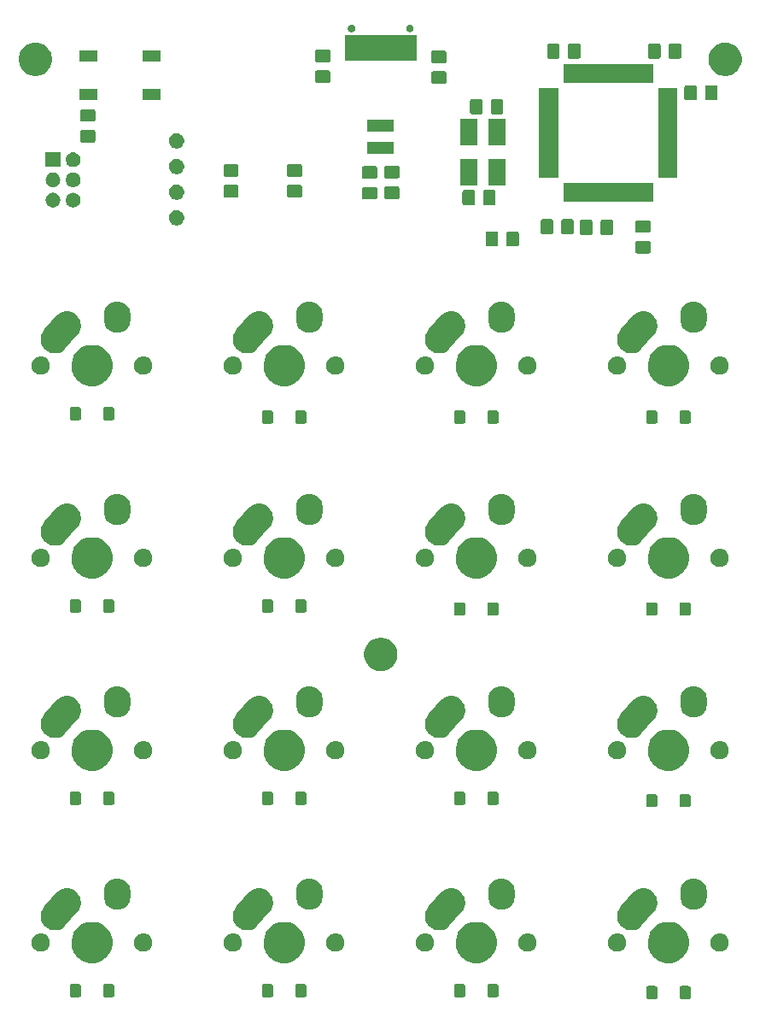
<source format=gbr>
G04 #@! TF.GenerationSoftware,KiCad,Pcbnew,(5.0.2)-1*
G04 #@! TF.CreationDate,2019-10-12T18:51:29+05:30*
G04 #@! TF.ProjectId,steambud_htswp,73746561-6d62-4756-945f-68747377702e,rev?*
G04 #@! TF.SameCoordinates,Original*
G04 #@! TF.FileFunction,Soldermask,Bot*
G04 #@! TF.FilePolarity,Negative*
%FSLAX46Y46*%
G04 Gerber Fmt 4.6, Leading zero omitted, Abs format (unit mm)*
G04 Created by KiCad (PCBNEW (5.0.2)-1) date 10/12/2019 6:51:29 PM*
%MOMM*%
%LPD*%
G01*
G04 APERTURE LIST*
%ADD10C,0.100000*%
G04 APERTURE END LIST*
D10*
G36*
X106804433Y-118603686D02*
X106844281Y-118615774D01*
X106881001Y-118635401D01*
X106913186Y-118661814D01*
X106939599Y-118693999D01*
X106959226Y-118730719D01*
X106971314Y-118770567D01*
X106976000Y-118818141D01*
X106976000Y-119681859D01*
X106971314Y-119729433D01*
X106959226Y-119769281D01*
X106939599Y-119806001D01*
X106913186Y-119838186D01*
X106881001Y-119864599D01*
X106844281Y-119884226D01*
X106804433Y-119896314D01*
X106756859Y-119901000D01*
X106093141Y-119901000D01*
X106045567Y-119896314D01*
X106005719Y-119884226D01*
X105968999Y-119864599D01*
X105936814Y-119838186D01*
X105910401Y-119806001D01*
X105890774Y-119769281D01*
X105878686Y-119729433D01*
X105874000Y-119681859D01*
X105874000Y-118818141D01*
X105878686Y-118770567D01*
X105890774Y-118730719D01*
X105910401Y-118693999D01*
X105936814Y-118661814D01*
X105968999Y-118635401D01*
X106005719Y-118615774D01*
X106045567Y-118603686D01*
X106093141Y-118599000D01*
X106756859Y-118599000D01*
X106804433Y-118603686D01*
X106804433Y-118603686D01*
G37*
G36*
X103504433Y-118603686D02*
X103544281Y-118615774D01*
X103581001Y-118635401D01*
X103613186Y-118661814D01*
X103639599Y-118693999D01*
X103659226Y-118730719D01*
X103671314Y-118770567D01*
X103676000Y-118818141D01*
X103676000Y-119681859D01*
X103671314Y-119729433D01*
X103659226Y-119769281D01*
X103639599Y-119806001D01*
X103613186Y-119838186D01*
X103581001Y-119864599D01*
X103544281Y-119884226D01*
X103504433Y-119896314D01*
X103456859Y-119901000D01*
X102793141Y-119901000D01*
X102745567Y-119896314D01*
X102705719Y-119884226D01*
X102668999Y-119864599D01*
X102636814Y-119838186D01*
X102610401Y-119806001D01*
X102590774Y-119769281D01*
X102578686Y-119729433D01*
X102574000Y-119681859D01*
X102574000Y-118818141D01*
X102578686Y-118770567D01*
X102590774Y-118730719D01*
X102610401Y-118693999D01*
X102636814Y-118661814D01*
X102668999Y-118635401D01*
X102705719Y-118615774D01*
X102745567Y-118603686D01*
X102793141Y-118599000D01*
X103456859Y-118599000D01*
X103504433Y-118603686D01*
X103504433Y-118603686D01*
G37*
G36*
X87754433Y-118416186D02*
X87794281Y-118428274D01*
X87831001Y-118447901D01*
X87863186Y-118474314D01*
X87889599Y-118506499D01*
X87909226Y-118543219D01*
X87921314Y-118583067D01*
X87926000Y-118630641D01*
X87926000Y-119494359D01*
X87921314Y-119541933D01*
X87909226Y-119581781D01*
X87889599Y-119618501D01*
X87863186Y-119650686D01*
X87831001Y-119677099D01*
X87794281Y-119696726D01*
X87754433Y-119708814D01*
X87706859Y-119713500D01*
X87043141Y-119713500D01*
X86995567Y-119708814D01*
X86955719Y-119696726D01*
X86918999Y-119677099D01*
X86886814Y-119650686D01*
X86860401Y-119618501D01*
X86840774Y-119581781D01*
X86828686Y-119541933D01*
X86824000Y-119494359D01*
X86824000Y-118630641D01*
X86828686Y-118583067D01*
X86840774Y-118543219D01*
X86860401Y-118506499D01*
X86886814Y-118474314D01*
X86918999Y-118447901D01*
X86955719Y-118428274D01*
X86995567Y-118416186D01*
X87043141Y-118411500D01*
X87706859Y-118411500D01*
X87754433Y-118416186D01*
X87754433Y-118416186D01*
G37*
G36*
X84454433Y-118416186D02*
X84494281Y-118428274D01*
X84531001Y-118447901D01*
X84563186Y-118474314D01*
X84589599Y-118506499D01*
X84609226Y-118543219D01*
X84621314Y-118583067D01*
X84626000Y-118630641D01*
X84626000Y-119494359D01*
X84621314Y-119541933D01*
X84609226Y-119581781D01*
X84589599Y-119618501D01*
X84563186Y-119650686D01*
X84531001Y-119677099D01*
X84494281Y-119696726D01*
X84454433Y-119708814D01*
X84406859Y-119713500D01*
X83743141Y-119713500D01*
X83695567Y-119708814D01*
X83655719Y-119696726D01*
X83618999Y-119677099D01*
X83586814Y-119650686D01*
X83560401Y-119618501D01*
X83540774Y-119581781D01*
X83528686Y-119541933D01*
X83524000Y-119494359D01*
X83524000Y-118630641D01*
X83528686Y-118583067D01*
X83540774Y-118543219D01*
X83560401Y-118506499D01*
X83586814Y-118474314D01*
X83618999Y-118447901D01*
X83655719Y-118428274D01*
X83695567Y-118416186D01*
X83743141Y-118411500D01*
X84406859Y-118411500D01*
X84454433Y-118416186D01*
X84454433Y-118416186D01*
G37*
G36*
X65404433Y-118416186D02*
X65444281Y-118428274D01*
X65481001Y-118447901D01*
X65513186Y-118474314D01*
X65539599Y-118506499D01*
X65559226Y-118543219D01*
X65571314Y-118583067D01*
X65576000Y-118630641D01*
X65576000Y-119494359D01*
X65571314Y-119541933D01*
X65559226Y-119581781D01*
X65539599Y-119618501D01*
X65513186Y-119650686D01*
X65481001Y-119677099D01*
X65444281Y-119696726D01*
X65404433Y-119708814D01*
X65356859Y-119713500D01*
X64693141Y-119713500D01*
X64645567Y-119708814D01*
X64605719Y-119696726D01*
X64568999Y-119677099D01*
X64536814Y-119650686D01*
X64510401Y-119618501D01*
X64490774Y-119581781D01*
X64478686Y-119541933D01*
X64474000Y-119494359D01*
X64474000Y-118630641D01*
X64478686Y-118583067D01*
X64490774Y-118543219D01*
X64510401Y-118506499D01*
X64536814Y-118474314D01*
X64568999Y-118447901D01*
X64605719Y-118428274D01*
X64645567Y-118416186D01*
X64693141Y-118411500D01*
X65356859Y-118411500D01*
X65404433Y-118416186D01*
X65404433Y-118416186D01*
G37*
G36*
X49654433Y-118416186D02*
X49694281Y-118428274D01*
X49731001Y-118447901D01*
X49763186Y-118474314D01*
X49789599Y-118506499D01*
X49809226Y-118543219D01*
X49821314Y-118583067D01*
X49826000Y-118630641D01*
X49826000Y-119494359D01*
X49821314Y-119541933D01*
X49809226Y-119581781D01*
X49789599Y-119618501D01*
X49763186Y-119650686D01*
X49731001Y-119677099D01*
X49694281Y-119696726D01*
X49654433Y-119708814D01*
X49606859Y-119713500D01*
X48943141Y-119713500D01*
X48895567Y-119708814D01*
X48855719Y-119696726D01*
X48818999Y-119677099D01*
X48786814Y-119650686D01*
X48760401Y-119618501D01*
X48740774Y-119581781D01*
X48728686Y-119541933D01*
X48724000Y-119494359D01*
X48724000Y-118630641D01*
X48728686Y-118583067D01*
X48740774Y-118543219D01*
X48760401Y-118506499D01*
X48786814Y-118474314D01*
X48818999Y-118447901D01*
X48855719Y-118428274D01*
X48895567Y-118416186D01*
X48943141Y-118411500D01*
X49606859Y-118411500D01*
X49654433Y-118416186D01*
X49654433Y-118416186D01*
G37*
G36*
X46354433Y-118416186D02*
X46394281Y-118428274D01*
X46431001Y-118447901D01*
X46463186Y-118474314D01*
X46489599Y-118506499D01*
X46509226Y-118543219D01*
X46521314Y-118583067D01*
X46526000Y-118630641D01*
X46526000Y-119494359D01*
X46521314Y-119541933D01*
X46509226Y-119581781D01*
X46489599Y-119618501D01*
X46463186Y-119650686D01*
X46431001Y-119677099D01*
X46394281Y-119696726D01*
X46354433Y-119708814D01*
X46306859Y-119713500D01*
X45643141Y-119713500D01*
X45595567Y-119708814D01*
X45555719Y-119696726D01*
X45518999Y-119677099D01*
X45486814Y-119650686D01*
X45460401Y-119618501D01*
X45440774Y-119581781D01*
X45428686Y-119541933D01*
X45424000Y-119494359D01*
X45424000Y-118630641D01*
X45428686Y-118583067D01*
X45440774Y-118543219D01*
X45460401Y-118506499D01*
X45486814Y-118474314D01*
X45518999Y-118447901D01*
X45555719Y-118428274D01*
X45595567Y-118416186D01*
X45643141Y-118411500D01*
X46306859Y-118411500D01*
X46354433Y-118416186D01*
X46354433Y-118416186D01*
G37*
G36*
X68704433Y-118416186D02*
X68744281Y-118428274D01*
X68781001Y-118447901D01*
X68813186Y-118474314D01*
X68839599Y-118506499D01*
X68859226Y-118543219D01*
X68871314Y-118583067D01*
X68876000Y-118630641D01*
X68876000Y-119494359D01*
X68871314Y-119541933D01*
X68859226Y-119581781D01*
X68839599Y-119618501D01*
X68813186Y-119650686D01*
X68781001Y-119677099D01*
X68744281Y-119696726D01*
X68704433Y-119708814D01*
X68656859Y-119713500D01*
X67993141Y-119713500D01*
X67945567Y-119708814D01*
X67905719Y-119696726D01*
X67868999Y-119677099D01*
X67836814Y-119650686D01*
X67810401Y-119618501D01*
X67790774Y-119581781D01*
X67778686Y-119541933D01*
X67774000Y-119494359D01*
X67774000Y-118630641D01*
X67778686Y-118583067D01*
X67790774Y-118543219D01*
X67810401Y-118506499D01*
X67836814Y-118474314D01*
X67868999Y-118447901D01*
X67905719Y-118428274D01*
X67945567Y-118416186D01*
X67993141Y-118411500D01*
X68656859Y-118411500D01*
X68704433Y-118416186D01*
X68704433Y-118416186D01*
G37*
G36*
X105371472Y-112333684D02*
X105371474Y-112333685D01*
X105371475Y-112333685D01*
X105743623Y-112487833D01*
X106078548Y-112711623D01*
X106363377Y-112996452D01*
X106587167Y-113331377D01*
X106657322Y-113500747D01*
X106741316Y-113703528D01*
X106819900Y-114098594D01*
X106819900Y-114501406D01*
X106745601Y-114874931D01*
X106741315Y-114896475D01*
X106587167Y-115268623D01*
X106363377Y-115603548D01*
X106078548Y-115888377D01*
X105743623Y-116112167D01*
X105371475Y-116266315D01*
X105371474Y-116266315D01*
X105371472Y-116266316D01*
X104976406Y-116344900D01*
X104573594Y-116344900D01*
X104178528Y-116266316D01*
X104178526Y-116266315D01*
X104178525Y-116266315D01*
X103806377Y-116112167D01*
X103471452Y-115888377D01*
X103186623Y-115603548D01*
X102962833Y-115268623D01*
X102808685Y-114896475D01*
X102804400Y-114874931D01*
X102730100Y-114501406D01*
X102730100Y-114098594D01*
X102808684Y-113703528D01*
X102892678Y-113500747D01*
X102962833Y-113331377D01*
X103186623Y-112996452D01*
X103471452Y-112711623D01*
X103806377Y-112487833D01*
X104178525Y-112333685D01*
X104178526Y-112333685D01*
X104178528Y-112333684D01*
X104573594Y-112255100D01*
X104976406Y-112255100D01*
X105371472Y-112333684D01*
X105371472Y-112333684D01*
G37*
G36*
X86321472Y-112333684D02*
X86321474Y-112333685D01*
X86321475Y-112333685D01*
X86693623Y-112487833D01*
X87028548Y-112711623D01*
X87313377Y-112996452D01*
X87537167Y-113331377D01*
X87607322Y-113500747D01*
X87691316Y-113703528D01*
X87769900Y-114098594D01*
X87769900Y-114501406D01*
X87695601Y-114874931D01*
X87691315Y-114896475D01*
X87537167Y-115268623D01*
X87313377Y-115603548D01*
X87028548Y-115888377D01*
X86693623Y-116112167D01*
X86321475Y-116266315D01*
X86321474Y-116266315D01*
X86321472Y-116266316D01*
X85926406Y-116344900D01*
X85523594Y-116344900D01*
X85128528Y-116266316D01*
X85128526Y-116266315D01*
X85128525Y-116266315D01*
X84756377Y-116112167D01*
X84421452Y-115888377D01*
X84136623Y-115603548D01*
X83912833Y-115268623D01*
X83758685Y-114896475D01*
X83754400Y-114874931D01*
X83680100Y-114501406D01*
X83680100Y-114098594D01*
X83758684Y-113703528D01*
X83842678Y-113500747D01*
X83912833Y-113331377D01*
X84136623Y-112996452D01*
X84421452Y-112711623D01*
X84756377Y-112487833D01*
X85128525Y-112333685D01*
X85128526Y-112333685D01*
X85128528Y-112333684D01*
X85523594Y-112255100D01*
X85926406Y-112255100D01*
X86321472Y-112333684D01*
X86321472Y-112333684D01*
G37*
G36*
X67271472Y-112333684D02*
X67271474Y-112333685D01*
X67271475Y-112333685D01*
X67643623Y-112487833D01*
X67978548Y-112711623D01*
X68263377Y-112996452D01*
X68487167Y-113331377D01*
X68557322Y-113500747D01*
X68641316Y-113703528D01*
X68719900Y-114098594D01*
X68719900Y-114501406D01*
X68645601Y-114874931D01*
X68641315Y-114896475D01*
X68487167Y-115268623D01*
X68263377Y-115603548D01*
X67978548Y-115888377D01*
X67643623Y-116112167D01*
X67271475Y-116266315D01*
X67271474Y-116266315D01*
X67271472Y-116266316D01*
X66876406Y-116344900D01*
X66473594Y-116344900D01*
X66078528Y-116266316D01*
X66078526Y-116266315D01*
X66078525Y-116266315D01*
X65706377Y-116112167D01*
X65371452Y-115888377D01*
X65086623Y-115603548D01*
X64862833Y-115268623D01*
X64708685Y-114896475D01*
X64704400Y-114874931D01*
X64630100Y-114501406D01*
X64630100Y-114098594D01*
X64708684Y-113703528D01*
X64792678Y-113500747D01*
X64862833Y-113331377D01*
X65086623Y-112996452D01*
X65371452Y-112711623D01*
X65706377Y-112487833D01*
X66078525Y-112333685D01*
X66078526Y-112333685D01*
X66078528Y-112333684D01*
X66473594Y-112255100D01*
X66876406Y-112255100D01*
X67271472Y-112333684D01*
X67271472Y-112333684D01*
G37*
G36*
X48221472Y-112333684D02*
X48221474Y-112333685D01*
X48221475Y-112333685D01*
X48593623Y-112487833D01*
X48928548Y-112711623D01*
X49213377Y-112996452D01*
X49437167Y-113331377D01*
X49507322Y-113500747D01*
X49591316Y-113703528D01*
X49669900Y-114098594D01*
X49669900Y-114501406D01*
X49595601Y-114874931D01*
X49591315Y-114896475D01*
X49437167Y-115268623D01*
X49213377Y-115603548D01*
X48928548Y-115888377D01*
X48593623Y-116112167D01*
X48221475Y-116266315D01*
X48221474Y-116266315D01*
X48221472Y-116266316D01*
X47826406Y-116344900D01*
X47423594Y-116344900D01*
X47028528Y-116266316D01*
X47028526Y-116266315D01*
X47028525Y-116266315D01*
X46656377Y-116112167D01*
X46321452Y-115888377D01*
X46036623Y-115603548D01*
X45812833Y-115268623D01*
X45658685Y-114896475D01*
X45654400Y-114874931D01*
X45580100Y-114501406D01*
X45580100Y-114098594D01*
X45658684Y-113703528D01*
X45742678Y-113500747D01*
X45812833Y-113331377D01*
X46036623Y-112996452D01*
X46321452Y-112711623D01*
X46656377Y-112487833D01*
X47028525Y-112333685D01*
X47028526Y-112333685D01*
X47028528Y-112333684D01*
X47423594Y-112255100D01*
X47826406Y-112255100D01*
X48221472Y-112333684D01*
X48221472Y-112333684D01*
G37*
G36*
X52909993Y-113421206D02*
X52968075Y-113432759D01*
X53016149Y-113452672D01*
X53132210Y-113500746D01*
X53279931Y-113599450D01*
X53405550Y-113725069D01*
X53504254Y-113872790D01*
X53572241Y-114036926D01*
X53606900Y-114211169D01*
X53606900Y-114388831D01*
X53572241Y-114563074D01*
X53504254Y-114727210D01*
X53405550Y-114874931D01*
X53279931Y-115000550D01*
X53132210Y-115099254D01*
X53016149Y-115147328D01*
X52968075Y-115167241D01*
X52909993Y-115178794D01*
X52793831Y-115201900D01*
X52616169Y-115201900D01*
X52500007Y-115178794D01*
X52441925Y-115167241D01*
X52393851Y-115147328D01*
X52277790Y-115099254D01*
X52130069Y-115000550D01*
X52004450Y-114874931D01*
X51905746Y-114727210D01*
X51837759Y-114563074D01*
X51803100Y-114388831D01*
X51803100Y-114211169D01*
X51837759Y-114036926D01*
X51905746Y-113872790D01*
X52004450Y-113725069D01*
X52130069Y-113599450D01*
X52277790Y-113500746D01*
X52393851Y-113452672D01*
X52441925Y-113432759D01*
X52500007Y-113421206D01*
X52616169Y-113398100D01*
X52793831Y-113398100D01*
X52909993Y-113421206D01*
X52909993Y-113421206D01*
G37*
G36*
X110059993Y-113421206D02*
X110118075Y-113432759D01*
X110166149Y-113452672D01*
X110282210Y-113500746D01*
X110429931Y-113599450D01*
X110555550Y-113725069D01*
X110654254Y-113872790D01*
X110722241Y-114036926D01*
X110756900Y-114211169D01*
X110756900Y-114388831D01*
X110722241Y-114563074D01*
X110654254Y-114727210D01*
X110555550Y-114874931D01*
X110429931Y-115000550D01*
X110282210Y-115099254D01*
X110166149Y-115147328D01*
X110118075Y-115167241D01*
X110059993Y-115178794D01*
X109943831Y-115201900D01*
X109766169Y-115201900D01*
X109650007Y-115178794D01*
X109591925Y-115167241D01*
X109543851Y-115147328D01*
X109427790Y-115099254D01*
X109280069Y-115000550D01*
X109154450Y-114874931D01*
X109055746Y-114727210D01*
X108987759Y-114563074D01*
X108953100Y-114388831D01*
X108953100Y-114211169D01*
X108987759Y-114036926D01*
X109055746Y-113872790D01*
X109154450Y-113725069D01*
X109280069Y-113599450D01*
X109427790Y-113500746D01*
X109543851Y-113452672D01*
X109591925Y-113432759D01*
X109650007Y-113421206D01*
X109766169Y-113398100D01*
X109943831Y-113398100D01*
X110059993Y-113421206D01*
X110059993Y-113421206D01*
G37*
G36*
X80849993Y-113421206D02*
X80908075Y-113432759D01*
X80956149Y-113452672D01*
X81072210Y-113500746D01*
X81219931Y-113599450D01*
X81345550Y-113725069D01*
X81444254Y-113872790D01*
X81512241Y-114036926D01*
X81546900Y-114211169D01*
X81546900Y-114388831D01*
X81512241Y-114563074D01*
X81444254Y-114727210D01*
X81345550Y-114874931D01*
X81219931Y-115000550D01*
X81072210Y-115099254D01*
X80956149Y-115147328D01*
X80908075Y-115167241D01*
X80849993Y-115178794D01*
X80733831Y-115201900D01*
X80556169Y-115201900D01*
X80440007Y-115178794D01*
X80381925Y-115167241D01*
X80333851Y-115147328D01*
X80217790Y-115099254D01*
X80070069Y-115000550D01*
X79944450Y-114874931D01*
X79845746Y-114727210D01*
X79777759Y-114563074D01*
X79743100Y-114388831D01*
X79743100Y-114211169D01*
X79777759Y-114036926D01*
X79845746Y-113872790D01*
X79944450Y-113725069D01*
X80070069Y-113599450D01*
X80217790Y-113500746D01*
X80333851Y-113452672D01*
X80381925Y-113432759D01*
X80440007Y-113421206D01*
X80556169Y-113398100D01*
X80733831Y-113398100D01*
X80849993Y-113421206D01*
X80849993Y-113421206D01*
G37*
G36*
X91009993Y-113421206D02*
X91068075Y-113432759D01*
X91116149Y-113452672D01*
X91232210Y-113500746D01*
X91379931Y-113599450D01*
X91505550Y-113725069D01*
X91604254Y-113872790D01*
X91672241Y-114036926D01*
X91706900Y-114211169D01*
X91706900Y-114388831D01*
X91672241Y-114563074D01*
X91604254Y-114727210D01*
X91505550Y-114874931D01*
X91379931Y-115000550D01*
X91232210Y-115099254D01*
X91116149Y-115147328D01*
X91068075Y-115167241D01*
X91009993Y-115178794D01*
X90893831Y-115201900D01*
X90716169Y-115201900D01*
X90600007Y-115178794D01*
X90541925Y-115167241D01*
X90493851Y-115147328D01*
X90377790Y-115099254D01*
X90230069Y-115000550D01*
X90104450Y-114874931D01*
X90005746Y-114727210D01*
X89937759Y-114563074D01*
X89903100Y-114388831D01*
X89903100Y-114211169D01*
X89937759Y-114036926D01*
X90005746Y-113872790D01*
X90104450Y-113725069D01*
X90230069Y-113599450D01*
X90377790Y-113500746D01*
X90493851Y-113452672D01*
X90541925Y-113432759D01*
X90600007Y-113421206D01*
X90716169Y-113398100D01*
X90893831Y-113398100D01*
X91009993Y-113421206D01*
X91009993Y-113421206D01*
G37*
G36*
X71959993Y-113421206D02*
X72018075Y-113432759D01*
X72066149Y-113452672D01*
X72182210Y-113500746D01*
X72329931Y-113599450D01*
X72455550Y-113725069D01*
X72554254Y-113872790D01*
X72622241Y-114036926D01*
X72656900Y-114211169D01*
X72656900Y-114388831D01*
X72622241Y-114563074D01*
X72554254Y-114727210D01*
X72455550Y-114874931D01*
X72329931Y-115000550D01*
X72182210Y-115099254D01*
X72066149Y-115147328D01*
X72018075Y-115167241D01*
X71959993Y-115178794D01*
X71843831Y-115201900D01*
X71666169Y-115201900D01*
X71550007Y-115178794D01*
X71491925Y-115167241D01*
X71443851Y-115147328D01*
X71327790Y-115099254D01*
X71180069Y-115000550D01*
X71054450Y-114874931D01*
X70955746Y-114727210D01*
X70887759Y-114563074D01*
X70853100Y-114388831D01*
X70853100Y-114211169D01*
X70887759Y-114036926D01*
X70955746Y-113872790D01*
X71054450Y-113725069D01*
X71180069Y-113599450D01*
X71327790Y-113500746D01*
X71443851Y-113452672D01*
X71491925Y-113432759D01*
X71550007Y-113421206D01*
X71666169Y-113398100D01*
X71843831Y-113398100D01*
X71959993Y-113421206D01*
X71959993Y-113421206D01*
G37*
G36*
X61799993Y-113421206D02*
X61858075Y-113432759D01*
X61906149Y-113452672D01*
X62022210Y-113500746D01*
X62169931Y-113599450D01*
X62295550Y-113725069D01*
X62394254Y-113872790D01*
X62462241Y-114036926D01*
X62496900Y-114211169D01*
X62496900Y-114388831D01*
X62462241Y-114563074D01*
X62394254Y-114727210D01*
X62295550Y-114874931D01*
X62169931Y-115000550D01*
X62022210Y-115099254D01*
X61906149Y-115147328D01*
X61858075Y-115167241D01*
X61799993Y-115178794D01*
X61683831Y-115201900D01*
X61506169Y-115201900D01*
X61390007Y-115178794D01*
X61331925Y-115167241D01*
X61283851Y-115147328D01*
X61167790Y-115099254D01*
X61020069Y-115000550D01*
X60894450Y-114874931D01*
X60795746Y-114727210D01*
X60727759Y-114563074D01*
X60693100Y-114388831D01*
X60693100Y-114211169D01*
X60727759Y-114036926D01*
X60795746Y-113872790D01*
X60894450Y-113725069D01*
X61020069Y-113599450D01*
X61167790Y-113500746D01*
X61283851Y-113452672D01*
X61331925Y-113432759D01*
X61390007Y-113421206D01*
X61506169Y-113398100D01*
X61683831Y-113398100D01*
X61799993Y-113421206D01*
X61799993Y-113421206D01*
G37*
G36*
X42749993Y-113421206D02*
X42808075Y-113432759D01*
X42856149Y-113452672D01*
X42972210Y-113500746D01*
X43119931Y-113599450D01*
X43245550Y-113725069D01*
X43344254Y-113872790D01*
X43412241Y-114036926D01*
X43446900Y-114211169D01*
X43446900Y-114388831D01*
X43412241Y-114563074D01*
X43344254Y-114727210D01*
X43245550Y-114874931D01*
X43119931Y-115000550D01*
X42972210Y-115099254D01*
X42856149Y-115147328D01*
X42808075Y-115167241D01*
X42749993Y-115178794D01*
X42633831Y-115201900D01*
X42456169Y-115201900D01*
X42340007Y-115178794D01*
X42281925Y-115167241D01*
X42233851Y-115147328D01*
X42117790Y-115099254D01*
X41970069Y-115000550D01*
X41844450Y-114874931D01*
X41745746Y-114727210D01*
X41677759Y-114563074D01*
X41643100Y-114388831D01*
X41643100Y-114211169D01*
X41677759Y-114036926D01*
X41745746Y-113872790D01*
X41844450Y-113725069D01*
X41970069Y-113599450D01*
X42117790Y-113500746D01*
X42233851Y-113452672D01*
X42281925Y-113432759D01*
X42340007Y-113421206D01*
X42456169Y-113398100D01*
X42633831Y-113398100D01*
X42749993Y-113421206D01*
X42749993Y-113421206D01*
G37*
G36*
X99899993Y-113421206D02*
X99958075Y-113432759D01*
X100006149Y-113452672D01*
X100122210Y-113500746D01*
X100269931Y-113599450D01*
X100395550Y-113725069D01*
X100494254Y-113872790D01*
X100562241Y-114036926D01*
X100596900Y-114211169D01*
X100596900Y-114388831D01*
X100562241Y-114563074D01*
X100494254Y-114727210D01*
X100395550Y-114874931D01*
X100269931Y-115000550D01*
X100122210Y-115099254D01*
X100006149Y-115147328D01*
X99958075Y-115167241D01*
X99899993Y-115178794D01*
X99783831Y-115201900D01*
X99606169Y-115201900D01*
X99490007Y-115178794D01*
X99431925Y-115167241D01*
X99383851Y-115147328D01*
X99267790Y-115099254D01*
X99120069Y-115000550D01*
X98994450Y-114874931D01*
X98895746Y-114727210D01*
X98827759Y-114563074D01*
X98793100Y-114388831D01*
X98793100Y-114211169D01*
X98827759Y-114036926D01*
X98895746Y-113872790D01*
X98994450Y-113725069D01*
X99120069Y-113599450D01*
X99267790Y-113500746D01*
X99383851Y-113452672D01*
X99431925Y-113432759D01*
X99490007Y-113421206D01*
X99606169Y-113398100D01*
X99783831Y-113398100D01*
X99899993Y-113421206D01*
X99899993Y-113421206D01*
G37*
G36*
X45204809Y-108921734D02*
X45293112Y-108924238D01*
X45370990Y-108942039D01*
X45562145Y-108985732D01*
X45658199Y-109028749D01*
X45814014Y-109098530D01*
X46039037Y-109258298D01*
X46039041Y-109258301D01*
X46228566Y-109458894D01*
X46375321Y-109692613D01*
X46421576Y-109813904D01*
X46473659Y-109950472D01*
X46489039Y-110041168D01*
X46519802Y-110222558D01*
X46514796Y-110399000D01*
X46511976Y-110498421D01*
X46511975Y-110498424D01*
X46450482Y-110767454D01*
X46450481Y-110767456D01*
X46337684Y-111019324D01*
X46291944Y-111083745D01*
X46217950Y-111187961D01*
X44946743Y-112650318D01*
X44803208Y-112785934D01*
X44796413Y-112792354D01*
X44709448Y-112846960D01*
X44562695Y-112939107D01*
X44304835Y-113037446D01*
X44032753Y-113083588D01*
X43896991Y-113079736D01*
X43756888Y-113075762D01*
X43716348Y-113066495D01*
X43487854Y-113014269D01*
X43281630Y-112921912D01*
X43235985Y-112901470D01*
X43010962Y-112741702D01*
X43010959Y-112741700D01*
X42821433Y-112541106D01*
X42674679Y-112307387D01*
X42576340Y-112049527D01*
X42530198Y-111777445D01*
X42535204Y-111601000D01*
X42538024Y-111501580D01*
X42549144Y-111452931D01*
X42599517Y-111232546D01*
X42712315Y-110980680D01*
X42712316Y-110980677D01*
X42832050Y-110812039D01*
X42947275Y-110679488D01*
X43607041Y-109920512D01*
X44103252Y-109349686D01*
X44103256Y-109349682D01*
X44253584Y-109207648D01*
X44487304Y-109060893D01*
X44595586Y-109019599D01*
X44745162Y-108962555D01*
X44835858Y-108947175D01*
X45017248Y-108916412D01*
X45204809Y-108921734D01*
X45204809Y-108921734D01*
G37*
G36*
X64254809Y-108921734D02*
X64343112Y-108924238D01*
X64420990Y-108942039D01*
X64612145Y-108985732D01*
X64708199Y-109028749D01*
X64864014Y-109098530D01*
X65089037Y-109258298D01*
X65089041Y-109258301D01*
X65278566Y-109458894D01*
X65425321Y-109692613D01*
X65471576Y-109813904D01*
X65523659Y-109950472D01*
X65539039Y-110041168D01*
X65569802Y-110222558D01*
X65564796Y-110399000D01*
X65561976Y-110498421D01*
X65561975Y-110498424D01*
X65500482Y-110767454D01*
X65500481Y-110767456D01*
X65387684Y-111019324D01*
X65341944Y-111083745D01*
X65267950Y-111187961D01*
X63996743Y-112650318D01*
X63853208Y-112785934D01*
X63846413Y-112792354D01*
X63759448Y-112846960D01*
X63612695Y-112939107D01*
X63354835Y-113037446D01*
X63082753Y-113083588D01*
X62946991Y-113079736D01*
X62806888Y-113075762D01*
X62766348Y-113066495D01*
X62537854Y-113014269D01*
X62331630Y-112921912D01*
X62285985Y-112901470D01*
X62060962Y-112741702D01*
X62060959Y-112741700D01*
X61871433Y-112541106D01*
X61724679Y-112307387D01*
X61626340Y-112049527D01*
X61580198Y-111777445D01*
X61585204Y-111601000D01*
X61588024Y-111501580D01*
X61599144Y-111452931D01*
X61649517Y-111232546D01*
X61762315Y-110980680D01*
X61762316Y-110980677D01*
X61882050Y-110812039D01*
X61997275Y-110679488D01*
X62657041Y-109920512D01*
X63153252Y-109349686D01*
X63153256Y-109349682D01*
X63303584Y-109207648D01*
X63537304Y-109060893D01*
X63645586Y-109019599D01*
X63795162Y-108962555D01*
X63885858Y-108947175D01*
X64067248Y-108916412D01*
X64254809Y-108921734D01*
X64254809Y-108921734D01*
G37*
G36*
X102354809Y-108921734D02*
X102443112Y-108924238D01*
X102520990Y-108942039D01*
X102712145Y-108985732D01*
X102808199Y-109028749D01*
X102964014Y-109098530D01*
X103189037Y-109258298D01*
X103189041Y-109258301D01*
X103378566Y-109458894D01*
X103525321Y-109692613D01*
X103571576Y-109813904D01*
X103623659Y-109950472D01*
X103639039Y-110041168D01*
X103669802Y-110222558D01*
X103664796Y-110399000D01*
X103661976Y-110498421D01*
X103661975Y-110498424D01*
X103600482Y-110767454D01*
X103600481Y-110767456D01*
X103487684Y-111019324D01*
X103441944Y-111083745D01*
X103367950Y-111187961D01*
X102096743Y-112650318D01*
X101953208Y-112785934D01*
X101946413Y-112792354D01*
X101859448Y-112846960D01*
X101712695Y-112939107D01*
X101454835Y-113037446D01*
X101182753Y-113083588D01*
X101046991Y-113079736D01*
X100906888Y-113075762D01*
X100866348Y-113066495D01*
X100637854Y-113014269D01*
X100431630Y-112921912D01*
X100385985Y-112901470D01*
X100160962Y-112741702D01*
X100160959Y-112741700D01*
X99971433Y-112541106D01*
X99824679Y-112307387D01*
X99726340Y-112049527D01*
X99680198Y-111777445D01*
X99685204Y-111601000D01*
X99688024Y-111501580D01*
X99699144Y-111452931D01*
X99749517Y-111232546D01*
X99862315Y-110980680D01*
X99862316Y-110980677D01*
X99982050Y-110812039D01*
X100097275Y-110679488D01*
X100757041Y-109920512D01*
X101253252Y-109349686D01*
X101253256Y-109349682D01*
X101403584Y-109207648D01*
X101637304Y-109060893D01*
X101745586Y-109019599D01*
X101895162Y-108962555D01*
X101985858Y-108947175D01*
X102167248Y-108916412D01*
X102354809Y-108921734D01*
X102354809Y-108921734D01*
G37*
G36*
X83304809Y-108921734D02*
X83393112Y-108924238D01*
X83470990Y-108942039D01*
X83662145Y-108985732D01*
X83758199Y-109028749D01*
X83914014Y-109098530D01*
X84139037Y-109258298D01*
X84139041Y-109258301D01*
X84328566Y-109458894D01*
X84475321Y-109692613D01*
X84521576Y-109813904D01*
X84573659Y-109950472D01*
X84589039Y-110041168D01*
X84619802Y-110222558D01*
X84614796Y-110399000D01*
X84611976Y-110498421D01*
X84611975Y-110498424D01*
X84550482Y-110767454D01*
X84550481Y-110767456D01*
X84437684Y-111019324D01*
X84391944Y-111083745D01*
X84317950Y-111187961D01*
X83046743Y-112650318D01*
X82903208Y-112785934D01*
X82896413Y-112792354D01*
X82809448Y-112846960D01*
X82662695Y-112939107D01*
X82404835Y-113037446D01*
X82132753Y-113083588D01*
X81996991Y-113079736D01*
X81856888Y-113075762D01*
X81816348Y-113066495D01*
X81587854Y-113014269D01*
X81381630Y-112921912D01*
X81335985Y-112901470D01*
X81110962Y-112741702D01*
X81110959Y-112741700D01*
X80921433Y-112541106D01*
X80774679Y-112307387D01*
X80676340Y-112049527D01*
X80630198Y-111777445D01*
X80635204Y-111601000D01*
X80638024Y-111501580D01*
X80649144Y-111452931D01*
X80699517Y-111232546D01*
X80812315Y-110980680D01*
X80812316Y-110980677D01*
X80932050Y-110812039D01*
X81047275Y-110679488D01*
X81707041Y-109920512D01*
X82203252Y-109349686D01*
X82203256Y-109349682D01*
X82353584Y-109207648D01*
X82587304Y-109060893D01*
X82695586Y-109019599D01*
X82845162Y-108962555D01*
X82935858Y-108947175D01*
X83117248Y-108916412D01*
X83304809Y-108921734D01*
X83304809Y-108921734D01*
G37*
G36*
X69430040Y-107967825D02*
X69675280Y-108042218D01*
X69675282Y-108042219D01*
X69901296Y-108163026D01*
X70099397Y-108325603D01*
X70261976Y-108523706D01*
X70382780Y-108749716D01*
X70382781Y-108749719D01*
X70382782Y-108749721D01*
X70457175Y-108994961D01*
X70476000Y-109186096D01*
X70476000Y-109813905D01*
X70457175Y-110005040D01*
X70382782Y-110250280D01*
X70261976Y-110476293D01*
X70261974Y-110476295D01*
X70099396Y-110674397D01*
X69901295Y-110836974D01*
X69901293Y-110836975D01*
X69675279Y-110957782D01*
X69430039Y-111032175D01*
X69175000Y-111057294D01*
X68919960Y-111032175D01*
X68674720Y-110957782D01*
X68448706Y-110836975D01*
X68363995Y-110767454D01*
X68250603Y-110674396D01*
X68088026Y-110476295D01*
X67967219Y-110250281D01*
X67943431Y-110171863D01*
X67892825Y-110005039D01*
X67874000Y-109813904D01*
X67874000Y-109186095D01*
X67892825Y-108994960D01*
X67967218Y-108749720D01*
X68088025Y-108523706D01*
X68102602Y-108505944D01*
X68250604Y-108325603D01*
X68448705Y-108163026D01*
X68674719Y-108042219D01*
X68674721Y-108042218D01*
X68919961Y-107967825D01*
X69175000Y-107942706D01*
X69430040Y-107967825D01*
X69430040Y-107967825D01*
G37*
G36*
X107530040Y-107967825D02*
X107775280Y-108042218D01*
X107775282Y-108042219D01*
X108001296Y-108163026D01*
X108199397Y-108325603D01*
X108361976Y-108523706D01*
X108482780Y-108749716D01*
X108482781Y-108749719D01*
X108482782Y-108749721D01*
X108557175Y-108994961D01*
X108576000Y-109186096D01*
X108576000Y-109813905D01*
X108557175Y-110005040D01*
X108482782Y-110250280D01*
X108361976Y-110476293D01*
X108361974Y-110476295D01*
X108199396Y-110674397D01*
X108001295Y-110836974D01*
X108001293Y-110836975D01*
X107775279Y-110957782D01*
X107530039Y-111032175D01*
X107275000Y-111057294D01*
X107019960Y-111032175D01*
X106774720Y-110957782D01*
X106548706Y-110836975D01*
X106463995Y-110767454D01*
X106350603Y-110674396D01*
X106188026Y-110476295D01*
X106067219Y-110250281D01*
X106043431Y-110171863D01*
X105992825Y-110005039D01*
X105974000Y-109813904D01*
X105974000Y-109186095D01*
X105992825Y-108994960D01*
X106067218Y-108749720D01*
X106188025Y-108523706D01*
X106202602Y-108505944D01*
X106350604Y-108325603D01*
X106548705Y-108163026D01*
X106774719Y-108042219D01*
X106774721Y-108042218D01*
X107019961Y-107967825D01*
X107275000Y-107942706D01*
X107530040Y-107967825D01*
X107530040Y-107967825D01*
G37*
G36*
X50380040Y-107967825D02*
X50625280Y-108042218D01*
X50625282Y-108042219D01*
X50851296Y-108163026D01*
X51049397Y-108325603D01*
X51211976Y-108523706D01*
X51332780Y-108749716D01*
X51332781Y-108749719D01*
X51332782Y-108749721D01*
X51407175Y-108994961D01*
X51426000Y-109186096D01*
X51426000Y-109813905D01*
X51407175Y-110005040D01*
X51332782Y-110250280D01*
X51211976Y-110476293D01*
X51211974Y-110476295D01*
X51049396Y-110674397D01*
X50851295Y-110836974D01*
X50851293Y-110836975D01*
X50625279Y-110957782D01*
X50380039Y-111032175D01*
X50125000Y-111057294D01*
X49869960Y-111032175D01*
X49624720Y-110957782D01*
X49398706Y-110836975D01*
X49313995Y-110767454D01*
X49200603Y-110674396D01*
X49038026Y-110476295D01*
X48917219Y-110250281D01*
X48893431Y-110171863D01*
X48842825Y-110005039D01*
X48824000Y-109813904D01*
X48824000Y-109186095D01*
X48842825Y-108994960D01*
X48917218Y-108749720D01*
X49038025Y-108523706D01*
X49052602Y-108505944D01*
X49200604Y-108325603D01*
X49398705Y-108163026D01*
X49624719Y-108042219D01*
X49624721Y-108042218D01*
X49869961Y-107967825D01*
X50125000Y-107942706D01*
X50380040Y-107967825D01*
X50380040Y-107967825D01*
G37*
G36*
X88480040Y-107967825D02*
X88725280Y-108042218D01*
X88725282Y-108042219D01*
X88951296Y-108163026D01*
X89149397Y-108325603D01*
X89311976Y-108523706D01*
X89432780Y-108749716D01*
X89432781Y-108749719D01*
X89432782Y-108749721D01*
X89507175Y-108994961D01*
X89526000Y-109186096D01*
X89526000Y-109813905D01*
X89507175Y-110005040D01*
X89432782Y-110250280D01*
X89311976Y-110476293D01*
X89311974Y-110476295D01*
X89149396Y-110674397D01*
X88951295Y-110836974D01*
X88951293Y-110836975D01*
X88725279Y-110957782D01*
X88480039Y-111032175D01*
X88225000Y-111057294D01*
X87969960Y-111032175D01*
X87724720Y-110957782D01*
X87498706Y-110836975D01*
X87413995Y-110767454D01*
X87300603Y-110674396D01*
X87138026Y-110476295D01*
X87017219Y-110250281D01*
X86993431Y-110171863D01*
X86942825Y-110005039D01*
X86924000Y-109813904D01*
X86924000Y-109186095D01*
X86942825Y-108994960D01*
X87017218Y-108749720D01*
X87138025Y-108523706D01*
X87152602Y-108505944D01*
X87300604Y-108325603D01*
X87498705Y-108163026D01*
X87724719Y-108042219D01*
X87724721Y-108042218D01*
X87969961Y-107967825D01*
X88225000Y-107942706D01*
X88480040Y-107967825D01*
X88480040Y-107967825D01*
G37*
G36*
X106804433Y-99603686D02*
X106844281Y-99615774D01*
X106881001Y-99635401D01*
X106913186Y-99661814D01*
X106939599Y-99693999D01*
X106959226Y-99730719D01*
X106971314Y-99770567D01*
X106976000Y-99818141D01*
X106976000Y-100681859D01*
X106971314Y-100729433D01*
X106959226Y-100769281D01*
X106939599Y-100806001D01*
X106913186Y-100838186D01*
X106881001Y-100864599D01*
X106844281Y-100884226D01*
X106804433Y-100896314D01*
X106756859Y-100901000D01*
X106093141Y-100901000D01*
X106045567Y-100896314D01*
X106005719Y-100884226D01*
X105968999Y-100864599D01*
X105936814Y-100838186D01*
X105910401Y-100806001D01*
X105890774Y-100769281D01*
X105878686Y-100729433D01*
X105874000Y-100681859D01*
X105874000Y-99818141D01*
X105878686Y-99770567D01*
X105890774Y-99730719D01*
X105910401Y-99693999D01*
X105936814Y-99661814D01*
X105968999Y-99635401D01*
X106005719Y-99615774D01*
X106045567Y-99603686D01*
X106093141Y-99599000D01*
X106756859Y-99599000D01*
X106804433Y-99603686D01*
X106804433Y-99603686D01*
G37*
G36*
X103504433Y-99603686D02*
X103544281Y-99615774D01*
X103581001Y-99635401D01*
X103613186Y-99661814D01*
X103639599Y-99693999D01*
X103659226Y-99730719D01*
X103671314Y-99770567D01*
X103676000Y-99818141D01*
X103676000Y-100681859D01*
X103671314Y-100729433D01*
X103659226Y-100769281D01*
X103639599Y-100806001D01*
X103613186Y-100838186D01*
X103581001Y-100864599D01*
X103544281Y-100884226D01*
X103504433Y-100896314D01*
X103456859Y-100901000D01*
X102793141Y-100901000D01*
X102745567Y-100896314D01*
X102705719Y-100884226D01*
X102668999Y-100864599D01*
X102636814Y-100838186D01*
X102610401Y-100806001D01*
X102590774Y-100769281D01*
X102578686Y-100729433D01*
X102574000Y-100681859D01*
X102574000Y-99818141D01*
X102578686Y-99770567D01*
X102590774Y-99730719D01*
X102610401Y-99693999D01*
X102636814Y-99661814D01*
X102668999Y-99635401D01*
X102705719Y-99615774D01*
X102745567Y-99603686D01*
X102793141Y-99599000D01*
X103456859Y-99599000D01*
X103504433Y-99603686D01*
X103504433Y-99603686D01*
G37*
G36*
X87754433Y-99366186D02*
X87794281Y-99378274D01*
X87831001Y-99397901D01*
X87863186Y-99424314D01*
X87889599Y-99456499D01*
X87909226Y-99493219D01*
X87921314Y-99533067D01*
X87926000Y-99580641D01*
X87926000Y-100444359D01*
X87921314Y-100491933D01*
X87909226Y-100531781D01*
X87889599Y-100568501D01*
X87863186Y-100600686D01*
X87831001Y-100627099D01*
X87794281Y-100646726D01*
X87754433Y-100658814D01*
X87706859Y-100663500D01*
X87043141Y-100663500D01*
X86995567Y-100658814D01*
X86955719Y-100646726D01*
X86918999Y-100627099D01*
X86886814Y-100600686D01*
X86860401Y-100568501D01*
X86840774Y-100531781D01*
X86828686Y-100491933D01*
X86824000Y-100444359D01*
X86824000Y-99580641D01*
X86828686Y-99533067D01*
X86840774Y-99493219D01*
X86860401Y-99456499D01*
X86886814Y-99424314D01*
X86918999Y-99397901D01*
X86955719Y-99378274D01*
X86995567Y-99366186D01*
X87043141Y-99361500D01*
X87706859Y-99361500D01*
X87754433Y-99366186D01*
X87754433Y-99366186D01*
G37*
G36*
X65404433Y-99366186D02*
X65444281Y-99378274D01*
X65481001Y-99397901D01*
X65513186Y-99424314D01*
X65539599Y-99456499D01*
X65559226Y-99493219D01*
X65571314Y-99533067D01*
X65576000Y-99580641D01*
X65576000Y-100444359D01*
X65571314Y-100491933D01*
X65559226Y-100531781D01*
X65539599Y-100568501D01*
X65513186Y-100600686D01*
X65481001Y-100627099D01*
X65444281Y-100646726D01*
X65404433Y-100658814D01*
X65356859Y-100663500D01*
X64693141Y-100663500D01*
X64645567Y-100658814D01*
X64605719Y-100646726D01*
X64568999Y-100627099D01*
X64536814Y-100600686D01*
X64510401Y-100568501D01*
X64490774Y-100531781D01*
X64478686Y-100491933D01*
X64474000Y-100444359D01*
X64474000Y-99580641D01*
X64478686Y-99533067D01*
X64490774Y-99493219D01*
X64510401Y-99456499D01*
X64536814Y-99424314D01*
X64568999Y-99397901D01*
X64605719Y-99378274D01*
X64645567Y-99366186D01*
X64693141Y-99361500D01*
X65356859Y-99361500D01*
X65404433Y-99366186D01*
X65404433Y-99366186D01*
G37*
G36*
X68704433Y-99366186D02*
X68744281Y-99378274D01*
X68781001Y-99397901D01*
X68813186Y-99424314D01*
X68839599Y-99456499D01*
X68859226Y-99493219D01*
X68871314Y-99533067D01*
X68876000Y-99580641D01*
X68876000Y-100444359D01*
X68871314Y-100491933D01*
X68859226Y-100531781D01*
X68839599Y-100568501D01*
X68813186Y-100600686D01*
X68781001Y-100627099D01*
X68744281Y-100646726D01*
X68704433Y-100658814D01*
X68656859Y-100663500D01*
X67993141Y-100663500D01*
X67945567Y-100658814D01*
X67905719Y-100646726D01*
X67868999Y-100627099D01*
X67836814Y-100600686D01*
X67810401Y-100568501D01*
X67790774Y-100531781D01*
X67778686Y-100491933D01*
X67774000Y-100444359D01*
X67774000Y-99580641D01*
X67778686Y-99533067D01*
X67790774Y-99493219D01*
X67810401Y-99456499D01*
X67836814Y-99424314D01*
X67868999Y-99397901D01*
X67905719Y-99378274D01*
X67945567Y-99366186D01*
X67993141Y-99361500D01*
X68656859Y-99361500D01*
X68704433Y-99366186D01*
X68704433Y-99366186D01*
G37*
G36*
X84454433Y-99366186D02*
X84494281Y-99378274D01*
X84531001Y-99397901D01*
X84563186Y-99424314D01*
X84589599Y-99456499D01*
X84609226Y-99493219D01*
X84621314Y-99533067D01*
X84626000Y-99580641D01*
X84626000Y-100444359D01*
X84621314Y-100491933D01*
X84609226Y-100531781D01*
X84589599Y-100568501D01*
X84563186Y-100600686D01*
X84531001Y-100627099D01*
X84494281Y-100646726D01*
X84454433Y-100658814D01*
X84406859Y-100663500D01*
X83743141Y-100663500D01*
X83695567Y-100658814D01*
X83655719Y-100646726D01*
X83618999Y-100627099D01*
X83586814Y-100600686D01*
X83560401Y-100568501D01*
X83540774Y-100531781D01*
X83528686Y-100491933D01*
X83524000Y-100444359D01*
X83524000Y-99580641D01*
X83528686Y-99533067D01*
X83540774Y-99493219D01*
X83560401Y-99456499D01*
X83586814Y-99424314D01*
X83618999Y-99397901D01*
X83655719Y-99378274D01*
X83695567Y-99366186D01*
X83743141Y-99361500D01*
X84406859Y-99361500D01*
X84454433Y-99366186D01*
X84454433Y-99366186D01*
G37*
G36*
X46354433Y-99366186D02*
X46394281Y-99378274D01*
X46431001Y-99397901D01*
X46463186Y-99424314D01*
X46489599Y-99456499D01*
X46509226Y-99493219D01*
X46521314Y-99533067D01*
X46526000Y-99580641D01*
X46526000Y-100444359D01*
X46521314Y-100491933D01*
X46509226Y-100531781D01*
X46489599Y-100568501D01*
X46463186Y-100600686D01*
X46431001Y-100627099D01*
X46394281Y-100646726D01*
X46354433Y-100658814D01*
X46306859Y-100663500D01*
X45643141Y-100663500D01*
X45595567Y-100658814D01*
X45555719Y-100646726D01*
X45518999Y-100627099D01*
X45486814Y-100600686D01*
X45460401Y-100568501D01*
X45440774Y-100531781D01*
X45428686Y-100491933D01*
X45424000Y-100444359D01*
X45424000Y-99580641D01*
X45428686Y-99533067D01*
X45440774Y-99493219D01*
X45460401Y-99456499D01*
X45486814Y-99424314D01*
X45518999Y-99397901D01*
X45555719Y-99378274D01*
X45595567Y-99366186D01*
X45643141Y-99361500D01*
X46306859Y-99361500D01*
X46354433Y-99366186D01*
X46354433Y-99366186D01*
G37*
G36*
X49654433Y-99366186D02*
X49694281Y-99378274D01*
X49731001Y-99397901D01*
X49763186Y-99424314D01*
X49789599Y-99456499D01*
X49809226Y-99493219D01*
X49821314Y-99533067D01*
X49826000Y-99580641D01*
X49826000Y-100444359D01*
X49821314Y-100491933D01*
X49809226Y-100531781D01*
X49789599Y-100568501D01*
X49763186Y-100600686D01*
X49731001Y-100627099D01*
X49694281Y-100646726D01*
X49654433Y-100658814D01*
X49606859Y-100663500D01*
X48943141Y-100663500D01*
X48895567Y-100658814D01*
X48855719Y-100646726D01*
X48818999Y-100627099D01*
X48786814Y-100600686D01*
X48760401Y-100568501D01*
X48740774Y-100531781D01*
X48728686Y-100491933D01*
X48724000Y-100444359D01*
X48724000Y-99580641D01*
X48728686Y-99533067D01*
X48740774Y-99493219D01*
X48760401Y-99456499D01*
X48786814Y-99424314D01*
X48818999Y-99397901D01*
X48855719Y-99378274D01*
X48895567Y-99366186D01*
X48943141Y-99361500D01*
X49606859Y-99361500D01*
X49654433Y-99366186D01*
X49654433Y-99366186D01*
G37*
G36*
X105371472Y-93283684D02*
X105371474Y-93283685D01*
X105371475Y-93283685D01*
X105743623Y-93437833D01*
X106078548Y-93661623D01*
X106363377Y-93946452D01*
X106587167Y-94281377D01*
X106657322Y-94450747D01*
X106741316Y-94653528D01*
X106819900Y-95048594D01*
X106819900Y-95451406D01*
X106745601Y-95824931D01*
X106741315Y-95846475D01*
X106587167Y-96218623D01*
X106363377Y-96553548D01*
X106078548Y-96838377D01*
X105743623Y-97062167D01*
X105371475Y-97216315D01*
X105371474Y-97216315D01*
X105371472Y-97216316D01*
X104976406Y-97294900D01*
X104573594Y-97294900D01*
X104178528Y-97216316D01*
X104178526Y-97216315D01*
X104178525Y-97216315D01*
X103806377Y-97062167D01*
X103471452Y-96838377D01*
X103186623Y-96553548D01*
X102962833Y-96218623D01*
X102808685Y-95846475D01*
X102804400Y-95824931D01*
X102730100Y-95451406D01*
X102730100Y-95048594D01*
X102808684Y-94653528D01*
X102892678Y-94450747D01*
X102962833Y-94281377D01*
X103186623Y-93946452D01*
X103471452Y-93661623D01*
X103806377Y-93437833D01*
X104178525Y-93283685D01*
X104178526Y-93283685D01*
X104178528Y-93283684D01*
X104573594Y-93205100D01*
X104976406Y-93205100D01*
X105371472Y-93283684D01*
X105371472Y-93283684D01*
G37*
G36*
X86321472Y-93283684D02*
X86321474Y-93283685D01*
X86321475Y-93283685D01*
X86693623Y-93437833D01*
X87028548Y-93661623D01*
X87313377Y-93946452D01*
X87537167Y-94281377D01*
X87607322Y-94450747D01*
X87691316Y-94653528D01*
X87769900Y-95048594D01*
X87769900Y-95451406D01*
X87695601Y-95824931D01*
X87691315Y-95846475D01*
X87537167Y-96218623D01*
X87313377Y-96553548D01*
X87028548Y-96838377D01*
X86693623Y-97062167D01*
X86321475Y-97216315D01*
X86321474Y-97216315D01*
X86321472Y-97216316D01*
X85926406Y-97294900D01*
X85523594Y-97294900D01*
X85128528Y-97216316D01*
X85128526Y-97216315D01*
X85128525Y-97216315D01*
X84756377Y-97062167D01*
X84421452Y-96838377D01*
X84136623Y-96553548D01*
X83912833Y-96218623D01*
X83758685Y-95846475D01*
X83754400Y-95824931D01*
X83680100Y-95451406D01*
X83680100Y-95048594D01*
X83758684Y-94653528D01*
X83842678Y-94450747D01*
X83912833Y-94281377D01*
X84136623Y-93946452D01*
X84421452Y-93661623D01*
X84756377Y-93437833D01*
X85128525Y-93283685D01*
X85128526Y-93283685D01*
X85128528Y-93283684D01*
X85523594Y-93205100D01*
X85926406Y-93205100D01*
X86321472Y-93283684D01*
X86321472Y-93283684D01*
G37*
G36*
X67271472Y-93283684D02*
X67271474Y-93283685D01*
X67271475Y-93283685D01*
X67643623Y-93437833D01*
X67978548Y-93661623D01*
X68263377Y-93946452D01*
X68487167Y-94281377D01*
X68557322Y-94450747D01*
X68641316Y-94653528D01*
X68719900Y-95048594D01*
X68719900Y-95451406D01*
X68645601Y-95824931D01*
X68641315Y-95846475D01*
X68487167Y-96218623D01*
X68263377Y-96553548D01*
X67978548Y-96838377D01*
X67643623Y-97062167D01*
X67271475Y-97216315D01*
X67271474Y-97216315D01*
X67271472Y-97216316D01*
X66876406Y-97294900D01*
X66473594Y-97294900D01*
X66078528Y-97216316D01*
X66078526Y-97216315D01*
X66078525Y-97216315D01*
X65706377Y-97062167D01*
X65371452Y-96838377D01*
X65086623Y-96553548D01*
X64862833Y-96218623D01*
X64708685Y-95846475D01*
X64704400Y-95824931D01*
X64630100Y-95451406D01*
X64630100Y-95048594D01*
X64708684Y-94653528D01*
X64792678Y-94450747D01*
X64862833Y-94281377D01*
X65086623Y-93946452D01*
X65371452Y-93661623D01*
X65706377Y-93437833D01*
X66078525Y-93283685D01*
X66078526Y-93283685D01*
X66078528Y-93283684D01*
X66473594Y-93205100D01*
X66876406Y-93205100D01*
X67271472Y-93283684D01*
X67271472Y-93283684D01*
G37*
G36*
X48221472Y-93283684D02*
X48221474Y-93283685D01*
X48221475Y-93283685D01*
X48593623Y-93437833D01*
X48928548Y-93661623D01*
X49213377Y-93946452D01*
X49437167Y-94281377D01*
X49507322Y-94450747D01*
X49591316Y-94653528D01*
X49669900Y-95048594D01*
X49669900Y-95451406D01*
X49595601Y-95824931D01*
X49591315Y-95846475D01*
X49437167Y-96218623D01*
X49213377Y-96553548D01*
X48928548Y-96838377D01*
X48593623Y-97062167D01*
X48221475Y-97216315D01*
X48221474Y-97216315D01*
X48221472Y-97216316D01*
X47826406Y-97294900D01*
X47423594Y-97294900D01*
X47028528Y-97216316D01*
X47028526Y-97216315D01*
X47028525Y-97216315D01*
X46656377Y-97062167D01*
X46321452Y-96838377D01*
X46036623Y-96553548D01*
X45812833Y-96218623D01*
X45658685Y-95846475D01*
X45654400Y-95824931D01*
X45580100Y-95451406D01*
X45580100Y-95048594D01*
X45658684Y-94653528D01*
X45742678Y-94450747D01*
X45812833Y-94281377D01*
X46036623Y-93946452D01*
X46321452Y-93661623D01*
X46656377Y-93437833D01*
X47028525Y-93283685D01*
X47028526Y-93283685D01*
X47028528Y-93283684D01*
X47423594Y-93205100D01*
X47826406Y-93205100D01*
X48221472Y-93283684D01*
X48221472Y-93283684D01*
G37*
G36*
X61799993Y-94371206D02*
X61858075Y-94382759D01*
X61906149Y-94402672D01*
X62022210Y-94450746D01*
X62169931Y-94549450D01*
X62295550Y-94675069D01*
X62394254Y-94822790D01*
X62462241Y-94986926D01*
X62496900Y-95161169D01*
X62496900Y-95338831D01*
X62462241Y-95513074D01*
X62394254Y-95677210D01*
X62295550Y-95824931D01*
X62169931Y-95950550D01*
X62022210Y-96049254D01*
X61906149Y-96097328D01*
X61858075Y-96117241D01*
X61799993Y-96128794D01*
X61683831Y-96151900D01*
X61506169Y-96151900D01*
X61390007Y-96128794D01*
X61331925Y-96117241D01*
X61283851Y-96097328D01*
X61167790Y-96049254D01*
X61020069Y-95950550D01*
X60894450Y-95824931D01*
X60795746Y-95677210D01*
X60727759Y-95513074D01*
X60693100Y-95338831D01*
X60693100Y-95161169D01*
X60727759Y-94986926D01*
X60795746Y-94822790D01*
X60894450Y-94675069D01*
X61020069Y-94549450D01*
X61167790Y-94450746D01*
X61283851Y-94402672D01*
X61331925Y-94382759D01*
X61390007Y-94371206D01*
X61506169Y-94348100D01*
X61683831Y-94348100D01*
X61799993Y-94371206D01*
X61799993Y-94371206D01*
G37*
G36*
X99899993Y-94371206D02*
X99958075Y-94382759D01*
X100006149Y-94402672D01*
X100122210Y-94450746D01*
X100269931Y-94549450D01*
X100395550Y-94675069D01*
X100494254Y-94822790D01*
X100562241Y-94986926D01*
X100596900Y-95161169D01*
X100596900Y-95338831D01*
X100562241Y-95513074D01*
X100494254Y-95677210D01*
X100395550Y-95824931D01*
X100269931Y-95950550D01*
X100122210Y-96049254D01*
X100006149Y-96097328D01*
X99958075Y-96117241D01*
X99899993Y-96128794D01*
X99783831Y-96151900D01*
X99606169Y-96151900D01*
X99490007Y-96128794D01*
X99431925Y-96117241D01*
X99383851Y-96097328D01*
X99267790Y-96049254D01*
X99120069Y-95950550D01*
X98994450Y-95824931D01*
X98895746Y-95677210D01*
X98827759Y-95513074D01*
X98793100Y-95338831D01*
X98793100Y-95161169D01*
X98827759Y-94986926D01*
X98895746Y-94822790D01*
X98994450Y-94675069D01*
X99120069Y-94549450D01*
X99267790Y-94450746D01*
X99383851Y-94402672D01*
X99431925Y-94382759D01*
X99490007Y-94371206D01*
X99606169Y-94348100D01*
X99783831Y-94348100D01*
X99899993Y-94371206D01*
X99899993Y-94371206D01*
G37*
G36*
X110059993Y-94371206D02*
X110118075Y-94382759D01*
X110166149Y-94402672D01*
X110282210Y-94450746D01*
X110429931Y-94549450D01*
X110555550Y-94675069D01*
X110654254Y-94822790D01*
X110722241Y-94986926D01*
X110756900Y-95161169D01*
X110756900Y-95338831D01*
X110722241Y-95513074D01*
X110654254Y-95677210D01*
X110555550Y-95824931D01*
X110429931Y-95950550D01*
X110282210Y-96049254D01*
X110166149Y-96097328D01*
X110118075Y-96117241D01*
X110059993Y-96128794D01*
X109943831Y-96151900D01*
X109766169Y-96151900D01*
X109650007Y-96128794D01*
X109591925Y-96117241D01*
X109543851Y-96097328D01*
X109427790Y-96049254D01*
X109280069Y-95950550D01*
X109154450Y-95824931D01*
X109055746Y-95677210D01*
X108987759Y-95513074D01*
X108953100Y-95338831D01*
X108953100Y-95161169D01*
X108987759Y-94986926D01*
X109055746Y-94822790D01*
X109154450Y-94675069D01*
X109280069Y-94549450D01*
X109427790Y-94450746D01*
X109543851Y-94402672D01*
X109591925Y-94382759D01*
X109650007Y-94371206D01*
X109766169Y-94348100D01*
X109943831Y-94348100D01*
X110059993Y-94371206D01*
X110059993Y-94371206D01*
G37*
G36*
X52909993Y-94371206D02*
X52968075Y-94382759D01*
X53016149Y-94402672D01*
X53132210Y-94450746D01*
X53279931Y-94549450D01*
X53405550Y-94675069D01*
X53504254Y-94822790D01*
X53572241Y-94986926D01*
X53606900Y-95161169D01*
X53606900Y-95338831D01*
X53572241Y-95513074D01*
X53504254Y-95677210D01*
X53405550Y-95824931D01*
X53279931Y-95950550D01*
X53132210Y-96049254D01*
X53016149Y-96097328D01*
X52968075Y-96117241D01*
X52909993Y-96128794D01*
X52793831Y-96151900D01*
X52616169Y-96151900D01*
X52500007Y-96128794D01*
X52441925Y-96117241D01*
X52393851Y-96097328D01*
X52277790Y-96049254D01*
X52130069Y-95950550D01*
X52004450Y-95824931D01*
X51905746Y-95677210D01*
X51837759Y-95513074D01*
X51803100Y-95338831D01*
X51803100Y-95161169D01*
X51837759Y-94986926D01*
X51905746Y-94822790D01*
X52004450Y-94675069D01*
X52130069Y-94549450D01*
X52277790Y-94450746D01*
X52393851Y-94402672D01*
X52441925Y-94382759D01*
X52500007Y-94371206D01*
X52616169Y-94348100D01*
X52793831Y-94348100D01*
X52909993Y-94371206D01*
X52909993Y-94371206D01*
G37*
G36*
X42749993Y-94371206D02*
X42808075Y-94382759D01*
X42856149Y-94402672D01*
X42972210Y-94450746D01*
X43119931Y-94549450D01*
X43245550Y-94675069D01*
X43344254Y-94822790D01*
X43412241Y-94986926D01*
X43446900Y-95161169D01*
X43446900Y-95338831D01*
X43412241Y-95513074D01*
X43344254Y-95677210D01*
X43245550Y-95824931D01*
X43119931Y-95950550D01*
X42972210Y-96049254D01*
X42856149Y-96097328D01*
X42808075Y-96117241D01*
X42749993Y-96128794D01*
X42633831Y-96151900D01*
X42456169Y-96151900D01*
X42340007Y-96128794D01*
X42281925Y-96117241D01*
X42233851Y-96097328D01*
X42117790Y-96049254D01*
X41970069Y-95950550D01*
X41844450Y-95824931D01*
X41745746Y-95677210D01*
X41677759Y-95513074D01*
X41643100Y-95338831D01*
X41643100Y-95161169D01*
X41677759Y-94986926D01*
X41745746Y-94822790D01*
X41844450Y-94675069D01*
X41970069Y-94549450D01*
X42117790Y-94450746D01*
X42233851Y-94402672D01*
X42281925Y-94382759D01*
X42340007Y-94371206D01*
X42456169Y-94348100D01*
X42633831Y-94348100D01*
X42749993Y-94371206D01*
X42749993Y-94371206D01*
G37*
G36*
X71959993Y-94371206D02*
X72018075Y-94382759D01*
X72066149Y-94402672D01*
X72182210Y-94450746D01*
X72329931Y-94549450D01*
X72455550Y-94675069D01*
X72554254Y-94822790D01*
X72622241Y-94986926D01*
X72656900Y-95161169D01*
X72656900Y-95338831D01*
X72622241Y-95513074D01*
X72554254Y-95677210D01*
X72455550Y-95824931D01*
X72329931Y-95950550D01*
X72182210Y-96049254D01*
X72066149Y-96097328D01*
X72018075Y-96117241D01*
X71959993Y-96128794D01*
X71843831Y-96151900D01*
X71666169Y-96151900D01*
X71550007Y-96128794D01*
X71491925Y-96117241D01*
X71443851Y-96097328D01*
X71327790Y-96049254D01*
X71180069Y-95950550D01*
X71054450Y-95824931D01*
X70955746Y-95677210D01*
X70887759Y-95513074D01*
X70853100Y-95338831D01*
X70853100Y-95161169D01*
X70887759Y-94986926D01*
X70955746Y-94822790D01*
X71054450Y-94675069D01*
X71180069Y-94549450D01*
X71327790Y-94450746D01*
X71443851Y-94402672D01*
X71491925Y-94382759D01*
X71550007Y-94371206D01*
X71666169Y-94348100D01*
X71843831Y-94348100D01*
X71959993Y-94371206D01*
X71959993Y-94371206D01*
G37*
G36*
X91009993Y-94371206D02*
X91068075Y-94382759D01*
X91116149Y-94402672D01*
X91232210Y-94450746D01*
X91379931Y-94549450D01*
X91505550Y-94675069D01*
X91604254Y-94822790D01*
X91672241Y-94986926D01*
X91706900Y-95161169D01*
X91706900Y-95338831D01*
X91672241Y-95513074D01*
X91604254Y-95677210D01*
X91505550Y-95824931D01*
X91379931Y-95950550D01*
X91232210Y-96049254D01*
X91116149Y-96097328D01*
X91068075Y-96117241D01*
X91009993Y-96128794D01*
X90893831Y-96151900D01*
X90716169Y-96151900D01*
X90600007Y-96128794D01*
X90541925Y-96117241D01*
X90493851Y-96097328D01*
X90377790Y-96049254D01*
X90230069Y-95950550D01*
X90104450Y-95824931D01*
X90005746Y-95677210D01*
X89937759Y-95513074D01*
X89903100Y-95338831D01*
X89903100Y-95161169D01*
X89937759Y-94986926D01*
X90005746Y-94822790D01*
X90104450Y-94675069D01*
X90230069Y-94549450D01*
X90377790Y-94450746D01*
X90493851Y-94402672D01*
X90541925Y-94382759D01*
X90600007Y-94371206D01*
X90716169Y-94348100D01*
X90893831Y-94348100D01*
X91009993Y-94371206D01*
X91009993Y-94371206D01*
G37*
G36*
X80849993Y-94371206D02*
X80908075Y-94382759D01*
X80956149Y-94402672D01*
X81072210Y-94450746D01*
X81219931Y-94549450D01*
X81345550Y-94675069D01*
X81444254Y-94822790D01*
X81512241Y-94986926D01*
X81546900Y-95161169D01*
X81546900Y-95338831D01*
X81512241Y-95513074D01*
X81444254Y-95677210D01*
X81345550Y-95824931D01*
X81219931Y-95950550D01*
X81072210Y-96049254D01*
X80956149Y-96097328D01*
X80908075Y-96117241D01*
X80849993Y-96128794D01*
X80733831Y-96151900D01*
X80556169Y-96151900D01*
X80440007Y-96128794D01*
X80381925Y-96117241D01*
X80333851Y-96097328D01*
X80217790Y-96049254D01*
X80070069Y-95950550D01*
X79944450Y-95824931D01*
X79845746Y-95677210D01*
X79777759Y-95513074D01*
X79743100Y-95338831D01*
X79743100Y-95161169D01*
X79777759Y-94986926D01*
X79845746Y-94822790D01*
X79944450Y-94675069D01*
X80070069Y-94549450D01*
X80217790Y-94450746D01*
X80333851Y-94402672D01*
X80381925Y-94382759D01*
X80440007Y-94371206D01*
X80556169Y-94348100D01*
X80733831Y-94348100D01*
X80849993Y-94371206D01*
X80849993Y-94371206D01*
G37*
G36*
X102354809Y-89871734D02*
X102443112Y-89874238D01*
X102520990Y-89892039D01*
X102712145Y-89935732D01*
X102808199Y-89978749D01*
X102964014Y-90048530D01*
X103189037Y-90208298D01*
X103189041Y-90208301D01*
X103378566Y-90408894D01*
X103525321Y-90642613D01*
X103571576Y-90763904D01*
X103623659Y-90900472D01*
X103639039Y-90991168D01*
X103669802Y-91172558D01*
X103664796Y-91349000D01*
X103661976Y-91448421D01*
X103661975Y-91448424D01*
X103600482Y-91717454D01*
X103600481Y-91717456D01*
X103487684Y-91969324D01*
X103441944Y-92033745D01*
X103367950Y-92137961D01*
X102096743Y-93600318D01*
X101953208Y-93735934D01*
X101946413Y-93742354D01*
X101859448Y-93796960D01*
X101712695Y-93889107D01*
X101454835Y-93987446D01*
X101182753Y-94033588D01*
X101046991Y-94029736D01*
X100906888Y-94025762D01*
X100866348Y-94016495D01*
X100637854Y-93964269D01*
X100431630Y-93871912D01*
X100385985Y-93851470D01*
X100160962Y-93691702D01*
X100160959Y-93691700D01*
X99971433Y-93491106D01*
X99824679Y-93257387D01*
X99726340Y-92999527D01*
X99680198Y-92727445D01*
X99685204Y-92551000D01*
X99688024Y-92451580D01*
X99699144Y-92402931D01*
X99749517Y-92182546D01*
X99862315Y-91930680D01*
X99862316Y-91930677D01*
X99982050Y-91762039D01*
X100097275Y-91629488D01*
X100757041Y-90870512D01*
X101253252Y-90299686D01*
X101253256Y-90299682D01*
X101403584Y-90157648D01*
X101637304Y-90010893D01*
X101745586Y-89969599D01*
X101895162Y-89912555D01*
X101985858Y-89897175D01*
X102167248Y-89866412D01*
X102354809Y-89871734D01*
X102354809Y-89871734D01*
G37*
G36*
X45204809Y-89871734D02*
X45293112Y-89874238D01*
X45370990Y-89892039D01*
X45562145Y-89935732D01*
X45658199Y-89978749D01*
X45814014Y-90048530D01*
X46039037Y-90208298D01*
X46039041Y-90208301D01*
X46228566Y-90408894D01*
X46375321Y-90642613D01*
X46421576Y-90763904D01*
X46473659Y-90900472D01*
X46489039Y-90991168D01*
X46519802Y-91172558D01*
X46514796Y-91349000D01*
X46511976Y-91448421D01*
X46511975Y-91448424D01*
X46450482Y-91717454D01*
X46450481Y-91717456D01*
X46337684Y-91969324D01*
X46291944Y-92033745D01*
X46217950Y-92137961D01*
X44946743Y-93600318D01*
X44803208Y-93735934D01*
X44796413Y-93742354D01*
X44709448Y-93796960D01*
X44562695Y-93889107D01*
X44304835Y-93987446D01*
X44032753Y-94033588D01*
X43896991Y-94029736D01*
X43756888Y-94025762D01*
X43716348Y-94016495D01*
X43487854Y-93964269D01*
X43281630Y-93871912D01*
X43235985Y-93851470D01*
X43010962Y-93691702D01*
X43010959Y-93691700D01*
X42821433Y-93491106D01*
X42674679Y-93257387D01*
X42576340Y-92999527D01*
X42530198Y-92727445D01*
X42535204Y-92551000D01*
X42538024Y-92451580D01*
X42549144Y-92402931D01*
X42599517Y-92182546D01*
X42712315Y-91930680D01*
X42712316Y-91930677D01*
X42832050Y-91762039D01*
X42947275Y-91629488D01*
X43607041Y-90870512D01*
X44103252Y-90299686D01*
X44103256Y-90299682D01*
X44253584Y-90157648D01*
X44487304Y-90010893D01*
X44595586Y-89969599D01*
X44745162Y-89912555D01*
X44835858Y-89897175D01*
X45017248Y-89866412D01*
X45204809Y-89871734D01*
X45204809Y-89871734D01*
G37*
G36*
X64254809Y-89871734D02*
X64343112Y-89874238D01*
X64420990Y-89892039D01*
X64612145Y-89935732D01*
X64708199Y-89978749D01*
X64864014Y-90048530D01*
X65089037Y-90208298D01*
X65089041Y-90208301D01*
X65278566Y-90408894D01*
X65425321Y-90642613D01*
X65471576Y-90763904D01*
X65523659Y-90900472D01*
X65539039Y-90991168D01*
X65569802Y-91172558D01*
X65564796Y-91349000D01*
X65561976Y-91448421D01*
X65561975Y-91448424D01*
X65500482Y-91717454D01*
X65500481Y-91717456D01*
X65387684Y-91969324D01*
X65341944Y-92033745D01*
X65267950Y-92137961D01*
X63996743Y-93600318D01*
X63853208Y-93735934D01*
X63846413Y-93742354D01*
X63759448Y-93796960D01*
X63612695Y-93889107D01*
X63354835Y-93987446D01*
X63082753Y-94033588D01*
X62946991Y-94029736D01*
X62806888Y-94025762D01*
X62766348Y-94016495D01*
X62537854Y-93964269D01*
X62331630Y-93871912D01*
X62285985Y-93851470D01*
X62060962Y-93691702D01*
X62060959Y-93691700D01*
X61871433Y-93491106D01*
X61724679Y-93257387D01*
X61626340Y-92999527D01*
X61580198Y-92727445D01*
X61585204Y-92551000D01*
X61588024Y-92451580D01*
X61599144Y-92402931D01*
X61649517Y-92182546D01*
X61762315Y-91930680D01*
X61762316Y-91930677D01*
X61882050Y-91762039D01*
X61997275Y-91629488D01*
X62657041Y-90870512D01*
X63153252Y-90299686D01*
X63153256Y-90299682D01*
X63303584Y-90157648D01*
X63537304Y-90010893D01*
X63645586Y-89969599D01*
X63795162Y-89912555D01*
X63885858Y-89897175D01*
X64067248Y-89866412D01*
X64254809Y-89871734D01*
X64254809Y-89871734D01*
G37*
G36*
X83304809Y-89871734D02*
X83393112Y-89874238D01*
X83470990Y-89892039D01*
X83662145Y-89935732D01*
X83758199Y-89978749D01*
X83914014Y-90048530D01*
X84139037Y-90208298D01*
X84139041Y-90208301D01*
X84328566Y-90408894D01*
X84475321Y-90642613D01*
X84521576Y-90763904D01*
X84573659Y-90900472D01*
X84589039Y-90991168D01*
X84619802Y-91172558D01*
X84614796Y-91349000D01*
X84611976Y-91448421D01*
X84611975Y-91448424D01*
X84550482Y-91717454D01*
X84550481Y-91717456D01*
X84437684Y-91969324D01*
X84391944Y-92033745D01*
X84317950Y-92137961D01*
X83046743Y-93600318D01*
X82903208Y-93735934D01*
X82896413Y-93742354D01*
X82809448Y-93796960D01*
X82662695Y-93889107D01*
X82404835Y-93987446D01*
X82132753Y-94033588D01*
X81996991Y-94029736D01*
X81856888Y-94025762D01*
X81816348Y-94016495D01*
X81587854Y-93964269D01*
X81381630Y-93871912D01*
X81335985Y-93851470D01*
X81110962Y-93691702D01*
X81110959Y-93691700D01*
X80921433Y-93491106D01*
X80774679Y-93257387D01*
X80676340Y-92999527D01*
X80630198Y-92727445D01*
X80635204Y-92551000D01*
X80638024Y-92451580D01*
X80649144Y-92402931D01*
X80699517Y-92182546D01*
X80812315Y-91930680D01*
X80812316Y-91930677D01*
X80932050Y-91762039D01*
X81047275Y-91629488D01*
X81707041Y-90870512D01*
X82203252Y-90299686D01*
X82203256Y-90299682D01*
X82353584Y-90157648D01*
X82587304Y-90010893D01*
X82695586Y-89969599D01*
X82845162Y-89912555D01*
X82935858Y-89897175D01*
X83117248Y-89866412D01*
X83304809Y-89871734D01*
X83304809Y-89871734D01*
G37*
G36*
X69430040Y-88917825D02*
X69675280Y-88992218D01*
X69675282Y-88992219D01*
X69901296Y-89113026D01*
X70099397Y-89275603D01*
X70261976Y-89473706D01*
X70382780Y-89699716D01*
X70382781Y-89699719D01*
X70382782Y-89699721D01*
X70457175Y-89944961D01*
X70476000Y-90136096D01*
X70476000Y-90763905D01*
X70457175Y-90955040D01*
X70382782Y-91200280D01*
X70261976Y-91426293D01*
X70261974Y-91426295D01*
X70099396Y-91624397D01*
X69901295Y-91786974D01*
X69901293Y-91786975D01*
X69675279Y-91907782D01*
X69430039Y-91982175D01*
X69175000Y-92007294D01*
X68919960Y-91982175D01*
X68674720Y-91907782D01*
X68448706Y-91786975D01*
X68363995Y-91717454D01*
X68250603Y-91624396D01*
X68088026Y-91426295D01*
X67967219Y-91200281D01*
X67943431Y-91121863D01*
X67892825Y-90955039D01*
X67874000Y-90763904D01*
X67874000Y-90136095D01*
X67892825Y-89944960D01*
X67967218Y-89699720D01*
X68088025Y-89473706D01*
X68102602Y-89455944D01*
X68250604Y-89275603D01*
X68448705Y-89113026D01*
X68674719Y-88992219D01*
X68674721Y-88992218D01*
X68919961Y-88917825D01*
X69175000Y-88892706D01*
X69430040Y-88917825D01*
X69430040Y-88917825D01*
G37*
G36*
X107530040Y-88917825D02*
X107775280Y-88992218D01*
X107775282Y-88992219D01*
X108001296Y-89113026D01*
X108199397Y-89275603D01*
X108361976Y-89473706D01*
X108482780Y-89699716D01*
X108482781Y-89699719D01*
X108482782Y-89699721D01*
X108557175Y-89944961D01*
X108576000Y-90136096D01*
X108576000Y-90763905D01*
X108557175Y-90955040D01*
X108482782Y-91200280D01*
X108361976Y-91426293D01*
X108361974Y-91426295D01*
X108199396Y-91624397D01*
X108001295Y-91786974D01*
X108001293Y-91786975D01*
X107775279Y-91907782D01*
X107530039Y-91982175D01*
X107275000Y-92007294D01*
X107019960Y-91982175D01*
X106774720Y-91907782D01*
X106548706Y-91786975D01*
X106463995Y-91717454D01*
X106350603Y-91624396D01*
X106188026Y-91426295D01*
X106067219Y-91200281D01*
X106043431Y-91121863D01*
X105992825Y-90955039D01*
X105974000Y-90763904D01*
X105974000Y-90136095D01*
X105992825Y-89944960D01*
X106067218Y-89699720D01*
X106188025Y-89473706D01*
X106202602Y-89455944D01*
X106350604Y-89275603D01*
X106548705Y-89113026D01*
X106774719Y-88992219D01*
X106774721Y-88992218D01*
X107019961Y-88917825D01*
X107275000Y-88892706D01*
X107530040Y-88917825D01*
X107530040Y-88917825D01*
G37*
G36*
X88480040Y-88917825D02*
X88725280Y-88992218D01*
X88725282Y-88992219D01*
X88951296Y-89113026D01*
X89149397Y-89275603D01*
X89311976Y-89473706D01*
X89432780Y-89699716D01*
X89432781Y-89699719D01*
X89432782Y-89699721D01*
X89507175Y-89944961D01*
X89526000Y-90136096D01*
X89526000Y-90763905D01*
X89507175Y-90955040D01*
X89432782Y-91200280D01*
X89311976Y-91426293D01*
X89311974Y-91426295D01*
X89149396Y-91624397D01*
X88951295Y-91786974D01*
X88951293Y-91786975D01*
X88725279Y-91907782D01*
X88480039Y-91982175D01*
X88225000Y-92007294D01*
X87969960Y-91982175D01*
X87724720Y-91907782D01*
X87498706Y-91786975D01*
X87413995Y-91717454D01*
X87300603Y-91624396D01*
X87138026Y-91426295D01*
X87017219Y-91200281D01*
X86993431Y-91121863D01*
X86942825Y-90955039D01*
X86924000Y-90763904D01*
X86924000Y-90136095D01*
X86942825Y-89944960D01*
X87017218Y-89699720D01*
X87138025Y-89473706D01*
X87152602Y-89455944D01*
X87300604Y-89275603D01*
X87498705Y-89113026D01*
X87724719Y-88992219D01*
X87724721Y-88992218D01*
X87969961Y-88917825D01*
X88225000Y-88892706D01*
X88480040Y-88917825D01*
X88480040Y-88917825D01*
G37*
G36*
X50380040Y-88917825D02*
X50625280Y-88992218D01*
X50625282Y-88992219D01*
X50851296Y-89113026D01*
X51049397Y-89275603D01*
X51211976Y-89473706D01*
X51332780Y-89699716D01*
X51332781Y-89699719D01*
X51332782Y-89699721D01*
X51407175Y-89944961D01*
X51426000Y-90136096D01*
X51426000Y-90763905D01*
X51407175Y-90955040D01*
X51332782Y-91200280D01*
X51211976Y-91426293D01*
X51211974Y-91426295D01*
X51049396Y-91624397D01*
X50851295Y-91786974D01*
X50851293Y-91786975D01*
X50625279Y-91907782D01*
X50380039Y-91982175D01*
X50125000Y-92007294D01*
X49869960Y-91982175D01*
X49624720Y-91907782D01*
X49398706Y-91786975D01*
X49313995Y-91717454D01*
X49200603Y-91624396D01*
X49038026Y-91426295D01*
X48917219Y-91200281D01*
X48893431Y-91121863D01*
X48842825Y-90955039D01*
X48824000Y-90763904D01*
X48824000Y-90136095D01*
X48842825Y-89944960D01*
X48917218Y-89699720D01*
X49038025Y-89473706D01*
X49052602Y-89455944D01*
X49200604Y-89275603D01*
X49398705Y-89113026D01*
X49624719Y-88992219D01*
X49624721Y-88992218D01*
X49869961Y-88917825D01*
X50125000Y-88892706D01*
X50380040Y-88917825D01*
X50380040Y-88917825D01*
G37*
G36*
X76625256Y-84141298D02*
X76731579Y-84162447D01*
X77032042Y-84286903D01*
X77298852Y-84465180D01*
X77302454Y-84467587D01*
X77532413Y-84697546D01*
X77713098Y-84967960D01*
X77837553Y-85268422D01*
X77901000Y-85587389D01*
X77901000Y-85912611D01*
X77837553Y-86231578D01*
X77713098Y-86532040D01*
X77532413Y-86802454D01*
X77302454Y-87032413D01*
X77302451Y-87032415D01*
X77032042Y-87213097D01*
X76731579Y-87337553D01*
X76625256Y-87358702D01*
X76412611Y-87401000D01*
X76087389Y-87401000D01*
X75874744Y-87358702D01*
X75768421Y-87337553D01*
X75467958Y-87213097D01*
X75197549Y-87032415D01*
X75197546Y-87032413D01*
X74967587Y-86802454D01*
X74786902Y-86532040D01*
X74662447Y-86231578D01*
X74599000Y-85912611D01*
X74599000Y-85587389D01*
X74662447Y-85268422D01*
X74786902Y-84967960D01*
X74967587Y-84697546D01*
X75197546Y-84467587D01*
X75201148Y-84465180D01*
X75467958Y-84286903D01*
X75768421Y-84162447D01*
X75874744Y-84141298D01*
X76087389Y-84099000D01*
X76412611Y-84099000D01*
X76625256Y-84141298D01*
X76625256Y-84141298D01*
G37*
G36*
X84454433Y-80603686D02*
X84494281Y-80615774D01*
X84531001Y-80635401D01*
X84563186Y-80661814D01*
X84589599Y-80693999D01*
X84609226Y-80730719D01*
X84621314Y-80770567D01*
X84626000Y-80818141D01*
X84626000Y-81681859D01*
X84621314Y-81729433D01*
X84609226Y-81769281D01*
X84589599Y-81806001D01*
X84563186Y-81838186D01*
X84531001Y-81864599D01*
X84494281Y-81884226D01*
X84454433Y-81896314D01*
X84406859Y-81901000D01*
X83743141Y-81901000D01*
X83695567Y-81896314D01*
X83655719Y-81884226D01*
X83618999Y-81864599D01*
X83586814Y-81838186D01*
X83560401Y-81806001D01*
X83540774Y-81769281D01*
X83528686Y-81729433D01*
X83524000Y-81681859D01*
X83524000Y-80818141D01*
X83528686Y-80770567D01*
X83540774Y-80730719D01*
X83560401Y-80693999D01*
X83586814Y-80661814D01*
X83618999Y-80635401D01*
X83655719Y-80615774D01*
X83695567Y-80603686D01*
X83743141Y-80599000D01*
X84406859Y-80599000D01*
X84454433Y-80603686D01*
X84454433Y-80603686D01*
G37*
G36*
X87754433Y-80603686D02*
X87794281Y-80615774D01*
X87831001Y-80635401D01*
X87863186Y-80661814D01*
X87889599Y-80693999D01*
X87909226Y-80730719D01*
X87921314Y-80770567D01*
X87926000Y-80818141D01*
X87926000Y-81681859D01*
X87921314Y-81729433D01*
X87909226Y-81769281D01*
X87889599Y-81806001D01*
X87863186Y-81838186D01*
X87831001Y-81864599D01*
X87794281Y-81884226D01*
X87754433Y-81896314D01*
X87706859Y-81901000D01*
X87043141Y-81901000D01*
X86995567Y-81896314D01*
X86955719Y-81884226D01*
X86918999Y-81864599D01*
X86886814Y-81838186D01*
X86860401Y-81806001D01*
X86840774Y-81769281D01*
X86828686Y-81729433D01*
X86824000Y-81681859D01*
X86824000Y-80818141D01*
X86828686Y-80770567D01*
X86840774Y-80730719D01*
X86860401Y-80693999D01*
X86886814Y-80661814D01*
X86918999Y-80635401D01*
X86955719Y-80615774D01*
X86995567Y-80603686D01*
X87043141Y-80599000D01*
X87706859Y-80599000D01*
X87754433Y-80603686D01*
X87754433Y-80603686D01*
G37*
G36*
X103504433Y-80603686D02*
X103544281Y-80615774D01*
X103581001Y-80635401D01*
X103613186Y-80661814D01*
X103639599Y-80693999D01*
X103659226Y-80730719D01*
X103671314Y-80770567D01*
X103676000Y-80818141D01*
X103676000Y-81681859D01*
X103671314Y-81729433D01*
X103659226Y-81769281D01*
X103639599Y-81806001D01*
X103613186Y-81838186D01*
X103581001Y-81864599D01*
X103544281Y-81884226D01*
X103504433Y-81896314D01*
X103456859Y-81901000D01*
X102793141Y-81901000D01*
X102745567Y-81896314D01*
X102705719Y-81884226D01*
X102668999Y-81864599D01*
X102636814Y-81838186D01*
X102610401Y-81806001D01*
X102590774Y-81769281D01*
X102578686Y-81729433D01*
X102574000Y-81681859D01*
X102574000Y-80818141D01*
X102578686Y-80770567D01*
X102590774Y-80730719D01*
X102610401Y-80693999D01*
X102636814Y-80661814D01*
X102668999Y-80635401D01*
X102705719Y-80615774D01*
X102745567Y-80603686D01*
X102793141Y-80599000D01*
X103456859Y-80599000D01*
X103504433Y-80603686D01*
X103504433Y-80603686D01*
G37*
G36*
X106804433Y-80603686D02*
X106844281Y-80615774D01*
X106881001Y-80635401D01*
X106913186Y-80661814D01*
X106939599Y-80693999D01*
X106959226Y-80730719D01*
X106971314Y-80770567D01*
X106976000Y-80818141D01*
X106976000Y-81681859D01*
X106971314Y-81729433D01*
X106959226Y-81769281D01*
X106939599Y-81806001D01*
X106913186Y-81838186D01*
X106881001Y-81864599D01*
X106844281Y-81884226D01*
X106804433Y-81896314D01*
X106756859Y-81901000D01*
X106093141Y-81901000D01*
X106045567Y-81896314D01*
X106005719Y-81884226D01*
X105968999Y-81864599D01*
X105936814Y-81838186D01*
X105910401Y-81806001D01*
X105890774Y-81769281D01*
X105878686Y-81729433D01*
X105874000Y-81681859D01*
X105874000Y-80818141D01*
X105878686Y-80770567D01*
X105890774Y-80730719D01*
X105910401Y-80693999D01*
X105936814Y-80661814D01*
X105968999Y-80635401D01*
X106005719Y-80615774D01*
X106045567Y-80603686D01*
X106093141Y-80599000D01*
X106756859Y-80599000D01*
X106804433Y-80603686D01*
X106804433Y-80603686D01*
G37*
G36*
X46354433Y-80316186D02*
X46394281Y-80328274D01*
X46431001Y-80347901D01*
X46463186Y-80374314D01*
X46489599Y-80406499D01*
X46509226Y-80443219D01*
X46521314Y-80483067D01*
X46526000Y-80530641D01*
X46526000Y-81394359D01*
X46521314Y-81441933D01*
X46509226Y-81481781D01*
X46489599Y-81518501D01*
X46463186Y-81550686D01*
X46431001Y-81577099D01*
X46394281Y-81596726D01*
X46354433Y-81608814D01*
X46306859Y-81613500D01*
X45643141Y-81613500D01*
X45595567Y-81608814D01*
X45555719Y-81596726D01*
X45518999Y-81577099D01*
X45486814Y-81550686D01*
X45460401Y-81518501D01*
X45440774Y-81481781D01*
X45428686Y-81441933D01*
X45424000Y-81394359D01*
X45424000Y-80530641D01*
X45428686Y-80483067D01*
X45440774Y-80443219D01*
X45460401Y-80406499D01*
X45486814Y-80374314D01*
X45518999Y-80347901D01*
X45555719Y-80328274D01*
X45595567Y-80316186D01*
X45643141Y-80311500D01*
X46306859Y-80311500D01*
X46354433Y-80316186D01*
X46354433Y-80316186D01*
G37*
G36*
X68704433Y-80316186D02*
X68744281Y-80328274D01*
X68781001Y-80347901D01*
X68813186Y-80374314D01*
X68839599Y-80406499D01*
X68859226Y-80443219D01*
X68871314Y-80483067D01*
X68876000Y-80530641D01*
X68876000Y-81394359D01*
X68871314Y-81441933D01*
X68859226Y-81481781D01*
X68839599Y-81518501D01*
X68813186Y-81550686D01*
X68781001Y-81577099D01*
X68744281Y-81596726D01*
X68704433Y-81608814D01*
X68656859Y-81613500D01*
X67993141Y-81613500D01*
X67945567Y-81608814D01*
X67905719Y-81596726D01*
X67868999Y-81577099D01*
X67836814Y-81550686D01*
X67810401Y-81518501D01*
X67790774Y-81481781D01*
X67778686Y-81441933D01*
X67774000Y-81394359D01*
X67774000Y-80530641D01*
X67778686Y-80483067D01*
X67790774Y-80443219D01*
X67810401Y-80406499D01*
X67836814Y-80374314D01*
X67868999Y-80347901D01*
X67905719Y-80328274D01*
X67945567Y-80316186D01*
X67993141Y-80311500D01*
X68656859Y-80311500D01*
X68704433Y-80316186D01*
X68704433Y-80316186D01*
G37*
G36*
X65404433Y-80316186D02*
X65444281Y-80328274D01*
X65481001Y-80347901D01*
X65513186Y-80374314D01*
X65539599Y-80406499D01*
X65559226Y-80443219D01*
X65571314Y-80483067D01*
X65576000Y-80530641D01*
X65576000Y-81394359D01*
X65571314Y-81441933D01*
X65559226Y-81481781D01*
X65539599Y-81518501D01*
X65513186Y-81550686D01*
X65481001Y-81577099D01*
X65444281Y-81596726D01*
X65404433Y-81608814D01*
X65356859Y-81613500D01*
X64693141Y-81613500D01*
X64645567Y-81608814D01*
X64605719Y-81596726D01*
X64568999Y-81577099D01*
X64536814Y-81550686D01*
X64510401Y-81518501D01*
X64490774Y-81481781D01*
X64478686Y-81441933D01*
X64474000Y-81394359D01*
X64474000Y-80530641D01*
X64478686Y-80483067D01*
X64490774Y-80443219D01*
X64510401Y-80406499D01*
X64536814Y-80374314D01*
X64568999Y-80347901D01*
X64605719Y-80328274D01*
X64645567Y-80316186D01*
X64693141Y-80311500D01*
X65356859Y-80311500D01*
X65404433Y-80316186D01*
X65404433Y-80316186D01*
G37*
G36*
X49654433Y-80316186D02*
X49694281Y-80328274D01*
X49731001Y-80347901D01*
X49763186Y-80374314D01*
X49789599Y-80406499D01*
X49809226Y-80443219D01*
X49821314Y-80483067D01*
X49826000Y-80530641D01*
X49826000Y-81394359D01*
X49821314Y-81441933D01*
X49809226Y-81481781D01*
X49789599Y-81518501D01*
X49763186Y-81550686D01*
X49731001Y-81577099D01*
X49694281Y-81596726D01*
X49654433Y-81608814D01*
X49606859Y-81613500D01*
X48943141Y-81613500D01*
X48895567Y-81608814D01*
X48855719Y-81596726D01*
X48818999Y-81577099D01*
X48786814Y-81550686D01*
X48760401Y-81518501D01*
X48740774Y-81481781D01*
X48728686Y-81441933D01*
X48724000Y-81394359D01*
X48724000Y-80530641D01*
X48728686Y-80483067D01*
X48740774Y-80443219D01*
X48760401Y-80406499D01*
X48786814Y-80374314D01*
X48818999Y-80347901D01*
X48855719Y-80328274D01*
X48895567Y-80316186D01*
X48943141Y-80311500D01*
X49606859Y-80311500D01*
X49654433Y-80316186D01*
X49654433Y-80316186D01*
G37*
G36*
X105371472Y-74233684D02*
X105371474Y-74233685D01*
X105371475Y-74233685D01*
X105743623Y-74387833D01*
X106078548Y-74611623D01*
X106363377Y-74896452D01*
X106587167Y-75231377D01*
X106657322Y-75400747D01*
X106741316Y-75603528D01*
X106819900Y-75998594D01*
X106819900Y-76401406D01*
X106745601Y-76774931D01*
X106741315Y-76796475D01*
X106587167Y-77168623D01*
X106363377Y-77503548D01*
X106078548Y-77788377D01*
X105743623Y-78012167D01*
X105371475Y-78166315D01*
X105371474Y-78166315D01*
X105371472Y-78166316D01*
X104976406Y-78244900D01*
X104573594Y-78244900D01*
X104178528Y-78166316D01*
X104178526Y-78166315D01*
X104178525Y-78166315D01*
X103806377Y-78012167D01*
X103471452Y-77788377D01*
X103186623Y-77503548D01*
X102962833Y-77168623D01*
X102808685Y-76796475D01*
X102804400Y-76774931D01*
X102730100Y-76401406D01*
X102730100Y-75998594D01*
X102808684Y-75603528D01*
X102892678Y-75400747D01*
X102962833Y-75231377D01*
X103186623Y-74896452D01*
X103471452Y-74611623D01*
X103806377Y-74387833D01*
X104178525Y-74233685D01*
X104178526Y-74233685D01*
X104178528Y-74233684D01*
X104573594Y-74155100D01*
X104976406Y-74155100D01*
X105371472Y-74233684D01*
X105371472Y-74233684D01*
G37*
G36*
X67271472Y-74233684D02*
X67271474Y-74233685D01*
X67271475Y-74233685D01*
X67643623Y-74387833D01*
X67978548Y-74611623D01*
X68263377Y-74896452D01*
X68487167Y-75231377D01*
X68557322Y-75400747D01*
X68641316Y-75603528D01*
X68719900Y-75998594D01*
X68719900Y-76401406D01*
X68645601Y-76774931D01*
X68641315Y-76796475D01*
X68487167Y-77168623D01*
X68263377Y-77503548D01*
X67978548Y-77788377D01*
X67643623Y-78012167D01*
X67271475Y-78166315D01*
X67271474Y-78166315D01*
X67271472Y-78166316D01*
X66876406Y-78244900D01*
X66473594Y-78244900D01*
X66078528Y-78166316D01*
X66078526Y-78166315D01*
X66078525Y-78166315D01*
X65706377Y-78012167D01*
X65371452Y-77788377D01*
X65086623Y-77503548D01*
X64862833Y-77168623D01*
X64708685Y-76796475D01*
X64704400Y-76774931D01*
X64630100Y-76401406D01*
X64630100Y-75998594D01*
X64708684Y-75603528D01*
X64792678Y-75400747D01*
X64862833Y-75231377D01*
X65086623Y-74896452D01*
X65371452Y-74611623D01*
X65706377Y-74387833D01*
X66078525Y-74233685D01*
X66078526Y-74233685D01*
X66078528Y-74233684D01*
X66473594Y-74155100D01*
X66876406Y-74155100D01*
X67271472Y-74233684D01*
X67271472Y-74233684D01*
G37*
G36*
X86321472Y-74233684D02*
X86321474Y-74233685D01*
X86321475Y-74233685D01*
X86693623Y-74387833D01*
X87028548Y-74611623D01*
X87313377Y-74896452D01*
X87537167Y-75231377D01*
X87607322Y-75400747D01*
X87691316Y-75603528D01*
X87769900Y-75998594D01*
X87769900Y-76401406D01*
X87695601Y-76774931D01*
X87691315Y-76796475D01*
X87537167Y-77168623D01*
X87313377Y-77503548D01*
X87028548Y-77788377D01*
X86693623Y-78012167D01*
X86321475Y-78166315D01*
X86321474Y-78166315D01*
X86321472Y-78166316D01*
X85926406Y-78244900D01*
X85523594Y-78244900D01*
X85128528Y-78166316D01*
X85128526Y-78166315D01*
X85128525Y-78166315D01*
X84756377Y-78012167D01*
X84421452Y-77788377D01*
X84136623Y-77503548D01*
X83912833Y-77168623D01*
X83758685Y-76796475D01*
X83754400Y-76774931D01*
X83680100Y-76401406D01*
X83680100Y-75998594D01*
X83758684Y-75603528D01*
X83842678Y-75400747D01*
X83912833Y-75231377D01*
X84136623Y-74896452D01*
X84421452Y-74611623D01*
X84756377Y-74387833D01*
X85128525Y-74233685D01*
X85128526Y-74233685D01*
X85128528Y-74233684D01*
X85523594Y-74155100D01*
X85926406Y-74155100D01*
X86321472Y-74233684D01*
X86321472Y-74233684D01*
G37*
G36*
X48221472Y-74233684D02*
X48221474Y-74233685D01*
X48221475Y-74233685D01*
X48593623Y-74387833D01*
X48928548Y-74611623D01*
X49213377Y-74896452D01*
X49437167Y-75231377D01*
X49507322Y-75400747D01*
X49591316Y-75603528D01*
X49669900Y-75998594D01*
X49669900Y-76401406D01*
X49595601Y-76774931D01*
X49591315Y-76796475D01*
X49437167Y-77168623D01*
X49213377Y-77503548D01*
X48928548Y-77788377D01*
X48593623Y-78012167D01*
X48221475Y-78166315D01*
X48221474Y-78166315D01*
X48221472Y-78166316D01*
X47826406Y-78244900D01*
X47423594Y-78244900D01*
X47028528Y-78166316D01*
X47028526Y-78166315D01*
X47028525Y-78166315D01*
X46656377Y-78012167D01*
X46321452Y-77788377D01*
X46036623Y-77503548D01*
X45812833Y-77168623D01*
X45658685Y-76796475D01*
X45654400Y-76774931D01*
X45580100Y-76401406D01*
X45580100Y-75998594D01*
X45658684Y-75603528D01*
X45742678Y-75400747D01*
X45812833Y-75231377D01*
X46036623Y-74896452D01*
X46321452Y-74611623D01*
X46656377Y-74387833D01*
X47028525Y-74233685D01*
X47028526Y-74233685D01*
X47028528Y-74233684D01*
X47423594Y-74155100D01*
X47826406Y-74155100D01*
X48221472Y-74233684D01*
X48221472Y-74233684D01*
G37*
G36*
X52909993Y-75321206D02*
X52968075Y-75332759D01*
X53016149Y-75352672D01*
X53132210Y-75400746D01*
X53279931Y-75499450D01*
X53405550Y-75625069D01*
X53504254Y-75772790D01*
X53572241Y-75936926D01*
X53606900Y-76111169D01*
X53606900Y-76288831D01*
X53572241Y-76463074D01*
X53504254Y-76627210D01*
X53405550Y-76774931D01*
X53279931Y-76900550D01*
X53132210Y-76999254D01*
X53016149Y-77047328D01*
X52968075Y-77067241D01*
X52909993Y-77078794D01*
X52793831Y-77101900D01*
X52616169Y-77101900D01*
X52500007Y-77078794D01*
X52441925Y-77067241D01*
X52393851Y-77047328D01*
X52277790Y-76999254D01*
X52130069Y-76900550D01*
X52004450Y-76774931D01*
X51905746Y-76627210D01*
X51837759Y-76463074D01*
X51803100Y-76288831D01*
X51803100Y-76111169D01*
X51837759Y-75936926D01*
X51905746Y-75772790D01*
X52004450Y-75625069D01*
X52130069Y-75499450D01*
X52277790Y-75400746D01*
X52393851Y-75352672D01*
X52441925Y-75332759D01*
X52500007Y-75321206D01*
X52616169Y-75298100D01*
X52793831Y-75298100D01*
X52909993Y-75321206D01*
X52909993Y-75321206D01*
G37*
G36*
X80849993Y-75321206D02*
X80908075Y-75332759D01*
X80956149Y-75352672D01*
X81072210Y-75400746D01*
X81219931Y-75499450D01*
X81345550Y-75625069D01*
X81444254Y-75772790D01*
X81512241Y-75936926D01*
X81546900Y-76111169D01*
X81546900Y-76288831D01*
X81512241Y-76463074D01*
X81444254Y-76627210D01*
X81345550Y-76774931D01*
X81219931Y-76900550D01*
X81072210Y-76999254D01*
X80956149Y-77047328D01*
X80908075Y-77067241D01*
X80849993Y-77078794D01*
X80733831Y-77101900D01*
X80556169Y-77101900D01*
X80440007Y-77078794D01*
X80381925Y-77067241D01*
X80333851Y-77047328D01*
X80217790Y-76999254D01*
X80070069Y-76900550D01*
X79944450Y-76774931D01*
X79845746Y-76627210D01*
X79777759Y-76463074D01*
X79743100Y-76288831D01*
X79743100Y-76111169D01*
X79777759Y-75936926D01*
X79845746Y-75772790D01*
X79944450Y-75625069D01*
X80070069Y-75499450D01*
X80217790Y-75400746D01*
X80333851Y-75352672D01*
X80381925Y-75332759D01*
X80440007Y-75321206D01*
X80556169Y-75298100D01*
X80733831Y-75298100D01*
X80849993Y-75321206D01*
X80849993Y-75321206D01*
G37*
G36*
X91009993Y-75321206D02*
X91068075Y-75332759D01*
X91116149Y-75352672D01*
X91232210Y-75400746D01*
X91379931Y-75499450D01*
X91505550Y-75625069D01*
X91604254Y-75772790D01*
X91672241Y-75936926D01*
X91706900Y-76111169D01*
X91706900Y-76288831D01*
X91672241Y-76463074D01*
X91604254Y-76627210D01*
X91505550Y-76774931D01*
X91379931Y-76900550D01*
X91232210Y-76999254D01*
X91116149Y-77047328D01*
X91068075Y-77067241D01*
X91009993Y-77078794D01*
X90893831Y-77101900D01*
X90716169Y-77101900D01*
X90600007Y-77078794D01*
X90541925Y-77067241D01*
X90493851Y-77047328D01*
X90377790Y-76999254D01*
X90230069Y-76900550D01*
X90104450Y-76774931D01*
X90005746Y-76627210D01*
X89937759Y-76463074D01*
X89903100Y-76288831D01*
X89903100Y-76111169D01*
X89937759Y-75936926D01*
X90005746Y-75772790D01*
X90104450Y-75625069D01*
X90230069Y-75499450D01*
X90377790Y-75400746D01*
X90493851Y-75352672D01*
X90541925Y-75332759D01*
X90600007Y-75321206D01*
X90716169Y-75298100D01*
X90893831Y-75298100D01*
X91009993Y-75321206D01*
X91009993Y-75321206D01*
G37*
G36*
X110059993Y-75321206D02*
X110118075Y-75332759D01*
X110166149Y-75352672D01*
X110282210Y-75400746D01*
X110429931Y-75499450D01*
X110555550Y-75625069D01*
X110654254Y-75772790D01*
X110722241Y-75936926D01*
X110756900Y-76111169D01*
X110756900Y-76288831D01*
X110722241Y-76463074D01*
X110654254Y-76627210D01*
X110555550Y-76774931D01*
X110429931Y-76900550D01*
X110282210Y-76999254D01*
X110166149Y-77047328D01*
X110118075Y-77067241D01*
X110059993Y-77078794D01*
X109943831Y-77101900D01*
X109766169Y-77101900D01*
X109650007Y-77078794D01*
X109591925Y-77067241D01*
X109543851Y-77047328D01*
X109427790Y-76999254D01*
X109280069Y-76900550D01*
X109154450Y-76774931D01*
X109055746Y-76627210D01*
X108987759Y-76463074D01*
X108953100Y-76288831D01*
X108953100Y-76111169D01*
X108987759Y-75936926D01*
X109055746Y-75772790D01*
X109154450Y-75625069D01*
X109280069Y-75499450D01*
X109427790Y-75400746D01*
X109543851Y-75352672D01*
X109591925Y-75332759D01*
X109650007Y-75321206D01*
X109766169Y-75298100D01*
X109943831Y-75298100D01*
X110059993Y-75321206D01*
X110059993Y-75321206D01*
G37*
G36*
X99899993Y-75321206D02*
X99958075Y-75332759D01*
X100006149Y-75352672D01*
X100122210Y-75400746D01*
X100269931Y-75499450D01*
X100395550Y-75625069D01*
X100494254Y-75772790D01*
X100562241Y-75936926D01*
X100596900Y-76111169D01*
X100596900Y-76288831D01*
X100562241Y-76463074D01*
X100494254Y-76627210D01*
X100395550Y-76774931D01*
X100269931Y-76900550D01*
X100122210Y-76999254D01*
X100006149Y-77047328D01*
X99958075Y-77067241D01*
X99899993Y-77078794D01*
X99783831Y-77101900D01*
X99606169Y-77101900D01*
X99490007Y-77078794D01*
X99431925Y-77067241D01*
X99383851Y-77047328D01*
X99267790Y-76999254D01*
X99120069Y-76900550D01*
X98994450Y-76774931D01*
X98895746Y-76627210D01*
X98827759Y-76463074D01*
X98793100Y-76288831D01*
X98793100Y-76111169D01*
X98827759Y-75936926D01*
X98895746Y-75772790D01*
X98994450Y-75625069D01*
X99120069Y-75499450D01*
X99267790Y-75400746D01*
X99383851Y-75352672D01*
X99431925Y-75332759D01*
X99490007Y-75321206D01*
X99606169Y-75298100D01*
X99783831Y-75298100D01*
X99899993Y-75321206D01*
X99899993Y-75321206D01*
G37*
G36*
X71959993Y-75321206D02*
X72018075Y-75332759D01*
X72066149Y-75352672D01*
X72182210Y-75400746D01*
X72329931Y-75499450D01*
X72455550Y-75625069D01*
X72554254Y-75772790D01*
X72622241Y-75936926D01*
X72656900Y-76111169D01*
X72656900Y-76288831D01*
X72622241Y-76463074D01*
X72554254Y-76627210D01*
X72455550Y-76774931D01*
X72329931Y-76900550D01*
X72182210Y-76999254D01*
X72066149Y-77047328D01*
X72018075Y-77067241D01*
X71959993Y-77078794D01*
X71843831Y-77101900D01*
X71666169Y-77101900D01*
X71550007Y-77078794D01*
X71491925Y-77067241D01*
X71443851Y-77047328D01*
X71327790Y-76999254D01*
X71180069Y-76900550D01*
X71054450Y-76774931D01*
X70955746Y-76627210D01*
X70887759Y-76463074D01*
X70853100Y-76288831D01*
X70853100Y-76111169D01*
X70887759Y-75936926D01*
X70955746Y-75772790D01*
X71054450Y-75625069D01*
X71180069Y-75499450D01*
X71327790Y-75400746D01*
X71443851Y-75352672D01*
X71491925Y-75332759D01*
X71550007Y-75321206D01*
X71666169Y-75298100D01*
X71843831Y-75298100D01*
X71959993Y-75321206D01*
X71959993Y-75321206D01*
G37*
G36*
X61799993Y-75321206D02*
X61858075Y-75332759D01*
X61906149Y-75352672D01*
X62022210Y-75400746D01*
X62169931Y-75499450D01*
X62295550Y-75625069D01*
X62394254Y-75772790D01*
X62462241Y-75936926D01*
X62496900Y-76111169D01*
X62496900Y-76288831D01*
X62462241Y-76463074D01*
X62394254Y-76627210D01*
X62295550Y-76774931D01*
X62169931Y-76900550D01*
X62022210Y-76999254D01*
X61906149Y-77047328D01*
X61858075Y-77067241D01*
X61799993Y-77078794D01*
X61683831Y-77101900D01*
X61506169Y-77101900D01*
X61390007Y-77078794D01*
X61331925Y-77067241D01*
X61283851Y-77047328D01*
X61167790Y-76999254D01*
X61020069Y-76900550D01*
X60894450Y-76774931D01*
X60795746Y-76627210D01*
X60727759Y-76463074D01*
X60693100Y-76288831D01*
X60693100Y-76111169D01*
X60727759Y-75936926D01*
X60795746Y-75772790D01*
X60894450Y-75625069D01*
X61020069Y-75499450D01*
X61167790Y-75400746D01*
X61283851Y-75352672D01*
X61331925Y-75332759D01*
X61390007Y-75321206D01*
X61506169Y-75298100D01*
X61683831Y-75298100D01*
X61799993Y-75321206D01*
X61799993Y-75321206D01*
G37*
G36*
X42749993Y-75321206D02*
X42808075Y-75332759D01*
X42856149Y-75352672D01*
X42972210Y-75400746D01*
X43119931Y-75499450D01*
X43245550Y-75625069D01*
X43344254Y-75772790D01*
X43412241Y-75936926D01*
X43446900Y-76111169D01*
X43446900Y-76288831D01*
X43412241Y-76463074D01*
X43344254Y-76627210D01*
X43245550Y-76774931D01*
X43119931Y-76900550D01*
X42972210Y-76999254D01*
X42856149Y-77047328D01*
X42808075Y-77067241D01*
X42749993Y-77078794D01*
X42633831Y-77101900D01*
X42456169Y-77101900D01*
X42340007Y-77078794D01*
X42281925Y-77067241D01*
X42233851Y-77047328D01*
X42117790Y-76999254D01*
X41970069Y-76900550D01*
X41844450Y-76774931D01*
X41745746Y-76627210D01*
X41677759Y-76463074D01*
X41643100Y-76288831D01*
X41643100Y-76111169D01*
X41677759Y-75936926D01*
X41745746Y-75772790D01*
X41844450Y-75625069D01*
X41970069Y-75499450D01*
X42117790Y-75400746D01*
X42233851Y-75352672D01*
X42281925Y-75332759D01*
X42340007Y-75321206D01*
X42456169Y-75298100D01*
X42633831Y-75298100D01*
X42749993Y-75321206D01*
X42749993Y-75321206D01*
G37*
G36*
X45204809Y-70821734D02*
X45293112Y-70824238D01*
X45370990Y-70842039D01*
X45562145Y-70885732D01*
X45658199Y-70928749D01*
X45814014Y-70998530D01*
X46039037Y-71158298D01*
X46039041Y-71158301D01*
X46228566Y-71358894D01*
X46375321Y-71592613D01*
X46421576Y-71713904D01*
X46473659Y-71850472D01*
X46489039Y-71941168D01*
X46519802Y-72122558D01*
X46514796Y-72299000D01*
X46511976Y-72398421D01*
X46511975Y-72398424D01*
X46450482Y-72667454D01*
X46450481Y-72667456D01*
X46337684Y-72919324D01*
X46291944Y-72983745D01*
X46217950Y-73087961D01*
X44946743Y-74550318D01*
X44803208Y-74685934D01*
X44796413Y-74692354D01*
X44709448Y-74746960D01*
X44562695Y-74839107D01*
X44304835Y-74937446D01*
X44032753Y-74983588D01*
X43896991Y-74979736D01*
X43756888Y-74975762D01*
X43716348Y-74966495D01*
X43487854Y-74914269D01*
X43281630Y-74821912D01*
X43235985Y-74801470D01*
X43010962Y-74641702D01*
X43010959Y-74641700D01*
X42821433Y-74441106D01*
X42674679Y-74207387D01*
X42576340Y-73949527D01*
X42530198Y-73677445D01*
X42535204Y-73501000D01*
X42538024Y-73401580D01*
X42549144Y-73352931D01*
X42599517Y-73132546D01*
X42712315Y-72880680D01*
X42712316Y-72880677D01*
X42832050Y-72712039D01*
X42947275Y-72579488D01*
X43607041Y-71820512D01*
X44103252Y-71249686D01*
X44103256Y-71249682D01*
X44253584Y-71107648D01*
X44487304Y-70960893D01*
X44595586Y-70919599D01*
X44745162Y-70862555D01*
X44835858Y-70847175D01*
X45017248Y-70816412D01*
X45204809Y-70821734D01*
X45204809Y-70821734D01*
G37*
G36*
X102354809Y-70821734D02*
X102443112Y-70824238D01*
X102520990Y-70842039D01*
X102712145Y-70885732D01*
X102808199Y-70928749D01*
X102964014Y-70998530D01*
X103189037Y-71158298D01*
X103189041Y-71158301D01*
X103378566Y-71358894D01*
X103525321Y-71592613D01*
X103571576Y-71713904D01*
X103623659Y-71850472D01*
X103639039Y-71941168D01*
X103669802Y-72122558D01*
X103664796Y-72299000D01*
X103661976Y-72398421D01*
X103661975Y-72398424D01*
X103600482Y-72667454D01*
X103600481Y-72667456D01*
X103487684Y-72919324D01*
X103441944Y-72983745D01*
X103367950Y-73087961D01*
X102096743Y-74550318D01*
X101953208Y-74685934D01*
X101946413Y-74692354D01*
X101859448Y-74746960D01*
X101712695Y-74839107D01*
X101454835Y-74937446D01*
X101182753Y-74983588D01*
X101046991Y-74979736D01*
X100906888Y-74975762D01*
X100866348Y-74966495D01*
X100637854Y-74914269D01*
X100431630Y-74821912D01*
X100385985Y-74801470D01*
X100160962Y-74641702D01*
X100160959Y-74641700D01*
X99971433Y-74441106D01*
X99824679Y-74207387D01*
X99726340Y-73949527D01*
X99680198Y-73677445D01*
X99685204Y-73501000D01*
X99688024Y-73401580D01*
X99699144Y-73352931D01*
X99749517Y-73132546D01*
X99862315Y-72880680D01*
X99862316Y-72880677D01*
X99982050Y-72712039D01*
X100097275Y-72579488D01*
X100757041Y-71820512D01*
X101253252Y-71249686D01*
X101253256Y-71249682D01*
X101403584Y-71107648D01*
X101637304Y-70960893D01*
X101745586Y-70919599D01*
X101895162Y-70862555D01*
X101985858Y-70847175D01*
X102167248Y-70816412D01*
X102354809Y-70821734D01*
X102354809Y-70821734D01*
G37*
G36*
X64254809Y-70821734D02*
X64343112Y-70824238D01*
X64420990Y-70842039D01*
X64612145Y-70885732D01*
X64708199Y-70928749D01*
X64864014Y-70998530D01*
X65089037Y-71158298D01*
X65089041Y-71158301D01*
X65278566Y-71358894D01*
X65425321Y-71592613D01*
X65471576Y-71713904D01*
X65523659Y-71850472D01*
X65539039Y-71941168D01*
X65569802Y-72122558D01*
X65564796Y-72299000D01*
X65561976Y-72398421D01*
X65561975Y-72398424D01*
X65500482Y-72667454D01*
X65500481Y-72667456D01*
X65387684Y-72919324D01*
X65341944Y-72983745D01*
X65267950Y-73087961D01*
X63996743Y-74550318D01*
X63853208Y-74685934D01*
X63846413Y-74692354D01*
X63759448Y-74746960D01*
X63612695Y-74839107D01*
X63354835Y-74937446D01*
X63082753Y-74983588D01*
X62946991Y-74979736D01*
X62806888Y-74975762D01*
X62766348Y-74966495D01*
X62537854Y-74914269D01*
X62331630Y-74821912D01*
X62285985Y-74801470D01*
X62060962Y-74641702D01*
X62060959Y-74641700D01*
X61871433Y-74441106D01*
X61724679Y-74207387D01*
X61626340Y-73949527D01*
X61580198Y-73677445D01*
X61585204Y-73501000D01*
X61588024Y-73401580D01*
X61599144Y-73352931D01*
X61649517Y-73132546D01*
X61762315Y-72880680D01*
X61762316Y-72880677D01*
X61882050Y-72712039D01*
X61997275Y-72579488D01*
X62657041Y-71820512D01*
X63153252Y-71249686D01*
X63153256Y-71249682D01*
X63303584Y-71107648D01*
X63537304Y-70960893D01*
X63645586Y-70919599D01*
X63795162Y-70862555D01*
X63885858Y-70847175D01*
X64067248Y-70816412D01*
X64254809Y-70821734D01*
X64254809Y-70821734D01*
G37*
G36*
X83304809Y-70821734D02*
X83393112Y-70824238D01*
X83470990Y-70842039D01*
X83662145Y-70885732D01*
X83758199Y-70928749D01*
X83914014Y-70998530D01*
X84139037Y-71158298D01*
X84139041Y-71158301D01*
X84328566Y-71358894D01*
X84475321Y-71592613D01*
X84521576Y-71713904D01*
X84573659Y-71850472D01*
X84589039Y-71941168D01*
X84619802Y-72122558D01*
X84614796Y-72299000D01*
X84611976Y-72398421D01*
X84611975Y-72398424D01*
X84550482Y-72667454D01*
X84550481Y-72667456D01*
X84437684Y-72919324D01*
X84391944Y-72983745D01*
X84317950Y-73087961D01*
X83046743Y-74550318D01*
X82903208Y-74685934D01*
X82896413Y-74692354D01*
X82809448Y-74746960D01*
X82662695Y-74839107D01*
X82404835Y-74937446D01*
X82132753Y-74983588D01*
X81996991Y-74979736D01*
X81856888Y-74975762D01*
X81816348Y-74966495D01*
X81587854Y-74914269D01*
X81381630Y-74821912D01*
X81335985Y-74801470D01*
X81110962Y-74641702D01*
X81110959Y-74641700D01*
X80921433Y-74441106D01*
X80774679Y-74207387D01*
X80676340Y-73949527D01*
X80630198Y-73677445D01*
X80635204Y-73501000D01*
X80638024Y-73401580D01*
X80649144Y-73352931D01*
X80699517Y-73132546D01*
X80812315Y-72880680D01*
X80812316Y-72880677D01*
X80932050Y-72712039D01*
X81047275Y-72579488D01*
X81707041Y-71820512D01*
X82203252Y-71249686D01*
X82203256Y-71249682D01*
X82353584Y-71107648D01*
X82587304Y-70960893D01*
X82695586Y-70919599D01*
X82845162Y-70862555D01*
X82935858Y-70847175D01*
X83117248Y-70816412D01*
X83304809Y-70821734D01*
X83304809Y-70821734D01*
G37*
G36*
X107530040Y-69867825D02*
X107775280Y-69942218D01*
X107775282Y-69942219D01*
X108001296Y-70063026D01*
X108199397Y-70225603D01*
X108361976Y-70423706D01*
X108482780Y-70649716D01*
X108482781Y-70649719D01*
X108482782Y-70649721D01*
X108557175Y-70894961D01*
X108576000Y-71086096D01*
X108576000Y-71713905D01*
X108557175Y-71905040D01*
X108482782Y-72150280D01*
X108361976Y-72376293D01*
X108361974Y-72376295D01*
X108199396Y-72574397D01*
X108001295Y-72736974D01*
X108001293Y-72736975D01*
X107775279Y-72857782D01*
X107530039Y-72932175D01*
X107275000Y-72957294D01*
X107019960Y-72932175D01*
X106774720Y-72857782D01*
X106548706Y-72736975D01*
X106463995Y-72667454D01*
X106350603Y-72574396D01*
X106188026Y-72376295D01*
X106067219Y-72150281D01*
X106043431Y-72071863D01*
X105992825Y-71905039D01*
X105974000Y-71713904D01*
X105974000Y-71086095D01*
X105992825Y-70894960D01*
X106067218Y-70649720D01*
X106188025Y-70423706D01*
X106202602Y-70405944D01*
X106350604Y-70225603D01*
X106548705Y-70063026D01*
X106774719Y-69942219D01*
X106774721Y-69942218D01*
X107019961Y-69867825D01*
X107275000Y-69842706D01*
X107530040Y-69867825D01*
X107530040Y-69867825D01*
G37*
G36*
X69430040Y-69867825D02*
X69675280Y-69942218D01*
X69675282Y-69942219D01*
X69901296Y-70063026D01*
X70099397Y-70225603D01*
X70261976Y-70423706D01*
X70382780Y-70649716D01*
X70382781Y-70649719D01*
X70382782Y-70649721D01*
X70457175Y-70894961D01*
X70476000Y-71086096D01*
X70476000Y-71713905D01*
X70457175Y-71905040D01*
X70382782Y-72150280D01*
X70261976Y-72376293D01*
X70261974Y-72376295D01*
X70099396Y-72574397D01*
X69901295Y-72736974D01*
X69901293Y-72736975D01*
X69675279Y-72857782D01*
X69430039Y-72932175D01*
X69175000Y-72957294D01*
X68919960Y-72932175D01*
X68674720Y-72857782D01*
X68448706Y-72736975D01*
X68363995Y-72667454D01*
X68250603Y-72574396D01*
X68088026Y-72376295D01*
X67967219Y-72150281D01*
X67943431Y-72071863D01*
X67892825Y-71905039D01*
X67874000Y-71713904D01*
X67874000Y-71086095D01*
X67892825Y-70894960D01*
X67967218Y-70649720D01*
X68088025Y-70423706D01*
X68102602Y-70405944D01*
X68250604Y-70225603D01*
X68448705Y-70063026D01*
X68674719Y-69942219D01*
X68674721Y-69942218D01*
X68919961Y-69867825D01*
X69175000Y-69842706D01*
X69430040Y-69867825D01*
X69430040Y-69867825D01*
G37*
G36*
X88480040Y-69867825D02*
X88725280Y-69942218D01*
X88725282Y-69942219D01*
X88951296Y-70063026D01*
X89149397Y-70225603D01*
X89311976Y-70423706D01*
X89432780Y-70649716D01*
X89432781Y-70649719D01*
X89432782Y-70649721D01*
X89507175Y-70894961D01*
X89526000Y-71086096D01*
X89526000Y-71713905D01*
X89507175Y-71905040D01*
X89432782Y-72150280D01*
X89311976Y-72376293D01*
X89311974Y-72376295D01*
X89149396Y-72574397D01*
X88951295Y-72736974D01*
X88951293Y-72736975D01*
X88725279Y-72857782D01*
X88480039Y-72932175D01*
X88225000Y-72957294D01*
X87969960Y-72932175D01*
X87724720Y-72857782D01*
X87498706Y-72736975D01*
X87413995Y-72667454D01*
X87300603Y-72574396D01*
X87138026Y-72376295D01*
X87017219Y-72150281D01*
X86993431Y-72071863D01*
X86942825Y-71905039D01*
X86924000Y-71713904D01*
X86924000Y-71086095D01*
X86942825Y-70894960D01*
X87017218Y-70649720D01*
X87138025Y-70423706D01*
X87152602Y-70405944D01*
X87300604Y-70225603D01*
X87498705Y-70063026D01*
X87724719Y-69942219D01*
X87724721Y-69942218D01*
X87969961Y-69867825D01*
X88225000Y-69842706D01*
X88480040Y-69867825D01*
X88480040Y-69867825D01*
G37*
G36*
X50380040Y-69867825D02*
X50625280Y-69942218D01*
X50625282Y-69942219D01*
X50851296Y-70063026D01*
X51049397Y-70225603D01*
X51211976Y-70423706D01*
X51332780Y-70649716D01*
X51332781Y-70649719D01*
X51332782Y-70649721D01*
X51407175Y-70894961D01*
X51426000Y-71086096D01*
X51426000Y-71713905D01*
X51407175Y-71905040D01*
X51332782Y-72150280D01*
X51211976Y-72376293D01*
X51211974Y-72376295D01*
X51049396Y-72574397D01*
X50851295Y-72736974D01*
X50851293Y-72736975D01*
X50625279Y-72857782D01*
X50380039Y-72932175D01*
X50125000Y-72957294D01*
X49869960Y-72932175D01*
X49624720Y-72857782D01*
X49398706Y-72736975D01*
X49313995Y-72667454D01*
X49200603Y-72574396D01*
X49038026Y-72376295D01*
X48917219Y-72150281D01*
X48893431Y-72071863D01*
X48842825Y-71905039D01*
X48824000Y-71713904D01*
X48824000Y-71086095D01*
X48842825Y-70894960D01*
X48917218Y-70649720D01*
X49038025Y-70423706D01*
X49052602Y-70405944D01*
X49200604Y-70225603D01*
X49398705Y-70063026D01*
X49624719Y-69942219D01*
X49624721Y-69942218D01*
X49869961Y-69867825D01*
X50125000Y-69842706D01*
X50380040Y-69867825D01*
X50380040Y-69867825D01*
G37*
G36*
X65404433Y-61603686D02*
X65444281Y-61615774D01*
X65481001Y-61635401D01*
X65513186Y-61661814D01*
X65539599Y-61693999D01*
X65559226Y-61730719D01*
X65571314Y-61770567D01*
X65576000Y-61818141D01*
X65576000Y-62681859D01*
X65571314Y-62729433D01*
X65559226Y-62769281D01*
X65539599Y-62806001D01*
X65513186Y-62838186D01*
X65481001Y-62864599D01*
X65444281Y-62884226D01*
X65404433Y-62896314D01*
X65356859Y-62901000D01*
X64693141Y-62901000D01*
X64645567Y-62896314D01*
X64605719Y-62884226D01*
X64568999Y-62864599D01*
X64536814Y-62838186D01*
X64510401Y-62806001D01*
X64490774Y-62769281D01*
X64478686Y-62729433D01*
X64474000Y-62681859D01*
X64474000Y-61818141D01*
X64478686Y-61770567D01*
X64490774Y-61730719D01*
X64510401Y-61693999D01*
X64536814Y-61661814D01*
X64568999Y-61635401D01*
X64605719Y-61615774D01*
X64645567Y-61603686D01*
X64693141Y-61599000D01*
X65356859Y-61599000D01*
X65404433Y-61603686D01*
X65404433Y-61603686D01*
G37*
G36*
X68704433Y-61603686D02*
X68744281Y-61615774D01*
X68781001Y-61635401D01*
X68813186Y-61661814D01*
X68839599Y-61693999D01*
X68859226Y-61730719D01*
X68871314Y-61770567D01*
X68876000Y-61818141D01*
X68876000Y-62681859D01*
X68871314Y-62729433D01*
X68859226Y-62769281D01*
X68839599Y-62806001D01*
X68813186Y-62838186D01*
X68781001Y-62864599D01*
X68744281Y-62884226D01*
X68704433Y-62896314D01*
X68656859Y-62901000D01*
X67993141Y-62901000D01*
X67945567Y-62896314D01*
X67905719Y-62884226D01*
X67868999Y-62864599D01*
X67836814Y-62838186D01*
X67810401Y-62806001D01*
X67790774Y-62769281D01*
X67778686Y-62729433D01*
X67774000Y-62681859D01*
X67774000Y-61818141D01*
X67778686Y-61770567D01*
X67790774Y-61730719D01*
X67810401Y-61693999D01*
X67836814Y-61661814D01*
X67868999Y-61635401D01*
X67905719Y-61615774D01*
X67945567Y-61603686D01*
X67993141Y-61599000D01*
X68656859Y-61599000D01*
X68704433Y-61603686D01*
X68704433Y-61603686D01*
G37*
G36*
X84454433Y-61603686D02*
X84494281Y-61615774D01*
X84531001Y-61635401D01*
X84563186Y-61661814D01*
X84589599Y-61693999D01*
X84609226Y-61730719D01*
X84621314Y-61770567D01*
X84626000Y-61818141D01*
X84626000Y-62681859D01*
X84621314Y-62729433D01*
X84609226Y-62769281D01*
X84589599Y-62806001D01*
X84563186Y-62838186D01*
X84531001Y-62864599D01*
X84494281Y-62884226D01*
X84454433Y-62896314D01*
X84406859Y-62901000D01*
X83743141Y-62901000D01*
X83695567Y-62896314D01*
X83655719Y-62884226D01*
X83618999Y-62864599D01*
X83586814Y-62838186D01*
X83560401Y-62806001D01*
X83540774Y-62769281D01*
X83528686Y-62729433D01*
X83524000Y-62681859D01*
X83524000Y-61818141D01*
X83528686Y-61770567D01*
X83540774Y-61730719D01*
X83560401Y-61693999D01*
X83586814Y-61661814D01*
X83618999Y-61635401D01*
X83655719Y-61615774D01*
X83695567Y-61603686D01*
X83743141Y-61599000D01*
X84406859Y-61599000D01*
X84454433Y-61603686D01*
X84454433Y-61603686D01*
G37*
G36*
X103504433Y-61603686D02*
X103544281Y-61615774D01*
X103581001Y-61635401D01*
X103613186Y-61661814D01*
X103639599Y-61693999D01*
X103659226Y-61730719D01*
X103671314Y-61770567D01*
X103676000Y-61818141D01*
X103676000Y-62681859D01*
X103671314Y-62729433D01*
X103659226Y-62769281D01*
X103639599Y-62806001D01*
X103613186Y-62838186D01*
X103581001Y-62864599D01*
X103544281Y-62884226D01*
X103504433Y-62896314D01*
X103456859Y-62901000D01*
X102793141Y-62901000D01*
X102745567Y-62896314D01*
X102705719Y-62884226D01*
X102668999Y-62864599D01*
X102636814Y-62838186D01*
X102610401Y-62806001D01*
X102590774Y-62769281D01*
X102578686Y-62729433D01*
X102574000Y-62681859D01*
X102574000Y-61818141D01*
X102578686Y-61770567D01*
X102590774Y-61730719D01*
X102610401Y-61693999D01*
X102636814Y-61661814D01*
X102668999Y-61635401D01*
X102705719Y-61615774D01*
X102745567Y-61603686D01*
X102793141Y-61599000D01*
X103456859Y-61599000D01*
X103504433Y-61603686D01*
X103504433Y-61603686D01*
G37*
G36*
X87754433Y-61603686D02*
X87794281Y-61615774D01*
X87831001Y-61635401D01*
X87863186Y-61661814D01*
X87889599Y-61693999D01*
X87909226Y-61730719D01*
X87921314Y-61770567D01*
X87926000Y-61818141D01*
X87926000Y-62681859D01*
X87921314Y-62729433D01*
X87909226Y-62769281D01*
X87889599Y-62806001D01*
X87863186Y-62838186D01*
X87831001Y-62864599D01*
X87794281Y-62884226D01*
X87754433Y-62896314D01*
X87706859Y-62901000D01*
X87043141Y-62901000D01*
X86995567Y-62896314D01*
X86955719Y-62884226D01*
X86918999Y-62864599D01*
X86886814Y-62838186D01*
X86860401Y-62806001D01*
X86840774Y-62769281D01*
X86828686Y-62729433D01*
X86824000Y-62681859D01*
X86824000Y-61818141D01*
X86828686Y-61770567D01*
X86840774Y-61730719D01*
X86860401Y-61693999D01*
X86886814Y-61661814D01*
X86918999Y-61635401D01*
X86955719Y-61615774D01*
X86995567Y-61603686D01*
X87043141Y-61599000D01*
X87706859Y-61599000D01*
X87754433Y-61603686D01*
X87754433Y-61603686D01*
G37*
G36*
X106804433Y-61603686D02*
X106844281Y-61615774D01*
X106881001Y-61635401D01*
X106913186Y-61661814D01*
X106939599Y-61693999D01*
X106959226Y-61730719D01*
X106971314Y-61770567D01*
X106976000Y-61818141D01*
X106976000Y-62681859D01*
X106971314Y-62729433D01*
X106959226Y-62769281D01*
X106939599Y-62806001D01*
X106913186Y-62838186D01*
X106881001Y-62864599D01*
X106844281Y-62884226D01*
X106804433Y-62896314D01*
X106756859Y-62901000D01*
X106093141Y-62901000D01*
X106045567Y-62896314D01*
X106005719Y-62884226D01*
X105968999Y-62864599D01*
X105936814Y-62838186D01*
X105910401Y-62806001D01*
X105890774Y-62769281D01*
X105878686Y-62729433D01*
X105874000Y-62681859D01*
X105874000Y-61818141D01*
X105878686Y-61770567D01*
X105890774Y-61730719D01*
X105910401Y-61693999D01*
X105936814Y-61661814D01*
X105968999Y-61635401D01*
X106005719Y-61615774D01*
X106045567Y-61603686D01*
X106093141Y-61599000D01*
X106756859Y-61599000D01*
X106804433Y-61603686D01*
X106804433Y-61603686D01*
G37*
G36*
X46354433Y-61266186D02*
X46394281Y-61278274D01*
X46431001Y-61297901D01*
X46463186Y-61324314D01*
X46489599Y-61356499D01*
X46509226Y-61393219D01*
X46521314Y-61433067D01*
X46526000Y-61480641D01*
X46526000Y-62344359D01*
X46521314Y-62391933D01*
X46509226Y-62431781D01*
X46489599Y-62468501D01*
X46463186Y-62500686D01*
X46431001Y-62527099D01*
X46394281Y-62546726D01*
X46354433Y-62558814D01*
X46306859Y-62563500D01*
X45643141Y-62563500D01*
X45595567Y-62558814D01*
X45555719Y-62546726D01*
X45518999Y-62527099D01*
X45486814Y-62500686D01*
X45460401Y-62468501D01*
X45440774Y-62431781D01*
X45428686Y-62391933D01*
X45424000Y-62344359D01*
X45424000Y-61480641D01*
X45428686Y-61433067D01*
X45440774Y-61393219D01*
X45460401Y-61356499D01*
X45486814Y-61324314D01*
X45518999Y-61297901D01*
X45555719Y-61278274D01*
X45595567Y-61266186D01*
X45643141Y-61261500D01*
X46306859Y-61261500D01*
X46354433Y-61266186D01*
X46354433Y-61266186D01*
G37*
G36*
X49654433Y-61266186D02*
X49694281Y-61278274D01*
X49731001Y-61297901D01*
X49763186Y-61324314D01*
X49789599Y-61356499D01*
X49809226Y-61393219D01*
X49821314Y-61433067D01*
X49826000Y-61480641D01*
X49826000Y-62344359D01*
X49821314Y-62391933D01*
X49809226Y-62431781D01*
X49789599Y-62468501D01*
X49763186Y-62500686D01*
X49731001Y-62527099D01*
X49694281Y-62546726D01*
X49654433Y-62558814D01*
X49606859Y-62563500D01*
X48943141Y-62563500D01*
X48895567Y-62558814D01*
X48855719Y-62546726D01*
X48818999Y-62527099D01*
X48786814Y-62500686D01*
X48760401Y-62468501D01*
X48740774Y-62431781D01*
X48728686Y-62391933D01*
X48724000Y-62344359D01*
X48724000Y-61480641D01*
X48728686Y-61433067D01*
X48740774Y-61393219D01*
X48760401Y-61356499D01*
X48786814Y-61324314D01*
X48818999Y-61297901D01*
X48855719Y-61278274D01*
X48895567Y-61266186D01*
X48943141Y-61261500D01*
X49606859Y-61261500D01*
X49654433Y-61266186D01*
X49654433Y-61266186D01*
G37*
G36*
X48221472Y-55183684D02*
X48221474Y-55183685D01*
X48221475Y-55183685D01*
X48593623Y-55337833D01*
X48928548Y-55561623D01*
X49213377Y-55846452D01*
X49437167Y-56181377D01*
X49507322Y-56350747D01*
X49591316Y-56553528D01*
X49669900Y-56948594D01*
X49669900Y-57351406D01*
X49595601Y-57724931D01*
X49591315Y-57746475D01*
X49437167Y-58118623D01*
X49213377Y-58453548D01*
X48928548Y-58738377D01*
X48593623Y-58962167D01*
X48221475Y-59116315D01*
X48221474Y-59116315D01*
X48221472Y-59116316D01*
X47826406Y-59194900D01*
X47423594Y-59194900D01*
X47028528Y-59116316D01*
X47028526Y-59116315D01*
X47028525Y-59116315D01*
X46656377Y-58962167D01*
X46321452Y-58738377D01*
X46036623Y-58453548D01*
X45812833Y-58118623D01*
X45658685Y-57746475D01*
X45654400Y-57724931D01*
X45580100Y-57351406D01*
X45580100Y-56948594D01*
X45658684Y-56553528D01*
X45742678Y-56350747D01*
X45812833Y-56181377D01*
X46036623Y-55846452D01*
X46321452Y-55561623D01*
X46656377Y-55337833D01*
X47028525Y-55183685D01*
X47028526Y-55183685D01*
X47028528Y-55183684D01*
X47423594Y-55105100D01*
X47826406Y-55105100D01*
X48221472Y-55183684D01*
X48221472Y-55183684D01*
G37*
G36*
X105371472Y-55183684D02*
X105371474Y-55183685D01*
X105371475Y-55183685D01*
X105743623Y-55337833D01*
X106078548Y-55561623D01*
X106363377Y-55846452D01*
X106587167Y-56181377D01*
X106657322Y-56350747D01*
X106741316Y-56553528D01*
X106819900Y-56948594D01*
X106819900Y-57351406D01*
X106745601Y-57724931D01*
X106741315Y-57746475D01*
X106587167Y-58118623D01*
X106363377Y-58453548D01*
X106078548Y-58738377D01*
X105743623Y-58962167D01*
X105371475Y-59116315D01*
X105371474Y-59116315D01*
X105371472Y-59116316D01*
X104976406Y-59194900D01*
X104573594Y-59194900D01*
X104178528Y-59116316D01*
X104178526Y-59116315D01*
X104178525Y-59116315D01*
X103806377Y-58962167D01*
X103471452Y-58738377D01*
X103186623Y-58453548D01*
X102962833Y-58118623D01*
X102808685Y-57746475D01*
X102804400Y-57724931D01*
X102730100Y-57351406D01*
X102730100Y-56948594D01*
X102808684Y-56553528D01*
X102892678Y-56350747D01*
X102962833Y-56181377D01*
X103186623Y-55846452D01*
X103471452Y-55561623D01*
X103806377Y-55337833D01*
X104178525Y-55183685D01*
X104178526Y-55183685D01*
X104178528Y-55183684D01*
X104573594Y-55105100D01*
X104976406Y-55105100D01*
X105371472Y-55183684D01*
X105371472Y-55183684D01*
G37*
G36*
X67271472Y-55183684D02*
X67271474Y-55183685D01*
X67271475Y-55183685D01*
X67643623Y-55337833D01*
X67978548Y-55561623D01*
X68263377Y-55846452D01*
X68487167Y-56181377D01*
X68557322Y-56350747D01*
X68641316Y-56553528D01*
X68719900Y-56948594D01*
X68719900Y-57351406D01*
X68645601Y-57724931D01*
X68641315Y-57746475D01*
X68487167Y-58118623D01*
X68263377Y-58453548D01*
X67978548Y-58738377D01*
X67643623Y-58962167D01*
X67271475Y-59116315D01*
X67271474Y-59116315D01*
X67271472Y-59116316D01*
X66876406Y-59194900D01*
X66473594Y-59194900D01*
X66078528Y-59116316D01*
X66078526Y-59116315D01*
X66078525Y-59116315D01*
X65706377Y-58962167D01*
X65371452Y-58738377D01*
X65086623Y-58453548D01*
X64862833Y-58118623D01*
X64708685Y-57746475D01*
X64704400Y-57724931D01*
X64630100Y-57351406D01*
X64630100Y-56948594D01*
X64708684Y-56553528D01*
X64792678Y-56350747D01*
X64862833Y-56181377D01*
X65086623Y-55846452D01*
X65371452Y-55561623D01*
X65706377Y-55337833D01*
X66078525Y-55183685D01*
X66078526Y-55183685D01*
X66078528Y-55183684D01*
X66473594Y-55105100D01*
X66876406Y-55105100D01*
X67271472Y-55183684D01*
X67271472Y-55183684D01*
G37*
G36*
X86321472Y-55183684D02*
X86321474Y-55183685D01*
X86321475Y-55183685D01*
X86693623Y-55337833D01*
X87028548Y-55561623D01*
X87313377Y-55846452D01*
X87537167Y-56181377D01*
X87607322Y-56350747D01*
X87691316Y-56553528D01*
X87769900Y-56948594D01*
X87769900Y-57351406D01*
X87695601Y-57724931D01*
X87691315Y-57746475D01*
X87537167Y-58118623D01*
X87313377Y-58453548D01*
X87028548Y-58738377D01*
X86693623Y-58962167D01*
X86321475Y-59116315D01*
X86321474Y-59116315D01*
X86321472Y-59116316D01*
X85926406Y-59194900D01*
X85523594Y-59194900D01*
X85128528Y-59116316D01*
X85128526Y-59116315D01*
X85128525Y-59116315D01*
X84756377Y-58962167D01*
X84421452Y-58738377D01*
X84136623Y-58453548D01*
X83912833Y-58118623D01*
X83758685Y-57746475D01*
X83754400Y-57724931D01*
X83680100Y-57351406D01*
X83680100Y-56948594D01*
X83758684Y-56553528D01*
X83842678Y-56350747D01*
X83912833Y-56181377D01*
X84136623Y-55846452D01*
X84421452Y-55561623D01*
X84756377Y-55337833D01*
X85128525Y-55183685D01*
X85128526Y-55183685D01*
X85128528Y-55183684D01*
X85523594Y-55105100D01*
X85926406Y-55105100D01*
X86321472Y-55183684D01*
X86321472Y-55183684D01*
G37*
G36*
X42749993Y-56271206D02*
X42808075Y-56282759D01*
X42856149Y-56302672D01*
X42972210Y-56350746D01*
X43119931Y-56449450D01*
X43245550Y-56575069D01*
X43344254Y-56722790D01*
X43412241Y-56886926D01*
X43446900Y-57061169D01*
X43446900Y-57238831D01*
X43412241Y-57413074D01*
X43344254Y-57577210D01*
X43245550Y-57724931D01*
X43119931Y-57850550D01*
X42972210Y-57949254D01*
X42856149Y-57997328D01*
X42808075Y-58017241D01*
X42749993Y-58028794D01*
X42633831Y-58051900D01*
X42456169Y-58051900D01*
X42340007Y-58028794D01*
X42281925Y-58017241D01*
X42233851Y-57997328D01*
X42117790Y-57949254D01*
X41970069Y-57850550D01*
X41844450Y-57724931D01*
X41745746Y-57577210D01*
X41677759Y-57413074D01*
X41643100Y-57238831D01*
X41643100Y-57061169D01*
X41677759Y-56886926D01*
X41745746Y-56722790D01*
X41844450Y-56575069D01*
X41970069Y-56449450D01*
X42117790Y-56350746D01*
X42233851Y-56302672D01*
X42281925Y-56282759D01*
X42340007Y-56271206D01*
X42456169Y-56248100D01*
X42633831Y-56248100D01*
X42749993Y-56271206D01*
X42749993Y-56271206D01*
G37*
G36*
X71959993Y-56271206D02*
X72018075Y-56282759D01*
X72066149Y-56302672D01*
X72182210Y-56350746D01*
X72329931Y-56449450D01*
X72455550Y-56575069D01*
X72554254Y-56722790D01*
X72622241Y-56886926D01*
X72656900Y-57061169D01*
X72656900Y-57238831D01*
X72622241Y-57413074D01*
X72554254Y-57577210D01*
X72455550Y-57724931D01*
X72329931Y-57850550D01*
X72182210Y-57949254D01*
X72066149Y-57997328D01*
X72018075Y-58017241D01*
X71959993Y-58028794D01*
X71843831Y-58051900D01*
X71666169Y-58051900D01*
X71550007Y-58028794D01*
X71491925Y-58017241D01*
X71443851Y-57997328D01*
X71327790Y-57949254D01*
X71180069Y-57850550D01*
X71054450Y-57724931D01*
X70955746Y-57577210D01*
X70887759Y-57413074D01*
X70853100Y-57238831D01*
X70853100Y-57061169D01*
X70887759Y-56886926D01*
X70955746Y-56722790D01*
X71054450Y-56575069D01*
X71180069Y-56449450D01*
X71327790Y-56350746D01*
X71443851Y-56302672D01*
X71491925Y-56282759D01*
X71550007Y-56271206D01*
X71666169Y-56248100D01*
X71843831Y-56248100D01*
X71959993Y-56271206D01*
X71959993Y-56271206D01*
G37*
G36*
X61799993Y-56271206D02*
X61858075Y-56282759D01*
X61906149Y-56302672D01*
X62022210Y-56350746D01*
X62169931Y-56449450D01*
X62295550Y-56575069D01*
X62394254Y-56722790D01*
X62462241Y-56886926D01*
X62496900Y-57061169D01*
X62496900Y-57238831D01*
X62462241Y-57413074D01*
X62394254Y-57577210D01*
X62295550Y-57724931D01*
X62169931Y-57850550D01*
X62022210Y-57949254D01*
X61906149Y-57997328D01*
X61858075Y-58017241D01*
X61799993Y-58028794D01*
X61683831Y-58051900D01*
X61506169Y-58051900D01*
X61390007Y-58028794D01*
X61331925Y-58017241D01*
X61283851Y-57997328D01*
X61167790Y-57949254D01*
X61020069Y-57850550D01*
X60894450Y-57724931D01*
X60795746Y-57577210D01*
X60727759Y-57413074D01*
X60693100Y-57238831D01*
X60693100Y-57061169D01*
X60727759Y-56886926D01*
X60795746Y-56722790D01*
X60894450Y-56575069D01*
X61020069Y-56449450D01*
X61167790Y-56350746D01*
X61283851Y-56302672D01*
X61331925Y-56282759D01*
X61390007Y-56271206D01*
X61506169Y-56248100D01*
X61683831Y-56248100D01*
X61799993Y-56271206D01*
X61799993Y-56271206D01*
G37*
G36*
X52909993Y-56271206D02*
X52968075Y-56282759D01*
X53016149Y-56302672D01*
X53132210Y-56350746D01*
X53279931Y-56449450D01*
X53405550Y-56575069D01*
X53504254Y-56722790D01*
X53572241Y-56886926D01*
X53606900Y-57061169D01*
X53606900Y-57238831D01*
X53572241Y-57413074D01*
X53504254Y-57577210D01*
X53405550Y-57724931D01*
X53279931Y-57850550D01*
X53132210Y-57949254D01*
X53016149Y-57997328D01*
X52968075Y-58017241D01*
X52909993Y-58028794D01*
X52793831Y-58051900D01*
X52616169Y-58051900D01*
X52500007Y-58028794D01*
X52441925Y-58017241D01*
X52393851Y-57997328D01*
X52277790Y-57949254D01*
X52130069Y-57850550D01*
X52004450Y-57724931D01*
X51905746Y-57577210D01*
X51837759Y-57413074D01*
X51803100Y-57238831D01*
X51803100Y-57061169D01*
X51837759Y-56886926D01*
X51905746Y-56722790D01*
X52004450Y-56575069D01*
X52130069Y-56449450D01*
X52277790Y-56350746D01*
X52393851Y-56302672D01*
X52441925Y-56282759D01*
X52500007Y-56271206D01*
X52616169Y-56248100D01*
X52793831Y-56248100D01*
X52909993Y-56271206D01*
X52909993Y-56271206D01*
G37*
G36*
X91009993Y-56271206D02*
X91068075Y-56282759D01*
X91116149Y-56302672D01*
X91232210Y-56350746D01*
X91379931Y-56449450D01*
X91505550Y-56575069D01*
X91604254Y-56722790D01*
X91672241Y-56886926D01*
X91706900Y-57061169D01*
X91706900Y-57238831D01*
X91672241Y-57413074D01*
X91604254Y-57577210D01*
X91505550Y-57724931D01*
X91379931Y-57850550D01*
X91232210Y-57949254D01*
X91116149Y-57997328D01*
X91068075Y-58017241D01*
X91009993Y-58028794D01*
X90893831Y-58051900D01*
X90716169Y-58051900D01*
X90600007Y-58028794D01*
X90541925Y-58017241D01*
X90493851Y-57997328D01*
X90377790Y-57949254D01*
X90230069Y-57850550D01*
X90104450Y-57724931D01*
X90005746Y-57577210D01*
X89937759Y-57413074D01*
X89903100Y-57238831D01*
X89903100Y-57061169D01*
X89937759Y-56886926D01*
X90005746Y-56722790D01*
X90104450Y-56575069D01*
X90230069Y-56449450D01*
X90377790Y-56350746D01*
X90493851Y-56302672D01*
X90541925Y-56282759D01*
X90600007Y-56271206D01*
X90716169Y-56248100D01*
X90893831Y-56248100D01*
X91009993Y-56271206D01*
X91009993Y-56271206D01*
G37*
G36*
X110059993Y-56271206D02*
X110118075Y-56282759D01*
X110166149Y-56302672D01*
X110282210Y-56350746D01*
X110429931Y-56449450D01*
X110555550Y-56575069D01*
X110654254Y-56722790D01*
X110722241Y-56886926D01*
X110756900Y-57061169D01*
X110756900Y-57238831D01*
X110722241Y-57413074D01*
X110654254Y-57577210D01*
X110555550Y-57724931D01*
X110429931Y-57850550D01*
X110282210Y-57949254D01*
X110166149Y-57997328D01*
X110118075Y-58017241D01*
X110059993Y-58028794D01*
X109943831Y-58051900D01*
X109766169Y-58051900D01*
X109650007Y-58028794D01*
X109591925Y-58017241D01*
X109543851Y-57997328D01*
X109427790Y-57949254D01*
X109280069Y-57850550D01*
X109154450Y-57724931D01*
X109055746Y-57577210D01*
X108987759Y-57413074D01*
X108953100Y-57238831D01*
X108953100Y-57061169D01*
X108987759Y-56886926D01*
X109055746Y-56722790D01*
X109154450Y-56575069D01*
X109280069Y-56449450D01*
X109427790Y-56350746D01*
X109543851Y-56302672D01*
X109591925Y-56282759D01*
X109650007Y-56271206D01*
X109766169Y-56248100D01*
X109943831Y-56248100D01*
X110059993Y-56271206D01*
X110059993Y-56271206D01*
G37*
G36*
X99899993Y-56271206D02*
X99958075Y-56282759D01*
X100006149Y-56302672D01*
X100122210Y-56350746D01*
X100269931Y-56449450D01*
X100395550Y-56575069D01*
X100494254Y-56722790D01*
X100562241Y-56886926D01*
X100596900Y-57061169D01*
X100596900Y-57238831D01*
X100562241Y-57413074D01*
X100494254Y-57577210D01*
X100395550Y-57724931D01*
X100269931Y-57850550D01*
X100122210Y-57949254D01*
X100006149Y-57997328D01*
X99958075Y-58017241D01*
X99899993Y-58028794D01*
X99783831Y-58051900D01*
X99606169Y-58051900D01*
X99490007Y-58028794D01*
X99431925Y-58017241D01*
X99383851Y-57997328D01*
X99267790Y-57949254D01*
X99120069Y-57850550D01*
X98994450Y-57724931D01*
X98895746Y-57577210D01*
X98827759Y-57413074D01*
X98793100Y-57238831D01*
X98793100Y-57061169D01*
X98827759Y-56886926D01*
X98895746Y-56722790D01*
X98994450Y-56575069D01*
X99120069Y-56449450D01*
X99267790Y-56350746D01*
X99383851Y-56302672D01*
X99431925Y-56282759D01*
X99490007Y-56271206D01*
X99606169Y-56248100D01*
X99783831Y-56248100D01*
X99899993Y-56271206D01*
X99899993Y-56271206D01*
G37*
G36*
X80849993Y-56271206D02*
X80908075Y-56282759D01*
X80956149Y-56302672D01*
X81072210Y-56350746D01*
X81219931Y-56449450D01*
X81345550Y-56575069D01*
X81444254Y-56722790D01*
X81512241Y-56886926D01*
X81546900Y-57061169D01*
X81546900Y-57238831D01*
X81512241Y-57413074D01*
X81444254Y-57577210D01*
X81345550Y-57724931D01*
X81219931Y-57850550D01*
X81072210Y-57949254D01*
X80956149Y-57997328D01*
X80908075Y-58017241D01*
X80849993Y-58028794D01*
X80733831Y-58051900D01*
X80556169Y-58051900D01*
X80440007Y-58028794D01*
X80381925Y-58017241D01*
X80333851Y-57997328D01*
X80217790Y-57949254D01*
X80070069Y-57850550D01*
X79944450Y-57724931D01*
X79845746Y-57577210D01*
X79777759Y-57413074D01*
X79743100Y-57238831D01*
X79743100Y-57061169D01*
X79777759Y-56886926D01*
X79845746Y-56722790D01*
X79944450Y-56575069D01*
X80070069Y-56449450D01*
X80217790Y-56350746D01*
X80333851Y-56302672D01*
X80381925Y-56282759D01*
X80440007Y-56271206D01*
X80556169Y-56248100D01*
X80733831Y-56248100D01*
X80849993Y-56271206D01*
X80849993Y-56271206D01*
G37*
G36*
X45204809Y-51771734D02*
X45293112Y-51774238D01*
X45370990Y-51792039D01*
X45562145Y-51835732D01*
X45658199Y-51878749D01*
X45814014Y-51948530D01*
X46039037Y-52108298D01*
X46039041Y-52108301D01*
X46228566Y-52308894D01*
X46375321Y-52542613D01*
X46421576Y-52663904D01*
X46473659Y-52800472D01*
X46489039Y-52891168D01*
X46519802Y-53072558D01*
X46514796Y-53249000D01*
X46511976Y-53348421D01*
X46511975Y-53348424D01*
X46450482Y-53617454D01*
X46450481Y-53617456D01*
X46337684Y-53869324D01*
X46291944Y-53933745D01*
X46217950Y-54037961D01*
X44946743Y-55500318D01*
X44803208Y-55635934D01*
X44796413Y-55642354D01*
X44709448Y-55696960D01*
X44562695Y-55789107D01*
X44304835Y-55887446D01*
X44032753Y-55933588D01*
X43896991Y-55929736D01*
X43756888Y-55925762D01*
X43716348Y-55916495D01*
X43487854Y-55864269D01*
X43281630Y-55771912D01*
X43235985Y-55751470D01*
X43010962Y-55591702D01*
X43010959Y-55591700D01*
X42821433Y-55391106D01*
X42674679Y-55157387D01*
X42576340Y-54899527D01*
X42530198Y-54627445D01*
X42535204Y-54451000D01*
X42538024Y-54351580D01*
X42549144Y-54302931D01*
X42599517Y-54082546D01*
X42712315Y-53830680D01*
X42712316Y-53830677D01*
X42832050Y-53662039D01*
X42947275Y-53529488D01*
X43607041Y-52770512D01*
X44103252Y-52199686D01*
X44103256Y-52199682D01*
X44253584Y-52057648D01*
X44487304Y-51910893D01*
X44595586Y-51869599D01*
X44745162Y-51812555D01*
X44835858Y-51797175D01*
X45017248Y-51766412D01*
X45204809Y-51771734D01*
X45204809Y-51771734D01*
G37*
G36*
X64254809Y-51771734D02*
X64343112Y-51774238D01*
X64420990Y-51792039D01*
X64612145Y-51835732D01*
X64708199Y-51878749D01*
X64864014Y-51948530D01*
X65089037Y-52108298D01*
X65089041Y-52108301D01*
X65278566Y-52308894D01*
X65425321Y-52542613D01*
X65471576Y-52663904D01*
X65523659Y-52800472D01*
X65539039Y-52891168D01*
X65569802Y-53072558D01*
X65564796Y-53249000D01*
X65561976Y-53348421D01*
X65561975Y-53348424D01*
X65500482Y-53617454D01*
X65500481Y-53617456D01*
X65387684Y-53869324D01*
X65341944Y-53933745D01*
X65267950Y-54037961D01*
X63996743Y-55500318D01*
X63853208Y-55635934D01*
X63846413Y-55642354D01*
X63759448Y-55696960D01*
X63612695Y-55789107D01*
X63354835Y-55887446D01*
X63082753Y-55933588D01*
X62946991Y-55929736D01*
X62806888Y-55925762D01*
X62766348Y-55916495D01*
X62537854Y-55864269D01*
X62331630Y-55771912D01*
X62285985Y-55751470D01*
X62060962Y-55591702D01*
X62060959Y-55591700D01*
X61871433Y-55391106D01*
X61724679Y-55157387D01*
X61626340Y-54899527D01*
X61580198Y-54627445D01*
X61585204Y-54451000D01*
X61588024Y-54351580D01*
X61599144Y-54302931D01*
X61649517Y-54082546D01*
X61762315Y-53830680D01*
X61762316Y-53830677D01*
X61882050Y-53662039D01*
X61997275Y-53529488D01*
X62657041Y-52770512D01*
X63153252Y-52199686D01*
X63153256Y-52199682D01*
X63303584Y-52057648D01*
X63537304Y-51910893D01*
X63645586Y-51869599D01*
X63795162Y-51812555D01*
X63885858Y-51797175D01*
X64067248Y-51766412D01*
X64254809Y-51771734D01*
X64254809Y-51771734D01*
G37*
G36*
X83304809Y-51771734D02*
X83393112Y-51774238D01*
X83470990Y-51792039D01*
X83662145Y-51835732D01*
X83758199Y-51878749D01*
X83914014Y-51948530D01*
X84139037Y-52108298D01*
X84139041Y-52108301D01*
X84328566Y-52308894D01*
X84475321Y-52542613D01*
X84521576Y-52663904D01*
X84573659Y-52800472D01*
X84589039Y-52891168D01*
X84619802Y-53072558D01*
X84614796Y-53249000D01*
X84611976Y-53348421D01*
X84611975Y-53348424D01*
X84550482Y-53617454D01*
X84550481Y-53617456D01*
X84437684Y-53869324D01*
X84391944Y-53933745D01*
X84317950Y-54037961D01*
X83046743Y-55500318D01*
X82903208Y-55635934D01*
X82896413Y-55642354D01*
X82809448Y-55696960D01*
X82662695Y-55789107D01*
X82404835Y-55887446D01*
X82132753Y-55933588D01*
X81996991Y-55929736D01*
X81856888Y-55925762D01*
X81816348Y-55916495D01*
X81587854Y-55864269D01*
X81381630Y-55771912D01*
X81335985Y-55751470D01*
X81110962Y-55591702D01*
X81110959Y-55591700D01*
X80921433Y-55391106D01*
X80774679Y-55157387D01*
X80676340Y-54899527D01*
X80630198Y-54627445D01*
X80635204Y-54451000D01*
X80638024Y-54351580D01*
X80649144Y-54302931D01*
X80699517Y-54082546D01*
X80812315Y-53830680D01*
X80812316Y-53830677D01*
X80932050Y-53662039D01*
X81047275Y-53529488D01*
X81707041Y-52770512D01*
X82203252Y-52199686D01*
X82203256Y-52199682D01*
X82353584Y-52057648D01*
X82587304Y-51910893D01*
X82695586Y-51869599D01*
X82845162Y-51812555D01*
X82935858Y-51797175D01*
X83117248Y-51766412D01*
X83304809Y-51771734D01*
X83304809Y-51771734D01*
G37*
G36*
X102354809Y-51771734D02*
X102443112Y-51774238D01*
X102520990Y-51792039D01*
X102712145Y-51835732D01*
X102808199Y-51878749D01*
X102964014Y-51948530D01*
X103189037Y-52108298D01*
X103189041Y-52108301D01*
X103378566Y-52308894D01*
X103525321Y-52542613D01*
X103571576Y-52663904D01*
X103623659Y-52800472D01*
X103639039Y-52891168D01*
X103669802Y-53072558D01*
X103664796Y-53249000D01*
X103661976Y-53348421D01*
X103661975Y-53348424D01*
X103600482Y-53617454D01*
X103600481Y-53617456D01*
X103487684Y-53869324D01*
X103441944Y-53933745D01*
X103367950Y-54037961D01*
X102096743Y-55500318D01*
X101953208Y-55635934D01*
X101946413Y-55642354D01*
X101859448Y-55696960D01*
X101712695Y-55789107D01*
X101454835Y-55887446D01*
X101182753Y-55933588D01*
X101046991Y-55929736D01*
X100906888Y-55925762D01*
X100866348Y-55916495D01*
X100637854Y-55864269D01*
X100431630Y-55771912D01*
X100385985Y-55751470D01*
X100160962Y-55591702D01*
X100160959Y-55591700D01*
X99971433Y-55391106D01*
X99824679Y-55157387D01*
X99726340Y-54899527D01*
X99680198Y-54627445D01*
X99685204Y-54451000D01*
X99688024Y-54351580D01*
X99699144Y-54302931D01*
X99749517Y-54082546D01*
X99862315Y-53830680D01*
X99862316Y-53830677D01*
X99982050Y-53662039D01*
X100097275Y-53529488D01*
X100757041Y-52770512D01*
X101253252Y-52199686D01*
X101253256Y-52199682D01*
X101403584Y-52057648D01*
X101637304Y-51910893D01*
X101745586Y-51869599D01*
X101895162Y-51812555D01*
X101985858Y-51797175D01*
X102167248Y-51766412D01*
X102354809Y-51771734D01*
X102354809Y-51771734D01*
G37*
G36*
X107530040Y-50817825D02*
X107775280Y-50892218D01*
X107775282Y-50892219D01*
X108001296Y-51013026D01*
X108199397Y-51175603D01*
X108361976Y-51373706D01*
X108482780Y-51599716D01*
X108482781Y-51599719D01*
X108482782Y-51599721D01*
X108557175Y-51844961D01*
X108576000Y-52036096D01*
X108576000Y-52663905D01*
X108557175Y-52855040D01*
X108482782Y-53100280D01*
X108361976Y-53326293D01*
X108361974Y-53326295D01*
X108199396Y-53524397D01*
X108001295Y-53686974D01*
X108001293Y-53686975D01*
X107775279Y-53807782D01*
X107530039Y-53882175D01*
X107275000Y-53907294D01*
X107019960Y-53882175D01*
X106774720Y-53807782D01*
X106548706Y-53686975D01*
X106463995Y-53617454D01*
X106350603Y-53524396D01*
X106188026Y-53326295D01*
X106067219Y-53100281D01*
X106043431Y-53021863D01*
X105992825Y-52855039D01*
X105974000Y-52663904D01*
X105974000Y-52036095D01*
X105992825Y-51844960D01*
X106067218Y-51599720D01*
X106188025Y-51373706D01*
X106202602Y-51355944D01*
X106350604Y-51175603D01*
X106548705Y-51013026D01*
X106774719Y-50892219D01*
X106774721Y-50892218D01*
X107019961Y-50817825D01*
X107275000Y-50792706D01*
X107530040Y-50817825D01*
X107530040Y-50817825D01*
G37*
G36*
X69430040Y-50817825D02*
X69675280Y-50892218D01*
X69675282Y-50892219D01*
X69901296Y-51013026D01*
X70099397Y-51175603D01*
X70261976Y-51373706D01*
X70382780Y-51599716D01*
X70382781Y-51599719D01*
X70382782Y-51599721D01*
X70457175Y-51844961D01*
X70476000Y-52036096D01*
X70476000Y-52663905D01*
X70457175Y-52855040D01*
X70382782Y-53100280D01*
X70261976Y-53326293D01*
X70261974Y-53326295D01*
X70099396Y-53524397D01*
X69901295Y-53686974D01*
X69901293Y-53686975D01*
X69675279Y-53807782D01*
X69430039Y-53882175D01*
X69175000Y-53907294D01*
X68919960Y-53882175D01*
X68674720Y-53807782D01*
X68448706Y-53686975D01*
X68363995Y-53617454D01*
X68250603Y-53524396D01*
X68088026Y-53326295D01*
X67967219Y-53100281D01*
X67943431Y-53021863D01*
X67892825Y-52855039D01*
X67874000Y-52663904D01*
X67874000Y-52036095D01*
X67892825Y-51844960D01*
X67967218Y-51599720D01*
X68088025Y-51373706D01*
X68102602Y-51355944D01*
X68250604Y-51175603D01*
X68448705Y-51013026D01*
X68674719Y-50892219D01*
X68674721Y-50892218D01*
X68919961Y-50817825D01*
X69175000Y-50792706D01*
X69430040Y-50817825D01*
X69430040Y-50817825D01*
G37*
G36*
X88480040Y-50817825D02*
X88725280Y-50892218D01*
X88725282Y-50892219D01*
X88951296Y-51013026D01*
X89149397Y-51175603D01*
X89311976Y-51373706D01*
X89432780Y-51599716D01*
X89432781Y-51599719D01*
X89432782Y-51599721D01*
X89507175Y-51844961D01*
X89526000Y-52036096D01*
X89526000Y-52663905D01*
X89507175Y-52855040D01*
X89432782Y-53100280D01*
X89311976Y-53326293D01*
X89311974Y-53326295D01*
X89149396Y-53524397D01*
X88951295Y-53686974D01*
X88951293Y-53686975D01*
X88725279Y-53807782D01*
X88480039Y-53882175D01*
X88225000Y-53907294D01*
X87969960Y-53882175D01*
X87724720Y-53807782D01*
X87498706Y-53686975D01*
X87413995Y-53617454D01*
X87300603Y-53524396D01*
X87138026Y-53326295D01*
X87017219Y-53100281D01*
X86993431Y-53021863D01*
X86942825Y-52855039D01*
X86924000Y-52663904D01*
X86924000Y-52036095D01*
X86942825Y-51844960D01*
X87017218Y-51599720D01*
X87138025Y-51373706D01*
X87152602Y-51355944D01*
X87300604Y-51175603D01*
X87498705Y-51013026D01*
X87724719Y-50892219D01*
X87724721Y-50892218D01*
X87969961Y-50817825D01*
X88225000Y-50792706D01*
X88480040Y-50817825D01*
X88480040Y-50817825D01*
G37*
G36*
X50380040Y-50817825D02*
X50625280Y-50892218D01*
X50625282Y-50892219D01*
X50851296Y-51013026D01*
X51049397Y-51175603D01*
X51211976Y-51373706D01*
X51332780Y-51599716D01*
X51332781Y-51599719D01*
X51332782Y-51599721D01*
X51407175Y-51844961D01*
X51426000Y-52036096D01*
X51426000Y-52663905D01*
X51407175Y-52855040D01*
X51332782Y-53100280D01*
X51211976Y-53326293D01*
X51211974Y-53326295D01*
X51049396Y-53524397D01*
X50851295Y-53686974D01*
X50851293Y-53686975D01*
X50625279Y-53807782D01*
X50380039Y-53882175D01*
X50125000Y-53907294D01*
X49869960Y-53882175D01*
X49624720Y-53807782D01*
X49398706Y-53686975D01*
X49313995Y-53617454D01*
X49200603Y-53524396D01*
X49038026Y-53326295D01*
X48917219Y-53100281D01*
X48893431Y-53021863D01*
X48842825Y-52855039D01*
X48824000Y-52663904D01*
X48824000Y-52036095D01*
X48842825Y-51844960D01*
X48917218Y-51599720D01*
X49038025Y-51373706D01*
X49052602Y-51355944D01*
X49200604Y-51175603D01*
X49398705Y-51013026D01*
X49624719Y-50892219D01*
X49624721Y-50892218D01*
X49869961Y-50817825D01*
X50125000Y-50792706D01*
X50380040Y-50817825D01*
X50380040Y-50817825D01*
G37*
G36*
X102838677Y-44803465D02*
X102876364Y-44814898D01*
X102911103Y-44833466D01*
X102941548Y-44858452D01*
X102966534Y-44888897D01*
X102985102Y-44923636D01*
X102996535Y-44961323D01*
X103001000Y-45006661D01*
X103001000Y-45843339D01*
X102996535Y-45888677D01*
X102985102Y-45926364D01*
X102966534Y-45961103D01*
X102941548Y-45991548D01*
X102911103Y-46016534D01*
X102876364Y-46035102D01*
X102838677Y-46046535D01*
X102793339Y-46051000D01*
X101706661Y-46051000D01*
X101661323Y-46046535D01*
X101623636Y-46035102D01*
X101588897Y-46016534D01*
X101558452Y-45991548D01*
X101533466Y-45961103D01*
X101514898Y-45926364D01*
X101503465Y-45888677D01*
X101499000Y-45843339D01*
X101499000Y-45006661D01*
X101503465Y-44961323D01*
X101514898Y-44923636D01*
X101533466Y-44888897D01*
X101558452Y-44858452D01*
X101588897Y-44833466D01*
X101623636Y-44814898D01*
X101661323Y-44803465D01*
X101706661Y-44799000D01*
X102793339Y-44799000D01*
X102838677Y-44803465D01*
X102838677Y-44803465D01*
G37*
G36*
X87738677Y-43853465D02*
X87776364Y-43864898D01*
X87811103Y-43883466D01*
X87841548Y-43908452D01*
X87866534Y-43938897D01*
X87885102Y-43973636D01*
X87896535Y-44011323D01*
X87901000Y-44056661D01*
X87901000Y-45143339D01*
X87896535Y-45188677D01*
X87885102Y-45226364D01*
X87866534Y-45261103D01*
X87841548Y-45291548D01*
X87811103Y-45316534D01*
X87776364Y-45335102D01*
X87738677Y-45346535D01*
X87693339Y-45351000D01*
X86856661Y-45351000D01*
X86811323Y-45346535D01*
X86773636Y-45335102D01*
X86738897Y-45316534D01*
X86708452Y-45291548D01*
X86683466Y-45261103D01*
X86664898Y-45226364D01*
X86653465Y-45188677D01*
X86649000Y-45143339D01*
X86649000Y-44056661D01*
X86653465Y-44011323D01*
X86664898Y-43973636D01*
X86683466Y-43938897D01*
X86708452Y-43908452D01*
X86738897Y-43883466D01*
X86773636Y-43864898D01*
X86811323Y-43853465D01*
X86856661Y-43849000D01*
X87693339Y-43849000D01*
X87738677Y-43853465D01*
X87738677Y-43853465D01*
G37*
G36*
X89788677Y-43853465D02*
X89826364Y-43864898D01*
X89861103Y-43883466D01*
X89891548Y-43908452D01*
X89916534Y-43938897D01*
X89935102Y-43973636D01*
X89946535Y-44011323D01*
X89951000Y-44056661D01*
X89951000Y-45143339D01*
X89946535Y-45188677D01*
X89935102Y-45226364D01*
X89916534Y-45261103D01*
X89891548Y-45291548D01*
X89861103Y-45316534D01*
X89826364Y-45335102D01*
X89788677Y-45346535D01*
X89743339Y-45351000D01*
X88906661Y-45351000D01*
X88861323Y-45346535D01*
X88823636Y-45335102D01*
X88788897Y-45316534D01*
X88758452Y-45291548D01*
X88733466Y-45261103D01*
X88714898Y-45226364D01*
X88703465Y-45188677D01*
X88699000Y-45143339D01*
X88699000Y-44056661D01*
X88703465Y-44011323D01*
X88714898Y-43973636D01*
X88733466Y-43938897D01*
X88758452Y-43908452D01*
X88788897Y-43883466D01*
X88823636Y-43864898D01*
X88861323Y-43853465D01*
X88906661Y-43849000D01*
X89743339Y-43849000D01*
X89788677Y-43853465D01*
X89788677Y-43853465D01*
G37*
G36*
X97088677Y-42703465D02*
X97126364Y-42714898D01*
X97161103Y-42733466D01*
X97191548Y-42758452D01*
X97216534Y-42788897D01*
X97235102Y-42823636D01*
X97246535Y-42861323D01*
X97251000Y-42906661D01*
X97251000Y-43993339D01*
X97246535Y-44038677D01*
X97235102Y-44076364D01*
X97216534Y-44111103D01*
X97191548Y-44141548D01*
X97161103Y-44166534D01*
X97126364Y-44185102D01*
X97088677Y-44196535D01*
X97043339Y-44201000D01*
X96206661Y-44201000D01*
X96161323Y-44196535D01*
X96123636Y-44185102D01*
X96088897Y-44166534D01*
X96058452Y-44141548D01*
X96033466Y-44111103D01*
X96014898Y-44076364D01*
X96003465Y-44038677D01*
X95999000Y-43993339D01*
X95999000Y-42906661D01*
X96003465Y-42861323D01*
X96014898Y-42823636D01*
X96033466Y-42788897D01*
X96058452Y-42758452D01*
X96088897Y-42733466D01*
X96123636Y-42714898D01*
X96161323Y-42703465D01*
X96206661Y-42699000D01*
X97043339Y-42699000D01*
X97088677Y-42703465D01*
X97088677Y-42703465D01*
G37*
G36*
X99138677Y-42703465D02*
X99176364Y-42714898D01*
X99211103Y-42733466D01*
X99241548Y-42758452D01*
X99266534Y-42788897D01*
X99285102Y-42823636D01*
X99296535Y-42861323D01*
X99301000Y-42906661D01*
X99301000Y-43993339D01*
X99296535Y-44038677D01*
X99285102Y-44076364D01*
X99266534Y-44111103D01*
X99241548Y-44141548D01*
X99211103Y-44166534D01*
X99176364Y-44185102D01*
X99138677Y-44196535D01*
X99093339Y-44201000D01*
X98256661Y-44201000D01*
X98211323Y-44196535D01*
X98173636Y-44185102D01*
X98138897Y-44166534D01*
X98108452Y-44141548D01*
X98083466Y-44111103D01*
X98064898Y-44076364D01*
X98053465Y-44038677D01*
X98049000Y-43993339D01*
X98049000Y-42906661D01*
X98053465Y-42861323D01*
X98064898Y-42823636D01*
X98083466Y-42788897D01*
X98108452Y-42758452D01*
X98138897Y-42733466D01*
X98173636Y-42714898D01*
X98211323Y-42703465D01*
X98256661Y-42699000D01*
X99093339Y-42699000D01*
X99138677Y-42703465D01*
X99138677Y-42703465D01*
G37*
G36*
X95238677Y-42653465D02*
X95276364Y-42664898D01*
X95311103Y-42683466D01*
X95341548Y-42708452D01*
X95366534Y-42738897D01*
X95385102Y-42773636D01*
X95396535Y-42811323D01*
X95401000Y-42856661D01*
X95401000Y-43943339D01*
X95396535Y-43988677D01*
X95385102Y-44026364D01*
X95366534Y-44061103D01*
X95341548Y-44091548D01*
X95311103Y-44116534D01*
X95276364Y-44135102D01*
X95238677Y-44146535D01*
X95193339Y-44151000D01*
X94356661Y-44151000D01*
X94311323Y-44146535D01*
X94273636Y-44135102D01*
X94238897Y-44116534D01*
X94208452Y-44091548D01*
X94183466Y-44061103D01*
X94164898Y-44026364D01*
X94153465Y-43988677D01*
X94149000Y-43943339D01*
X94149000Y-42856661D01*
X94153465Y-42811323D01*
X94164898Y-42773636D01*
X94183466Y-42738897D01*
X94208452Y-42708452D01*
X94238897Y-42683466D01*
X94273636Y-42664898D01*
X94311323Y-42653465D01*
X94356661Y-42649000D01*
X95193339Y-42649000D01*
X95238677Y-42653465D01*
X95238677Y-42653465D01*
G37*
G36*
X93188677Y-42653465D02*
X93226364Y-42664898D01*
X93261103Y-42683466D01*
X93291548Y-42708452D01*
X93316534Y-42738897D01*
X93335102Y-42773636D01*
X93346535Y-42811323D01*
X93351000Y-42856661D01*
X93351000Y-43943339D01*
X93346535Y-43988677D01*
X93335102Y-44026364D01*
X93316534Y-44061103D01*
X93291548Y-44091548D01*
X93261103Y-44116534D01*
X93226364Y-44135102D01*
X93188677Y-44146535D01*
X93143339Y-44151000D01*
X92306661Y-44151000D01*
X92261323Y-44146535D01*
X92223636Y-44135102D01*
X92188897Y-44116534D01*
X92158452Y-44091548D01*
X92133466Y-44061103D01*
X92114898Y-44026364D01*
X92103465Y-43988677D01*
X92099000Y-43943339D01*
X92099000Y-42856661D01*
X92103465Y-42811323D01*
X92114898Y-42773636D01*
X92133466Y-42738897D01*
X92158452Y-42708452D01*
X92188897Y-42683466D01*
X92223636Y-42664898D01*
X92261323Y-42653465D01*
X92306661Y-42649000D01*
X93143339Y-42649000D01*
X93188677Y-42653465D01*
X93188677Y-42653465D01*
G37*
G36*
X102838677Y-42753465D02*
X102876364Y-42764898D01*
X102911103Y-42783466D01*
X102941548Y-42808452D01*
X102966534Y-42838897D01*
X102985102Y-42873636D01*
X102996535Y-42911323D01*
X103001000Y-42956661D01*
X103001000Y-43793339D01*
X102996535Y-43838677D01*
X102985102Y-43876364D01*
X102966534Y-43911103D01*
X102941548Y-43941548D01*
X102911103Y-43966534D01*
X102876364Y-43985102D01*
X102838677Y-43996535D01*
X102793339Y-44001000D01*
X101706661Y-44001000D01*
X101661323Y-43996535D01*
X101623636Y-43985102D01*
X101588897Y-43966534D01*
X101558452Y-43941548D01*
X101533466Y-43911103D01*
X101514898Y-43876364D01*
X101503465Y-43838677D01*
X101499000Y-43793339D01*
X101499000Y-42956661D01*
X101503465Y-42911323D01*
X101514898Y-42873636D01*
X101533466Y-42838897D01*
X101558452Y-42808452D01*
X101588897Y-42783466D01*
X101623636Y-42764898D01*
X101661323Y-42753465D01*
X101706661Y-42749000D01*
X102793339Y-42749000D01*
X102838677Y-42753465D01*
X102838677Y-42753465D01*
G37*
G36*
X56218621Y-41779302D02*
X56355022Y-41835801D01*
X56477779Y-41917825D01*
X56582175Y-42022221D01*
X56664199Y-42144978D01*
X56720698Y-42281379D01*
X56749500Y-42426181D01*
X56749500Y-42573819D01*
X56720698Y-42718621D01*
X56664199Y-42855022D01*
X56582175Y-42977779D01*
X56477779Y-43082175D01*
X56355022Y-43164199D01*
X56218621Y-43220698D01*
X56073819Y-43249500D01*
X55926181Y-43249500D01*
X55781379Y-43220698D01*
X55644978Y-43164199D01*
X55522221Y-43082175D01*
X55417825Y-42977779D01*
X55335801Y-42855022D01*
X55279302Y-42718621D01*
X55250500Y-42573819D01*
X55250500Y-42426181D01*
X55279302Y-42281379D01*
X55335801Y-42144978D01*
X55417825Y-42022221D01*
X55522221Y-41917825D01*
X55644978Y-41835801D01*
X55781379Y-41779302D01*
X55926181Y-41750500D01*
X56073819Y-41750500D01*
X56218621Y-41779302D01*
X56218621Y-41779302D01*
G37*
G36*
X43806991Y-40026101D02*
X43892321Y-40034505D01*
X44029172Y-40076019D01*
X44029174Y-40076020D01*
X44029177Y-40076021D01*
X44155296Y-40143432D01*
X44265843Y-40234157D01*
X44356568Y-40344704D01*
X44423979Y-40470823D01*
X44423980Y-40470826D01*
X44423981Y-40470828D01*
X44465495Y-40607679D01*
X44479512Y-40750000D01*
X44465495Y-40892321D01*
X44423981Y-41029172D01*
X44423979Y-41029177D01*
X44356568Y-41155296D01*
X44265843Y-41265843D01*
X44155296Y-41356568D01*
X44029177Y-41423979D01*
X44029174Y-41423980D01*
X44029172Y-41423981D01*
X43892321Y-41465495D01*
X43806991Y-41473899D01*
X43785660Y-41476000D01*
X43714340Y-41476000D01*
X43693009Y-41473899D01*
X43607679Y-41465495D01*
X43470828Y-41423981D01*
X43470826Y-41423980D01*
X43470823Y-41423979D01*
X43344704Y-41356568D01*
X43234157Y-41265843D01*
X43143432Y-41155296D01*
X43076021Y-41029177D01*
X43076019Y-41029172D01*
X43034505Y-40892321D01*
X43020488Y-40750000D01*
X43034505Y-40607679D01*
X43076019Y-40470828D01*
X43076020Y-40470826D01*
X43076021Y-40470823D01*
X43143432Y-40344704D01*
X43234157Y-40234157D01*
X43344704Y-40143432D01*
X43470823Y-40076021D01*
X43470826Y-40076020D01*
X43470828Y-40076019D01*
X43607679Y-40034505D01*
X43693009Y-40026101D01*
X43714340Y-40024000D01*
X43785660Y-40024000D01*
X43806991Y-40026101D01*
X43806991Y-40026101D01*
G37*
G36*
X45806991Y-40026101D02*
X45892321Y-40034505D01*
X46029172Y-40076019D01*
X46029174Y-40076020D01*
X46029177Y-40076021D01*
X46155296Y-40143432D01*
X46265843Y-40234157D01*
X46356568Y-40344704D01*
X46423979Y-40470823D01*
X46423980Y-40470826D01*
X46423981Y-40470828D01*
X46465495Y-40607679D01*
X46479512Y-40750000D01*
X46465495Y-40892321D01*
X46423981Y-41029172D01*
X46423979Y-41029177D01*
X46356568Y-41155296D01*
X46265843Y-41265843D01*
X46155296Y-41356568D01*
X46029177Y-41423979D01*
X46029174Y-41423980D01*
X46029172Y-41423981D01*
X45892321Y-41465495D01*
X45806991Y-41473899D01*
X45785660Y-41476000D01*
X45714340Y-41476000D01*
X45693009Y-41473899D01*
X45607679Y-41465495D01*
X45470828Y-41423981D01*
X45470826Y-41423980D01*
X45470823Y-41423979D01*
X45344704Y-41356568D01*
X45234157Y-41265843D01*
X45143432Y-41155296D01*
X45076021Y-41029177D01*
X45076019Y-41029172D01*
X45034505Y-40892321D01*
X45020488Y-40750000D01*
X45034505Y-40607679D01*
X45076019Y-40470828D01*
X45076020Y-40470826D01*
X45076021Y-40470823D01*
X45143432Y-40344704D01*
X45234157Y-40234157D01*
X45344704Y-40143432D01*
X45470823Y-40076021D01*
X45470826Y-40076020D01*
X45470828Y-40076019D01*
X45607679Y-40034505D01*
X45693009Y-40026101D01*
X45714340Y-40024000D01*
X45785660Y-40024000D01*
X45806991Y-40026101D01*
X45806991Y-40026101D01*
G37*
G36*
X85438677Y-39753465D02*
X85476364Y-39764898D01*
X85511103Y-39783466D01*
X85541548Y-39808452D01*
X85566534Y-39838897D01*
X85585102Y-39873636D01*
X85596535Y-39911323D01*
X85601000Y-39956661D01*
X85601000Y-41043339D01*
X85596535Y-41088677D01*
X85585102Y-41126364D01*
X85566534Y-41161103D01*
X85541548Y-41191548D01*
X85511103Y-41216534D01*
X85476364Y-41235102D01*
X85438677Y-41246535D01*
X85393339Y-41251000D01*
X84556661Y-41251000D01*
X84511323Y-41246535D01*
X84473636Y-41235102D01*
X84438897Y-41216534D01*
X84408452Y-41191548D01*
X84383466Y-41161103D01*
X84364898Y-41126364D01*
X84353465Y-41088677D01*
X84349000Y-41043339D01*
X84349000Y-39956661D01*
X84353465Y-39911323D01*
X84364898Y-39873636D01*
X84383466Y-39838897D01*
X84408452Y-39808452D01*
X84438897Y-39783466D01*
X84473636Y-39764898D01*
X84511323Y-39753465D01*
X84556661Y-39749000D01*
X85393339Y-39749000D01*
X85438677Y-39753465D01*
X85438677Y-39753465D01*
G37*
G36*
X87488677Y-39753465D02*
X87526364Y-39764898D01*
X87561103Y-39783466D01*
X87591548Y-39808452D01*
X87616534Y-39838897D01*
X87635102Y-39873636D01*
X87646535Y-39911323D01*
X87651000Y-39956661D01*
X87651000Y-41043339D01*
X87646535Y-41088677D01*
X87635102Y-41126364D01*
X87616534Y-41161103D01*
X87591548Y-41191548D01*
X87561103Y-41216534D01*
X87526364Y-41235102D01*
X87488677Y-41246535D01*
X87443339Y-41251000D01*
X86606661Y-41251000D01*
X86561323Y-41246535D01*
X86523636Y-41235102D01*
X86488897Y-41216534D01*
X86458452Y-41191548D01*
X86433466Y-41161103D01*
X86414898Y-41126364D01*
X86403465Y-41088677D01*
X86399000Y-41043339D01*
X86399000Y-39956661D01*
X86403465Y-39911323D01*
X86414898Y-39873636D01*
X86433466Y-39838897D01*
X86458452Y-39808452D01*
X86488897Y-39783466D01*
X86523636Y-39764898D01*
X86561323Y-39753465D01*
X86606661Y-39749000D01*
X87443339Y-39749000D01*
X87488677Y-39753465D01*
X87488677Y-39753465D01*
G37*
G36*
X103250000Y-40950000D02*
X94350000Y-40950000D01*
X94350000Y-39050000D01*
X103250000Y-39050000D01*
X103250000Y-40950000D01*
X103250000Y-40950000D01*
G37*
G36*
X56218621Y-39239302D02*
X56355022Y-39295801D01*
X56477779Y-39377825D01*
X56582175Y-39482221D01*
X56664199Y-39604978D01*
X56720698Y-39741379D01*
X56749500Y-39886181D01*
X56749500Y-40033819D01*
X56720698Y-40178621D01*
X56664199Y-40315022D01*
X56582175Y-40437779D01*
X56477779Y-40542175D01*
X56355022Y-40624199D01*
X56218621Y-40680698D01*
X56073819Y-40709500D01*
X55926181Y-40709500D01*
X55781379Y-40680698D01*
X55644978Y-40624199D01*
X55522221Y-40542175D01*
X55417825Y-40437779D01*
X55335801Y-40315022D01*
X55279302Y-40178621D01*
X55250500Y-40033819D01*
X55250500Y-39886181D01*
X55279302Y-39741379D01*
X55335801Y-39604978D01*
X55417825Y-39482221D01*
X55522221Y-39377825D01*
X55644978Y-39295801D01*
X55781379Y-39239302D01*
X55926181Y-39210500D01*
X56073819Y-39210500D01*
X56218621Y-39239302D01*
X56218621Y-39239302D01*
G37*
G36*
X75738677Y-39453465D02*
X75776364Y-39464898D01*
X75811103Y-39483466D01*
X75841548Y-39508452D01*
X75866534Y-39538897D01*
X75885102Y-39573636D01*
X75896535Y-39611323D01*
X75901000Y-39656661D01*
X75901000Y-40493339D01*
X75896535Y-40538677D01*
X75885102Y-40576364D01*
X75866534Y-40611103D01*
X75841548Y-40641548D01*
X75811103Y-40666534D01*
X75776364Y-40685102D01*
X75738677Y-40696535D01*
X75693339Y-40701000D01*
X74606661Y-40701000D01*
X74561323Y-40696535D01*
X74523636Y-40685102D01*
X74488897Y-40666534D01*
X74458452Y-40641548D01*
X74433466Y-40611103D01*
X74414898Y-40576364D01*
X74403465Y-40538677D01*
X74399000Y-40493339D01*
X74399000Y-39656661D01*
X74403465Y-39611323D01*
X74414898Y-39573636D01*
X74433466Y-39538897D01*
X74458452Y-39508452D01*
X74488897Y-39483466D01*
X74523636Y-39464898D01*
X74561323Y-39453465D01*
X74606661Y-39449000D01*
X75693339Y-39449000D01*
X75738677Y-39453465D01*
X75738677Y-39453465D01*
G37*
G36*
X77938677Y-39403465D02*
X77976364Y-39414898D01*
X78011103Y-39433466D01*
X78041548Y-39458452D01*
X78066534Y-39488897D01*
X78085102Y-39523636D01*
X78096535Y-39561323D01*
X78101000Y-39606661D01*
X78101000Y-40443339D01*
X78096535Y-40488677D01*
X78085102Y-40526364D01*
X78066534Y-40561103D01*
X78041548Y-40591548D01*
X78011103Y-40616534D01*
X77976364Y-40635102D01*
X77938677Y-40646535D01*
X77893339Y-40651000D01*
X76806661Y-40651000D01*
X76761323Y-40646535D01*
X76723636Y-40635102D01*
X76688897Y-40616534D01*
X76658452Y-40591548D01*
X76633466Y-40561103D01*
X76614898Y-40526364D01*
X76603465Y-40488677D01*
X76599000Y-40443339D01*
X76599000Y-39606661D01*
X76603465Y-39561323D01*
X76614898Y-39523636D01*
X76633466Y-39488897D01*
X76658452Y-39458452D01*
X76688897Y-39433466D01*
X76723636Y-39414898D01*
X76761323Y-39403465D01*
X76806661Y-39399000D01*
X77893339Y-39399000D01*
X77938677Y-39403465D01*
X77938677Y-39403465D01*
G37*
G36*
X68288677Y-39253465D02*
X68326364Y-39264898D01*
X68361103Y-39283466D01*
X68391548Y-39308452D01*
X68416534Y-39338897D01*
X68435102Y-39373636D01*
X68446535Y-39411323D01*
X68451000Y-39456661D01*
X68451000Y-40293339D01*
X68446535Y-40338677D01*
X68435102Y-40376364D01*
X68416534Y-40411103D01*
X68391548Y-40441548D01*
X68361103Y-40466534D01*
X68326364Y-40485102D01*
X68288677Y-40496535D01*
X68243339Y-40501000D01*
X67156661Y-40501000D01*
X67111323Y-40496535D01*
X67073636Y-40485102D01*
X67038897Y-40466534D01*
X67008452Y-40441548D01*
X66983466Y-40411103D01*
X66964898Y-40376364D01*
X66953465Y-40338677D01*
X66949000Y-40293339D01*
X66949000Y-39456661D01*
X66953465Y-39411323D01*
X66964898Y-39373636D01*
X66983466Y-39338897D01*
X67008452Y-39308452D01*
X67038897Y-39283466D01*
X67073636Y-39264898D01*
X67111323Y-39253465D01*
X67156661Y-39249000D01*
X68243339Y-39249000D01*
X68288677Y-39253465D01*
X68288677Y-39253465D01*
G37*
G36*
X61988677Y-39253465D02*
X62026364Y-39264898D01*
X62061103Y-39283466D01*
X62091548Y-39308452D01*
X62116534Y-39338897D01*
X62135102Y-39373636D01*
X62146535Y-39411323D01*
X62151000Y-39456661D01*
X62151000Y-40293339D01*
X62146535Y-40338677D01*
X62135102Y-40376364D01*
X62116534Y-40411103D01*
X62091548Y-40441548D01*
X62061103Y-40466534D01*
X62026364Y-40485102D01*
X61988677Y-40496535D01*
X61943339Y-40501000D01*
X60856661Y-40501000D01*
X60811323Y-40496535D01*
X60773636Y-40485102D01*
X60738897Y-40466534D01*
X60708452Y-40441548D01*
X60683466Y-40411103D01*
X60664898Y-40376364D01*
X60653465Y-40338677D01*
X60649000Y-40293339D01*
X60649000Y-39456661D01*
X60653465Y-39411323D01*
X60664898Y-39373636D01*
X60683466Y-39338897D01*
X60708452Y-39308452D01*
X60738897Y-39283466D01*
X60773636Y-39264898D01*
X60811323Y-39253465D01*
X60856661Y-39249000D01*
X61943339Y-39249000D01*
X61988677Y-39253465D01*
X61988677Y-39253465D01*
G37*
G36*
X45806991Y-38026101D02*
X45892321Y-38034505D01*
X46029172Y-38076019D01*
X46029174Y-38076020D01*
X46029177Y-38076021D01*
X46155296Y-38143432D01*
X46265843Y-38234157D01*
X46356568Y-38344704D01*
X46423979Y-38470823D01*
X46423980Y-38470826D01*
X46423981Y-38470828D01*
X46465495Y-38607679D01*
X46479512Y-38750000D01*
X46465495Y-38892321D01*
X46423981Y-39029172D01*
X46423979Y-39029177D01*
X46356568Y-39155296D01*
X46265843Y-39265843D01*
X46155296Y-39356568D01*
X46029177Y-39423979D01*
X46029174Y-39423980D01*
X46029172Y-39423981D01*
X45892321Y-39465495D01*
X45806991Y-39473899D01*
X45785660Y-39476000D01*
X45714340Y-39476000D01*
X45693009Y-39473899D01*
X45607679Y-39465495D01*
X45470828Y-39423981D01*
X45470826Y-39423980D01*
X45470823Y-39423979D01*
X45344704Y-39356568D01*
X45234157Y-39265843D01*
X45143432Y-39155296D01*
X45076021Y-39029177D01*
X45076019Y-39029172D01*
X45034505Y-38892321D01*
X45020488Y-38750000D01*
X45034505Y-38607679D01*
X45076019Y-38470828D01*
X45076020Y-38470826D01*
X45076021Y-38470823D01*
X45143432Y-38344704D01*
X45234157Y-38234157D01*
X45344704Y-38143432D01*
X45470823Y-38076021D01*
X45470826Y-38076020D01*
X45470828Y-38076019D01*
X45607679Y-38034505D01*
X45693009Y-38026101D01*
X45714340Y-38024000D01*
X45785660Y-38024000D01*
X45806991Y-38026101D01*
X45806991Y-38026101D01*
G37*
G36*
X43806991Y-38026101D02*
X43892321Y-38034505D01*
X44029172Y-38076019D01*
X44029174Y-38076020D01*
X44029177Y-38076021D01*
X44155296Y-38143432D01*
X44265843Y-38234157D01*
X44356568Y-38344704D01*
X44423979Y-38470823D01*
X44423980Y-38470826D01*
X44423981Y-38470828D01*
X44465495Y-38607679D01*
X44479512Y-38750000D01*
X44465495Y-38892321D01*
X44423981Y-39029172D01*
X44423979Y-39029177D01*
X44356568Y-39155296D01*
X44265843Y-39265843D01*
X44155296Y-39356568D01*
X44029177Y-39423979D01*
X44029174Y-39423980D01*
X44029172Y-39423981D01*
X43892321Y-39465495D01*
X43806991Y-39473899D01*
X43785660Y-39476000D01*
X43714340Y-39476000D01*
X43693009Y-39473899D01*
X43607679Y-39465495D01*
X43470828Y-39423981D01*
X43470826Y-39423980D01*
X43470823Y-39423979D01*
X43344704Y-39356568D01*
X43234157Y-39265843D01*
X43143432Y-39155296D01*
X43076021Y-39029177D01*
X43076019Y-39029172D01*
X43034505Y-38892321D01*
X43020488Y-38750000D01*
X43034505Y-38607679D01*
X43076019Y-38470828D01*
X43076020Y-38470826D01*
X43076021Y-38470823D01*
X43143432Y-38344704D01*
X43234157Y-38234157D01*
X43344704Y-38143432D01*
X43470823Y-38076021D01*
X43470826Y-38076020D01*
X43470828Y-38076019D01*
X43607679Y-38034505D01*
X43693009Y-38026101D01*
X43714340Y-38024000D01*
X43785660Y-38024000D01*
X43806991Y-38026101D01*
X43806991Y-38026101D01*
G37*
G36*
X85851000Y-39301000D02*
X84149000Y-39301000D01*
X84149000Y-36699000D01*
X85851000Y-36699000D01*
X85851000Y-39301000D01*
X85851000Y-39301000D01*
G37*
G36*
X88601000Y-39301000D02*
X86899000Y-39301000D01*
X86899000Y-36699000D01*
X88601000Y-36699000D01*
X88601000Y-39301000D01*
X88601000Y-39301000D01*
G37*
G36*
X75738677Y-37403465D02*
X75776364Y-37414898D01*
X75811103Y-37433466D01*
X75841548Y-37458452D01*
X75866534Y-37488897D01*
X75885102Y-37523636D01*
X75896535Y-37561323D01*
X75901000Y-37606661D01*
X75901000Y-38443339D01*
X75896535Y-38488677D01*
X75885102Y-38526364D01*
X75866534Y-38561103D01*
X75841548Y-38591548D01*
X75811103Y-38616534D01*
X75776364Y-38635102D01*
X75738677Y-38646535D01*
X75693339Y-38651000D01*
X74606661Y-38651000D01*
X74561323Y-38646535D01*
X74523636Y-38635102D01*
X74488897Y-38616534D01*
X74458452Y-38591548D01*
X74433466Y-38561103D01*
X74414898Y-38526364D01*
X74403465Y-38488677D01*
X74399000Y-38443339D01*
X74399000Y-37606661D01*
X74403465Y-37561323D01*
X74414898Y-37523636D01*
X74433466Y-37488897D01*
X74458452Y-37458452D01*
X74488897Y-37433466D01*
X74523636Y-37414898D01*
X74561323Y-37403465D01*
X74606661Y-37399000D01*
X75693339Y-37399000D01*
X75738677Y-37403465D01*
X75738677Y-37403465D01*
G37*
G36*
X77938677Y-37353465D02*
X77976364Y-37364898D01*
X78011103Y-37383466D01*
X78041548Y-37408452D01*
X78066534Y-37438897D01*
X78085102Y-37473636D01*
X78096535Y-37511323D01*
X78101000Y-37556661D01*
X78101000Y-38393339D01*
X78096535Y-38438677D01*
X78085102Y-38476364D01*
X78066534Y-38511103D01*
X78041548Y-38541548D01*
X78011103Y-38566534D01*
X77976364Y-38585102D01*
X77938677Y-38596535D01*
X77893339Y-38601000D01*
X76806661Y-38601000D01*
X76761323Y-38596535D01*
X76723636Y-38585102D01*
X76688897Y-38566534D01*
X76658452Y-38541548D01*
X76633466Y-38511103D01*
X76614898Y-38476364D01*
X76603465Y-38438677D01*
X76599000Y-38393339D01*
X76599000Y-37556661D01*
X76603465Y-37511323D01*
X76614898Y-37473636D01*
X76633466Y-37438897D01*
X76658452Y-37408452D01*
X76688897Y-37383466D01*
X76723636Y-37364898D01*
X76761323Y-37353465D01*
X76806661Y-37349000D01*
X77893339Y-37349000D01*
X77938677Y-37353465D01*
X77938677Y-37353465D01*
G37*
G36*
X105650000Y-38550000D02*
X103750000Y-38550000D01*
X103750000Y-29650000D01*
X105650000Y-29650000D01*
X105650000Y-38550000D01*
X105650000Y-38550000D01*
G37*
G36*
X93850000Y-38550000D02*
X91950000Y-38550000D01*
X91950000Y-29650000D01*
X93850000Y-29650000D01*
X93850000Y-38550000D01*
X93850000Y-38550000D01*
G37*
G36*
X68288677Y-37203465D02*
X68326364Y-37214898D01*
X68361103Y-37233466D01*
X68391548Y-37258452D01*
X68416534Y-37288897D01*
X68435102Y-37323636D01*
X68446535Y-37361323D01*
X68451000Y-37406661D01*
X68451000Y-38243339D01*
X68446535Y-38288677D01*
X68435102Y-38326364D01*
X68416534Y-38361103D01*
X68391548Y-38391548D01*
X68361103Y-38416534D01*
X68326364Y-38435102D01*
X68288677Y-38446535D01*
X68243339Y-38451000D01*
X67156661Y-38451000D01*
X67111323Y-38446535D01*
X67073636Y-38435102D01*
X67038897Y-38416534D01*
X67008452Y-38391548D01*
X66983466Y-38361103D01*
X66964898Y-38326364D01*
X66953465Y-38288677D01*
X66949000Y-38243339D01*
X66949000Y-37406661D01*
X66953465Y-37361323D01*
X66964898Y-37323636D01*
X66983466Y-37288897D01*
X67008452Y-37258452D01*
X67038897Y-37233466D01*
X67073636Y-37214898D01*
X67111323Y-37203465D01*
X67156661Y-37199000D01*
X68243339Y-37199000D01*
X68288677Y-37203465D01*
X68288677Y-37203465D01*
G37*
G36*
X61988677Y-37203465D02*
X62026364Y-37214898D01*
X62061103Y-37233466D01*
X62091548Y-37258452D01*
X62116534Y-37288897D01*
X62135102Y-37323636D01*
X62146535Y-37361323D01*
X62151000Y-37406661D01*
X62151000Y-38243339D01*
X62146535Y-38288677D01*
X62135102Y-38326364D01*
X62116534Y-38361103D01*
X62091548Y-38391548D01*
X62061103Y-38416534D01*
X62026364Y-38435102D01*
X61988677Y-38446535D01*
X61943339Y-38451000D01*
X60856661Y-38451000D01*
X60811323Y-38446535D01*
X60773636Y-38435102D01*
X60738897Y-38416534D01*
X60708452Y-38391548D01*
X60683466Y-38361103D01*
X60664898Y-38326364D01*
X60653465Y-38288677D01*
X60649000Y-38243339D01*
X60649000Y-37406661D01*
X60653465Y-37361323D01*
X60664898Y-37323636D01*
X60683466Y-37288897D01*
X60708452Y-37258452D01*
X60738897Y-37233466D01*
X60773636Y-37214898D01*
X60811323Y-37203465D01*
X60856661Y-37199000D01*
X61943339Y-37199000D01*
X61988677Y-37203465D01*
X61988677Y-37203465D01*
G37*
G36*
X56218621Y-36699302D02*
X56355022Y-36755801D01*
X56477779Y-36837825D01*
X56582175Y-36942221D01*
X56664199Y-37064978D01*
X56720698Y-37201379D01*
X56749500Y-37346181D01*
X56749500Y-37493819D01*
X56720698Y-37638621D01*
X56664199Y-37775022D01*
X56582175Y-37897779D01*
X56477779Y-38002175D01*
X56355022Y-38084199D01*
X56218621Y-38140698D01*
X56073819Y-38169500D01*
X55926181Y-38169500D01*
X55781379Y-38140698D01*
X55644978Y-38084199D01*
X55522221Y-38002175D01*
X55417825Y-37897779D01*
X55335801Y-37775022D01*
X55279302Y-37638621D01*
X55250500Y-37493819D01*
X55250500Y-37346181D01*
X55279302Y-37201379D01*
X55335801Y-37064978D01*
X55417825Y-36942221D01*
X55522221Y-36837825D01*
X55644978Y-36755801D01*
X55781379Y-36699302D01*
X55926181Y-36670500D01*
X56073819Y-36670500D01*
X56218621Y-36699302D01*
X56218621Y-36699302D01*
G37*
G36*
X45806991Y-36026101D02*
X45892321Y-36034505D01*
X46029172Y-36076019D01*
X46029174Y-36076020D01*
X46029177Y-36076021D01*
X46155296Y-36143432D01*
X46265843Y-36234157D01*
X46356568Y-36344704D01*
X46423979Y-36470823D01*
X46423980Y-36470826D01*
X46423981Y-36470828D01*
X46465495Y-36607679D01*
X46479512Y-36750000D01*
X46465495Y-36892321D01*
X46423981Y-37029172D01*
X46423979Y-37029177D01*
X46356568Y-37155296D01*
X46265843Y-37265843D01*
X46155296Y-37356568D01*
X46029177Y-37423979D01*
X46029174Y-37423980D01*
X46029172Y-37423981D01*
X45892321Y-37465495D01*
X45809662Y-37473636D01*
X45785660Y-37476000D01*
X45714340Y-37476000D01*
X45690338Y-37473636D01*
X45607679Y-37465495D01*
X45470828Y-37423981D01*
X45470826Y-37423980D01*
X45470823Y-37423979D01*
X45344704Y-37356568D01*
X45234157Y-37265843D01*
X45143432Y-37155296D01*
X45076021Y-37029177D01*
X45076019Y-37029172D01*
X45034505Y-36892321D01*
X45020488Y-36750000D01*
X45034505Y-36607679D01*
X45076019Y-36470828D01*
X45076020Y-36470826D01*
X45076021Y-36470823D01*
X45143432Y-36344704D01*
X45234157Y-36234157D01*
X45344704Y-36143432D01*
X45470823Y-36076021D01*
X45470826Y-36076020D01*
X45470828Y-36076019D01*
X45607679Y-36034505D01*
X45693009Y-36026101D01*
X45714340Y-36024000D01*
X45785660Y-36024000D01*
X45806991Y-36026101D01*
X45806991Y-36026101D01*
G37*
G36*
X44476000Y-37476000D02*
X43024000Y-37476000D01*
X43024000Y-36024000D01*
X44476000Y-36024000D01*
X44476000Y-37476000D01*
X44476000Y-37476000D01*
G37*
G36*
X77576000Y-36181000D02*
X74924000Y-36181000D01*
X74924000Y-35019000D01*
X77576000Y-35019000D01*
X77576000Y-36181000D01*
X77576000Y-36181000D01*
G37*
G36*
X56218621Y-34159302D02*
X56355022Y-34215801D01*
X56477779Y-34297825D01*
X56582175Y-34402221D01*
X56664199Y-34524978D01*
X56720698Y-34661379D01*
X56749500Y-34806181D01*
X56749500Y-34953819D01*
X56720698Y-35098621D01*
X56664199Y-35235022D01*
X56582175Y-35357779D01*
X56477779Y-35462175D01*
X56355022Y-35544199D01*
X56218621Y-35600698D01*
X56073819Y-35629500D01*
X55926181Y-35629500D01*
X55781379Y-35600698D01*
X55644978Y-35544199D01*
X55522221Y-35462175D01*
X55417825Y-35357779D01*
X55335801Y-35235022D01*
X55279302Y-35098621D01*
X55250500Y-34953819D01*
X55250500Y-34806181D01*
X55279302Y-34661379D01*
X55335801Y-34524978D01*
X55417825Y-34402221D01*
X55522221Y-34297825D01*
X55644978Y-34215801D01*
X55781379Y-34159302D01*
X55926181Y-34130500D01*
X56073819Y-34130500D01*
X56218621Y-34159302D01*
X56218621Y-34159302D01*
G37*
G36*
X88601000Y-35301000D02*
X86899000Y-35301000D01*
X86899000Y-32699000D01*
X88601000Y-32699000D01*
X88601000Y-35301000D01*
X88601000Y-35301000D01*
G37*
G36*
X85851000Y-35301000D02*
X84149000Y-35301000D01*
X84149000Y-32699000D01*
X85851000Y-32699000D01*
X85851000Y-35301000D01*
X85851000Y-35301000D01*
G37*
G36*
X47788677Y-33803465D02*
X47826364Y-33814898D01*
X47861103Y-33833466D01*
X47891548Y-33858452D01*
X47916534Y-33888897D01*
X47935102Y-33923636D01*
X47946535Y-33961323D01*
X47951000Y-34006661D01*
X47951000Y-34843339D01*
X47946535Y-34888677D01*
X47935102Y-34926364D01*
X47916534Y-34961103D01*
X47891548Y-34991548D01*
X47861103Y-35016534D01*
X47826364Y-35035102D01*
X47788677Y-35046535D01*
X47743339Y-35051000D01*
X46656661Y-35051000D01*
X46611323Y-35046535D01*
X46573636Y-35035102D01*
X46538897Y-35016534D01*
X46508452Y-34991548D01*
X46483466Y-34961103D01*
X46464898Y-34926364D01*
X46453465Y-34888677D01*
X46449000Y-34843339D01*
X46449000Y-34006661D01*
X46453465Y-33961323D01*
X46464898Y-33923636D01*
X46483466Y-33888897D01*
X46508452Y-33858452D01*
X46538897Y-33833466D01*
X46573636Y-33814898D01*
X46611323Y-33803465D01*
X46656661Y-33799000D01*
X47743339Y-33799000D01*
X47788677Y-33803465D01*
X47788677Y-33803465D01*
G37*
G36*
X77576000Y-33981000D02*
X74924000Y-33981000D01*
X74924000Y-32819000D01*
X77576000Y-32819000D01*
X77576000Y-33981000D01*
X77576000Y-33981000D01*
G37*
G36*
X47788677Y-31753465D02*
X47826364Y-31764898D01*
X47861103Y-31783466D01*
X47891548Y-31808452D01*
X47916534Y-31838897D01*
X47935102Y-31873636D01*
X47946535Y-31911323D01*
X47951000Y-31956661D01*
X47951000Y-32793339D01*
X47946535Y-32838677D01*
X47935102Y-32876364D01*
X47916534Y-32911103D01*
X47891548Y-32941548D01*
X47861103Y-32966534D01*
X47826364Y-32985102D01*
X47788677Y-32996535D01*
X47743339Y-33001000D01*
X46656661Y-33001000D01*
X46611323Y-32996535D01*
X46573636Y-32985102D01*
X46538897Y-32966534D01*
X46508452Y-32941548D01*
X46483466Y-32911103D01*
X46464898Y-32876364D01*
X46453465Y-32838677D01*
X46449000Y-32793339D01*
X46449000Y-31956661D01*
X46453465Y-31911323D01*
X46464898Y-31873636D01*
X46483466Y-31838897D01*
X46508452Y-31808452D01*
X46538897Y-31783466D01*
X46573636Y-31764898D01*
X46611323Y-31753465D01*
X46656661Y-31749000D01*
X47743339Y-31749000D01*
X47788677Y-31753465D01*
X47788677Y-31753465D01*
G37*
G36*
X86188677Y-30753465D02*
X86226364Y-30764898D01*
X86261103Y-30783466D01*
X86291548Y-30808452D01*
X86316534Y-30838897D01*
X86335102Y-30873636D01*
X86346535Y-30911323D01*
X86351000Y-30956661D01*
X86351000Y-32043339D01*
X86346535Y-32088677D01*
X86335102Y-32126364D01*
X86316534Y-32161103D01*
X86291548Y-32191548D01*
X86261103Y-32216534D01*
X86226364Y-32235102D01*
X86188677Y-32246535D01*
X86143339Y-32251000D01*
X85306661Y-32251000D01*
X85261323Y-32246535D01*
X85223636Y-32235102D01*
X85188897Y-32216534D01*
X85158452Y-32191548D01*
X85133466Y-32161103D01*
X85114898Y-32126364D01*
X85103465Y-32088677D01*
X85099000Y-32043339D01*
X85099000Y-30956661D01*
X85103465Y-30911323D01*
X85114898Y-30873636D01*
X85133466Y-30838897D01*
X85158452Y-30808452D01*
X85188897Y-30783466D01*
X85223636Y-30764898D01*
X85261323Y-30753465D01*
X85306661Y-30749000D01*
X86143339Y-30749000D01*
X86188677Y-30753465D01*
X86188677Y-30753465D01*
G37*
G36*
X88238677Y-30753465D02*
X88276364Y-30764898D01*
X88311103Y-30783466D01*
X88341548Y-30808452D01*
X88366534Y-30838897D01*
X88385102Y-30873636D01*
X88396535Y-30911323D01*
X88401000Y-30956661D01*
X88401000Y-32043339D01*
X88396535Y-32088677D01*
X88385102Y-32126364D01*
X88366534Y-32161103D01*
X88341548Y-32191548D01*
X88311103Y-32216534D01*
X88276364Y-32235102D01*
X88238677Y-32246535D01*
X88193339Y-32251000D01*
X87356661Y-32251000D01*
X87311323Y-32246535D01*
X87273636Y-32235102D01*
X87238897Y-32216534D01*
X87208452Y-32191548D01*
X87183466Y-32161103D01*
X87164898Y-32126364D01*
X87153465Y-32088677D01*
X87149000Y-32043339D01*
X87149000Y-30956661D01*
X87153465Y-30911323D01*
X87164898Y-30873636D01*
X87183466Y-30838897D01*
X87208452Y-30808452D01*
X87238897Y-30783466D01*
X87273636Y-30764898D01*
X87311323Y-30753465D01*
X87356661Y-30749000D01*
X88193339Y-30749000D01*
X88238677Y-30753465D01*
X88238677Y-30753465D01*
G37*
G36*
X107438677Y-29383465D02*
X107476364Y-29394898D01*
X107511103Y-29413466D01*
X107541548Y-29438452D01*
X107566534Y-29468897D01*
X107585102Y-29503636D01*
X107596535Y-29541323D01*
X107601000Y-29586661D01*
X107601000Y-30673339D01*
X107596535Y-30718677D01*
X107585102Y-30756364D01*
X107566534Y-30791103D01*
X107541548Y-30821548D01*
X107511103Y-30846534D01*
X107476364Y-30865102D01*
X107438677Y-30876535D01*
X107393339Y-30881000D01*
X106556661Y-30881000D01*
X106511323Y-30876535D01*
X106473636Y-30865102D01*
X106438897Y-30846534D01*
X106408452Y-30821548D01*
X106383466Y-30791103D01*
X106364898Y-30756364D01*
X106353465Y-30718677D01*
X106349000Y-30673339D01*
X106349000Y-29586661D01*
X106353465Y-29541323D01*
X106364898Y-29503636D01*
X106383466Y-29468897D01*
X106408452Y-29438452D01*
X106438897Y-29413466D01*
X106473636Y-29394898D01*
X106511323Y-29383465D01*
X106556661Y-29379000D01*
X107393339Y-29379000D01*
X107438677Y-29383465D01*
X107438677Y-29383465D01*
G37*
G36*
X109488677Y-29383465D02*
X109526364Y-29394898D01*
X109561103Y-29413466D01*
X109591548Y-29438452D01*
X109616534Y-29468897D01*
X109635102Y-29503636D01*
X109646535Y-29541323D01*
X109651000Y-29586661D01*
X109651000Y-30673339D01*
X109646535Y-30718677D01*
X109635102Y-30756364D01*
X109616534Y-30791103D01*
X109591548Y-30821548D01*
X109561103Y-30846534D01*
X109526364Y-30865102D01*
X109488677Y-30876535D01*
X109443339Y-30881000D01*
X108606661Y-30881000D01*
X108561323Y-30876535D01*
X108523636Y-30865102D01*
X108488897Y-30846534D01*
X108458452Y-30821548D01*
X108433466Y-30791103D01*
X108414898Y-30756364D01*
X108403465Y-30718677D01*
X108399000Y-30673339D01*
X108399000Y-29586661D01*
X108403465Y-29541323D01*
X108414898Y-29503636D01*
X108433466Y-29468897D01*
X108458452Y-29438452D01*
X108488897Y-29413466D01*
X108523636Y-29394898D01*
X108561323Y-29383465D01*
X108606661Y-29379000D01*
X109443339Y-29379000D01*
X109488677Y-29383465D01*
X109488677Y-29383465D01*
G37*
G36*
X48151000Y-30851000D02*
X46349000Y-30851000D01*
X46349000Y-29749000D01*
X48151000Y-29749000D01*
X48151000Y-30851000D01*
X48151000Y-30851000D01*
G37*
G36*
X54451000Y-30851000D02*
X52649000Y-30851000D01*
X52649000Y-29749000D01*
X54451000Y-29749000D01*
X54451000Y-30851000D01*
X54451000Y-30851000D01*
G37*
G36*
X82588677Y-28003465D02*
X82626364Y-28014898D01*
X82661103Y-28033466D01*
X82691548Y-28058452D01*
X82716534Y-28088897D01*
X82735102Y-28123636D01*
X82746535Y-28161323D01*
X82751000Y-28206661D01*
X82751000Y-29043339D01*
X82746535Y-29088677D01*
X82735102Y-29126364D01*
X82716534Y-29161103D01*
X82691548Y-29191548D01*
X82661103Y-29216534D01*
X82626364Y-29235102D01*
X82588677Y-29246535D01*
X82543339Y-29251000D01*
X81456661Y-29251000D01*
X81411323Y-29246535D01*
X81373636Y-29235102D01*
X81338897Y-29216534D01*
X81308452Y-29191548D01*
X81283466Y-29161103D01*
X81264898Y-29126364D01*
X81253465Y-29088677D01*
X81249000Y-29043339D01*
X81249000Y-28206661D01*
X81253465Y-28161323D01*
X81264898Y-28123636D01*
X81283466Y-28088897D01*
X81308452Y-28058452D01*
X81338897Y-28033466D01*
X81373636Y-28014898D01*
X81411323Y-28003465D01*
X81456661Y-27999000D01*
X82543339Y-27999000D01*
X82588677Y-28003465D01*
X82588677Y-28003465D01*
G37*
G36*
X71088677Y-27903465D02*
X71126364Y-27914898D01*
X71161103Y-27933466D01*
X71191548Y-27958452D01*
X71216534Y-27988897D01*
X71235102Y-28023636D01*
X71246535Y-28061323D01*
X71251000Y-28106661D01*
X71251000Y-28943339D01*
X71246535Y-28988677D01*
X71235102Y-29026364D01*
X71216534Y-29061103D01*
X71191548Y-29091548D01*
X71161103Y-29116534D01*
X71126364Y-29135102D01*
X71088677Y-29146535D01*
X71043339Y-29151000D01*
X69956661Y-29151000D01*
X69911323Y-29146535D01*
X69873636Y-29135102D01*
X69838897Y-29116534D01*
X69808452Y-29091548D01*
X69783466Y-29061103D01*
X69764898Y-29026364D01*
X69753465Y-28988677D01*
X69749000Y-28943339D01*
X69749000Y-28106661D01*
X69753465Y-28061323D01*
X69764898Y-28023636D01*
X69783466Y-27988897D01*
X69808452Y-27958452D01*
X69838897Y-27933466D01*
X69873636Y-27914898D01*
X69911323Y-27903465D01*
X69956661Y-27899000D01*
X71043339Y-27899000D01*
X71088677Y-27903465D01*
X71088677Y-27903465D01*
G37*
G36*
X103250000Y-29150000D02*
X94350000Y-29150000D01*
X94350000Y-27250000D01*
X103250000Y-27250000D01*
X103250000Y-29150000D01*
X103250000Y-29150000D01*
G37*
G36*
X110775256Y-25191298D02*
X110881579Y-25212447D01*
X111182042Y-25336903D01*
X111361272Y-25456661D01*
X111452454Y-25517587D01*
X111682413Y-25747546D01*
X111682415Y-25747549D01*
X111863097Y-26017958D01*
X111947272Y-26221173D01*
X111987553Y-26318422D01*
X112051000Y-26637389D01*
X112051000Y-26962611D01*
X111987553Y-27281578D01*
X111863098Y-27582040D01*
X111682413Y-27852454D01*
X111452454Y-28082413D01*
X111452451Y-28082415D01*
X111182042Y-28263097D01*
X110881579Y-28387553D01*
X110775256Y-28408702D01*
X110562611Y-28451000D01*
X110237389Y-28451000D01*
X110024744Y-28408702D01*
X109918421Y-28387553D01*
X109617958Y-28263097D01*
X109347549Y-28082415D01*
X109347546Y-28082413D01*
X109117587Y-27852454D01*
X108936902Y-27582040D01*
X108812447Y-27281578D01*
X108749000Y-26962611D01*
X108749000Y-26637389D01*
X108812447Y-26318422D01*
X108852729Y-26221173D01*
X108936903Y-26017958D01*
X109117585Y-25747549D01*
X109117587Y-25747546D01*
X109347546Y-25517587D01*
X109438728Y-25456661D01*
X109617958Y-25336903D01*
X109918421Y-25212447D01*
X110024744Y-25191298D01*
X110237389Y-25149000D01*
X110562611Y-25149000D01*
X110775256Y-25191298D01*
X110775256Y-25191298D01*
G37*
G36*
X42375256Y-25191298D02*
X42481579Y-25212447D01*
X42782042Y-25336903D01*
X42961272Y-25456661D01*
X43052454Y-25517587D01*
X43282413Y-25747546D01*
X43282415Y-25747549D01*
X43463097Y-26017958D01*
X43547272Y-26221173D01*
X43587553Y-26318422D01*
X43651000Y-26637389D01*
X43651000Y-26962611D01*
X43587553Y-27281578D01*
X43463098Y-27582040D01*
X43282413Y-27852454D01*
X43052454Y-28082413D01*
X43052451Y-28082415D01*
X42782042Y-28263097D01*
X42481579Y-28387553D01*
X42375256Y-28408702D01*
X42162611Y-28451000D01*
X41837389Y-28451000D01*
X41624744Y-28408702D01*
X41518421Y-28387553D01*
X41217958Y-28263097D01*
X40947549Y-28082415D01*
X40947546Y-28082413D01*
X40717587Y-27852454D01*
X40536902Y-27582040D01*
X40412447Y-27281578D01*
X40349000Y-26962611D01*
X40349000Y-26637389D01*
X40412447Y-26318422D01*
X40452729Y-26221173D01*
X40536903Y-26017958D01*
X40717585Y-25747549D01*
X40717587Y-25747546D01*
X40947546Y-25517587D01*
X41038728Y-25456661D01*
X41217958Y-25336903D01*
X41518421Y-25212447D01*
X41624744Y-25191298D01*
X41837389Y-25149000D01*
X42162611Y-25149000D01*
X42375256Y-25191298D01*
X42375256Y-25191298D01*
G37*
G36*
X82588677Y-25953465D02*
X82626364Y-25964898D01*
X82661103Y-25983466D01*
X82691548Y-26008452D01*
X82716534Y-26038897D01*
X82735102Y-26073636D01*
X82746535Y-26111323D01*
X82751000Y-26156661D01*
X82751000Y-26993339D01*
X82746535Y-27038677D01*
X82735102Y-27076364D01*
X82716534Y-27111103D01*
X82691548Y-27141548D01*
X82661103Y-27166534D01*
X82626364Y-27185102D01*
X82588677Y-27196535D01*
X82543339Y-27201000D01*
X81456661Y-27201000D01*
X81411323Y-27196535D01*
X81373636Y-27185102D01*
X81338897Y-27166534D01*
X81308452Y-27141548D01*
X81283466Y-27111103D01*
X81264898Y-27076364D01*
X81253465Y-27038677D01*
X81249000Y-26993339D01*
X81249000Y-26156661D01*
X81253465Y-26111323D01*
X81264898Y-26073636D01*
X81283466Y-26038897D01*
X81308452Y-26008452D01*
X81338897Y-25983466D01*
X81373636Y-25964898D01*
X81411323Y-25953465D01*
X81456661Y-25949000D01*
X82543339Y-25949000D01*
X82588677Y-25953465D01*
X82588677Y-25953465D01*
G37*
G36*
X71088677Y-25853465D02*
X71126364Y-25864898D01*
X71161103Y-25883466D01*
X71191548Y-25908452D01*
X71216534Y-25938897D01*
X71235102Y-25973636D01*
X71246535Y-26011323D01*
X71251000Y-26056661D01*
X71251000Y-26893339D01*
X71246535Y-26938677D01*
X71235102Y-26976364D01*
X71216534Y-27011103D01*
X71191548Y-27041548D01*
X71161103Y-27066534D01*
X71126364Y-27085102D01*
X71088677Y-27096535D01*
X71043339Y-27101000D01*
X69956661Y-27101000D01*
X69911323Y-27096535D01*
X69873636Y-27085102D01*
X69838897Y-27066534D01*
X69808452Y-27041548D01*
X69783466Y-27011103D01*
X69764898Y-26976364D01*
X69753465Y-26938677D01*
X69749000Y-26893339D01*
X69749000Y-26056661D01*
X69753465Y-26011323D01*
X69764898Y-25973636D01*
X69783466Y-25938897D01*
X69808452Y-25908452D01*
X69838897Y-25883466D01*
X69873636Y-25864898D01*
X69911323Y-25853465D01*
X69956661Y-25849000D01*
X71043339Y-25849000D01*
X71088677Y-25853465D01*
X71088677Y-25853465D01*
G37*
G36*
X54451000Y-27051000D02*
X52649000Y-27051000D01*
X52649000Y-25949000D01*
X54451000Y-25949000D01*
X54451000Y-27051000D01*
X54451000Y-27051000D01*
G37*
G36*
X48151000Y-27051000D02*
X46349000Y-27051000D01*
X46349000Y-25949000D01*
X48151000Y-25949000D01*
X48151000Y-27051000D01*
X48151000Y-27051000D01*
G37*
G36*
X79826000Y-26971000D02*
X72674000Y-26971000D01*
X72674000Y-24419000D01*
X79826000Y-24419000D01*
X79826000Y-26971000D01*
X79826000Y-26971000D01*
G37*
G36*
X103838677Y-25253465D02*
X103876364Y-25264898D01*
X103911103Y-25283466D01*
X103941548Y-25308452D01*
X103966534Y-25338897D01*
X103985102Y-25373636D01*
X103996535Y-25411323D01*
X104001000Y-25456661D01*
X104001000Y-26543339D01*
X103996535Y-26588677D01*
X103985102Y-26626364D01*
X103966534Y-26661103D01*
X103941548Y-26691548D01*
X103911103Y-26716534D01*
X103876364Y-26735102D01*
X103838677Y-26746535D01*
X103793339Y-26751000D01*
X102956661Y-26751000D01*
X102911323Y-26746535D01*
X102873636Y-26735102D01*
X102838897Y-26716534D01*
X102808452Y-26691548D01*
X102783466Y-26661103D01*
X102764898Y-26626364D01*
X102753465Y-26588677D01*
X102749000Y-26543339D01*
X102749000Y-25456661D01*
X102753465Y-25411323D01*
X102764898Y-25373636D01*
X102783466Y-25338897D01*
X102808452Y-25308452D01*
X102838897Y-25283466D01*
X102873636Y-25264898D01*
X102911323Y-25253465D01*
X102956661Y-25249000D01*
X103793339Y-25249000D01*
X103838677Y-25253465D01*
X103838677Y-25253465D01*
G37*
G36*
X93838677Y-25253465D02*
X93876364Y-25264898D01*
X93911103Y-25283466D01*
X93941548Y-25308452D01*
X93966534Y-25338897D01*
X93985102Y-25373636D01*
X93996535Y-25411323D01*
X94001000Y-25456661D01*
X94001000Y-26543339D01*
X93996535Y-26588677D01*
X93985102Y-26626364D01*
X93966534Y-26661103D01*
X93941548Y-26691548D01*
X93911103Y-26716534D01*
X93876364Y-26735102D01*
X93838677Y-26746535D01*
X93793339Y-26751000D01*
X92956661Y-26751000D01*
X92911323Y-26746535D01*
X92873636Y-26735102D01*
X92838897Y-26716534D01*
X92808452Y-26691548D01*
X92783466Y-26661103D01*
X92764898Y-26626364D01*
X92753465Y-26588677D01*
X92749000Y-26543339D01*
X92749000Y-25456661D01*
X92753465Y-25411323D01*
X92764898Y-25373636D01*
X92783466Y-25338897D01*
X92808452Y-25308452D01*
X92838897Y-25283466D01*
X92873636Y-25264898D01*
X92911323Y-25253465D01*
X92956661Y-25249000D01*
X93793339Y-25249000D01*
X93838677Y-25253465D01*
X93838677Y-25253465D01*
G37*
G36*
X95888677Y-25253465D02*
X95926364Y-25264898D01*
X95961103Y-25283466D01*
X95991548Y-25308452D01*
X96016534Y-25338897D01*
X96035102Y-25373636D01*
X96046535Y-25411323D01*
X96051000Y-25456661D01*
X96051000Y-26543339D01*
X96046535Y-26588677D01*
X96035102Y-26626364D01*
X96016534Y-26661103D01*
X95991548Y-26691548D01*
X95961103Y-26716534D01*
X95926364Y-26735102D01*
X95888677Y-26746535D01*
X95843339Y-26751000D01*
X95006661Y-26751000D01*
X94961323Y-26746535D01*
X94923636Y-26735102D01*
X94888897Y-26716534D01*
X94858452Y-26691548D01*
X94833466Y-26661103D01*
X94814898Y-26626364D01*
X94803465Y-26588677D01*
X94799000Y-26543339D01*
X94799000Y-25456661D01*
X94803465Y-25411323D01*
X94814898Y-25373636D01*
X94833466Y-25338897D01*
X94858452Y-25308452D01*
X94888897Y-25283466D01*
X94923636Y-25264898D01*
X94961323Y-25253465D01*
X95006661Y-25249000D01*
X95843339Y-25249000D01*
X95888677Y-25253465D01*
X95888677Y-25253465D01*
G37*
G36*
X105888677Y-25253465D02*
X105926364Y-25264898D01*
X105961103Y-25283466D01*
X105991548Y-25308452D01*
X106016534Y-25338897D01*
X106035102Y-25373636D01*
X106046535Y-25411323D01*
X106051000Y-25456661D01*
X106051000Y-26543339D01*
X106046535Y-26588677D01*
X106035102Y-26626364D01*
X106016534Y-26661103D01*
X105991548Y-26691548D01*
X105961103Y-26716534D01*
X105926364Y-26735102D01*
X105888677Y-26746535D01*
X105843339Y-26751000D01*
X105006661Y-26751000D01*
X104961323Y-26746535D01*
X104923636Y-26735102D01*
X104888897Y-26716534D01*
X104858452Y-26691548D01*
X104833466Y-26661103D01*
X104814898Y-26626364D01*
X104803465Y-26588677D01*
X104799000Y-26543339D01*
X104799000Y-25456661D01*
X104803465Y-25411323D01*
X104814898Y-25373636D01*
X104833466Y-25338897D01*
X104858452Y-25308452D01*
X104888897Y-25283466D01*
X104923636Y-25264898D01*
X104961323Y-25253465D01*
X105006661Y-25249000D01*
X105843339Y-25249000D01*
X105888677Y-25253465D01*
X105888677Y-25253465D01*
G37*
G36*
X79249672Y-23388449D02*
X79249674Y-23388450D01*
X79249675Y-23388450D01*
X79318103Y-23416793D01*
X79379409Y-23457757D01*
X79379689Y-23457944D01*
X79432056Y-23510311D01*
X79432058Y-23510314D01*
X79473207Y-23571897D01*
X79501550Y-23640325D01*
X79516000Y-23712967D01*
X79516000Y-23787033D01*
X79501550Y-23859675D01*
X79473207Y-23928103D01*
X79432243Y-23989409D01*
X79432056Y-23989689D01*
X79379689Y-24042056D01*
X79379686Y-24042058D01*
X79318103Y-24083207D01*
X79249675Y-24111550D01*
X79249674Y-24111550D01*
X79249672Y-24111551D01*
X79177034Y-24126000D01*
X79102966Y-24126000D01*
X79030328Y-24111551D01*
X79030326Y-24111550D01*
X79030325Y-24111550D01*
X78961897Y-24083207D01*
X78900314Y-24042058D01*
X78900311Y-24042056D01*
X78847944Y-23989689D01*
X78847757Y-23989409D01*
X78806793Y-23928103D01*
X78778450Y-23859675D01*
X78764000Y-23787033D01*
X78764000Y-23712967D01*
X78778450Y-23640325D01*
X78806793Y-23571897D01*
X78847942Y-23510314D01*
X78847944Y-23510311D01*
X78900311Y-23457944D01*
X78900591Y-23457757D01*
X78961897Y-23416793D01*
X79030325Y-23388450D01*
X79030326Y-23388450D01*
X79030328Y-23388449D01*
X79102966Y-23374000D01*
X79177034Y-23374000D01*
X79249672Y-23388449D01*
X79249672Y-23388449D01*
G37*
G36*
X73469672Y-23388449D02*
X73469674Y-23388450D01*
X73469675Y-23388450D01*
X73538103Y-23416793D01*
X73599409Y-23457757D01*
X73599689Y-23457944D01*
X73652056Y-23510311D01*
X73652058Y-23510314D01*
X73693207Y-23571897D01*
X73721550Y-23640325D01*
X73736000Y-23712967D01*
X73736000Y-23787033D01*
X73721550Y-23859675D01*
X73693207Y-23928103D01*
X73652243Y-23989409D01*
X73652056Y-23989689D01*
X73599689Y-24042056D01*
X73599686Y-24042058D01*
X73538103Y-24083207D01*
X73469675Y-24111550D01*
X73469674Y-24111550D01*
X73469672Y-24111551D01*
X73397034Y-24126000D01*
X73322966Y-24126000D01*
X73250328Y-24111551D01*
X73250326Y-24111550D01*
X73250325Y-24111550D01*
X73181897Y-24083207D01*
X73120314Y-24042058D01*
X73120311Y-24042056D01*
X73067944Y-23989689D01*
X73067757Y-23989409D01*
X73026793Y-23928103D01*
X72998450Y-23859675D01*
X72984000Y-23787033D01*
X72984000Y-23712967D01*
X72998450Y-23640325D01*
X73026793Y-23571897D01*
X73067942Y-23510314D01*
X73067944Y-23510311D01*
X73120311Y-23457944D01*
X73120591Y-23457757D01*
X73181897Y-23416793D01*
X73250325Y-23388450D01*
X73250326Y-23388450D01*
X73250328Y-23388449D01*
X73322966Y-23374000D01*
X73397034Y-23374000D01*
X73469672Y-23388449D01*
X73469672Y-23388449D01*
G37*
M02*

</source>
